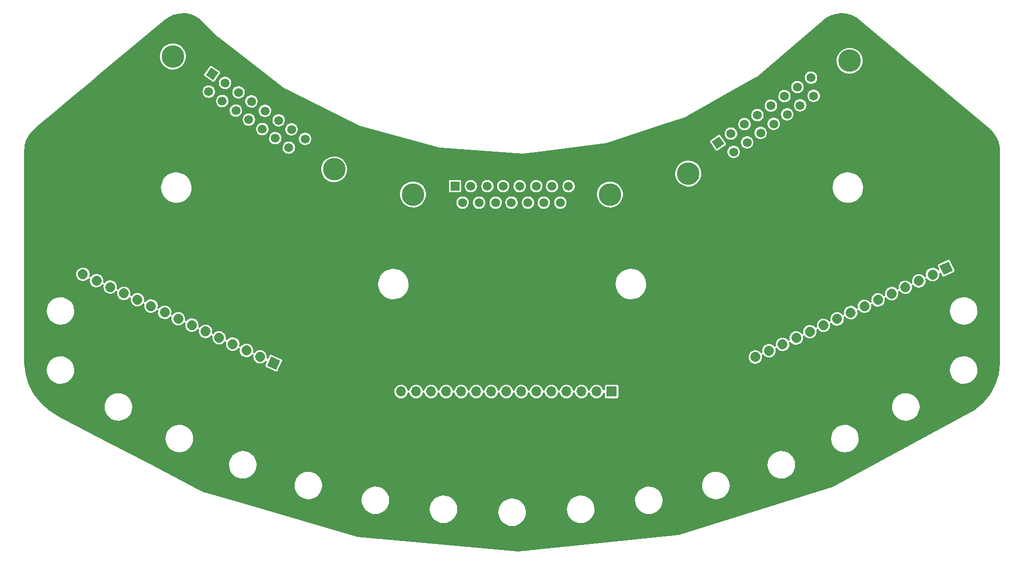
<source format=gbl>
G04 #@! TF.FileFunction,Copper,L2,Bot,Signal*
%FSLAX46Y46*%
G04 Gerber Fmt 4.6, Leading zero omitted, Abs format (unit mm)*
G04 Created by KiCad (PCBNEW 4.0.6) date Sat Oct 28 17:22:52 2017*
%MOMM*%
%LPD*%
G01*
G04 APERTURE LIST*
%ADD10C,0.100000*%
%ADD11C,7.400000*%
%ADD12C,3.810000*%
%ADD13C,1.520000*%
%ADD14R,1.520000X1.520000*%
%ADD15C,1.700000*%
%ADD16R,1.700000X1.700000*%
%ADD17O,1.700000X1.700000*%
%ADD18C,0.600000*%
%ADD19C,0.500000*%
%ADD20C,0.300000*%
G04 APERTURE END LIST*
D10*
D11*
X175000000Y-87500000D03*
D12*
X92322822Y-58918684D03*
X119576010Y-78001572D03*
D10*
G36*
X97891526Y-62036637D02*
X98763363Y-60791526D01*
X100008474Y-61663363D01*
X99136637Y-62908474D01*
X97891526Y-62036637D01*
X97891526Y-62036637D01*
G37*
D13*
X101137136Y-63381449D03*
X103422570Y-64981727D03*
X105609706Y-66513176D03*
X107895140Y-68113455D03*
X110188766Y-69719469D03*
X112367710Y-71245182D03*
X114661336Y-72851196D03*
X98390045Y-64863876D03*
X100675479Y-66464155D03*
X102969105Y-68070169D03*
X105156241Y-69601618D03*
X107441675Y-71201896D03*
X109628811Y-72733345D03*
X111914245Y-74333623D03*
D12*
X179388235Y-78717949D03*
X206641423Y-59635061D03*
D10*
G36*
X184222762Y-74551482D02*
X183350925Y-73306371D01*
X184596036Y-72434534D01*
X185467873Y-73679645D01*
X184222762Y-74551482D01*
X184222762Y-74551482D01*
G37*
D13*
X186596535Y-71961559D03*
X188881969Y-70361281D03*
X191069105Y-68829832D03*
X193354539Y-67229553D03*
X195648165Y-65623539D03*
X197827109Y-64097826D03*
X200120735Y-62491812D03*
X187050000Y-75050000D03*
X189335435Y-73449722D03*
X191629060Y-71843708D03*
X193816196Y-70312259D03*
X196101630Y-68711981D03*
X198288766Y-67180531D03*
X200574201Y-65580253D03*
D12*
X132880000Y-82260000D03*
X166150000Y-82260000D03*
D14*
X139990000Y-80860000D03*
D13*
X142660000Y-80860000D03*
X145450000Y-80860000D03*
X148120000Y-80860000D03*
X150910000Y-80860000D03*
X153710000Y-80860000D03*
X156370000Y-80860000D03*
X159170000Y-80860000D03*
X141260000Y-83650000D03*
X144050000Y-83650000D03*
X146850000Y-83650000D03*
X149520000Y-83650000D03*
X152310000Y-83650000D03*
X154980000Y-83650000D03*
X157770000Y-83650000D03*
D10*
G36*
X108946951Y-109664215D02*
X110487674Y-110382666D01*
X109769223Y-111923389D01*
X108228500Y-111204938D01*
X108946951Y-109664215D01*
X108946951Y-109664215D01*
G37*
D15*
X107056065Y-109720352D02*
X107056065Y-109720352D01*
X104754043Y-108646901D02*
X104754043Y-108646901D01*
X102452022Y-107573451D02*
X102452022Y-107573451D01*
X100150000Y-106500000D02*
X100150000Y-106500000D01*
X97847978Y-105426550D02*
X97847978Y-105426550D01*
X95545956Y-104353100D02*
X95545956Y-104353100D01*
X93243935Y-103279649D02*
X93243935Y-103279649D01*
X90941913Y-102206199D02*
X90941913Y-102206199D01*
X88639891Y-101132749D02*
X88639891Y-101132749D01*
X86337869Y-100059298D02*
X86337869Y-100059298D01*
X84035847Y-98985848D02*
X84035847Y-98985848D01*
X81733826Y-97912397D02*
X81733826Y-97912397D01*
X79431804Y-96838947D02*
X79431804Y-96838947D01*
X77129782Y-95765497D02*
X77129782Y-95765497D01*
D10*
G36*
X221826478Y-94318513D02*
X223367201Y-93600062D01*
X224085652Y-95140785D01*
X222544929Y-95859236D01*
X221826478Y-94318513D01*
X221826478Y-94318513D01*
G37*
D15*
X220654043Y-95803099D02*
X220654043Y-95803099D01*
X218352021Y-96876550D02*
X218352021Y-96876550D01*
X216050000Y-97950000D02*
X216050000Y-97950000D01*
X213747978Y-99023451D02*
X213747978Y-99023451D01*
X211445956Y-100096901D02*
X211445956Y-100096901D01*
X209143934Y-101170351D02*
X209143934Y-101170351D01*
X206841913Y-102243802D02*
X206841913Y-102243802D01*
X204539891Y-103317252D02*
X204539891Y-103317252D01*
X202237869Y-104390702D02*
X202237869Y-104390702D01*
X199935847Y-105464153D02*
X199935847Y-105464153D01*
X197633825Y-106537603D02*
X197633825Y-106537603D01*
X195331804Y-107611054D02*
X195331804Y-107611054D01*
X193029782Y-108684504D02*
X193029782Y-108684504D01*
X190727760Y-109757954D02*
X190727760Y-109757954D01*
D16*
X166440000Y-115600000D03*
D17*
X163900000Y-115600000D03*
X161360000Y-115600000D03*
X158820000Y-115600000D03*
X156280000Y-115600000D03*
X153740000Y-115600000D03*
X151200000Y-115600000D03*
X148660000Y-115600000D03*
X146120000Y-115600000D03*
X143580000Y-115600000D03*
X141040000Y-115600000D03*
X138500000Y-115600000D03*
X135960000Y-115600000D03*
X133420000Y-115600000D03*
X130880000Y-115600000D03*
D11*
X125000000Y-87500000D03*
D18*
X186500000Y-111500000D03*
X172500000Y-115500000D03*
X125500000Y-115000000D03*
X113000000Y-112000000D03*
X227500000Y-80000000D03*
X227000000Y-90500000D03*
X227000000Y-97000000D03*
X227000000Y-107000000D03*
X222000000Y-116000000D03*
X212000000Y-122000000D03*
X201500000Y-127000000D03*
X190500000Y-131000000D03*
X179500000Y-134000000D03*
X167500000Y-136500000D03*
X156000000Y-137500000D03*
X144500000Y-137500000D03*
X132500000Y-136500000D03*
X121000000Y-134500000D03*
X109500000Y-131500000D03*
X98500000Y-127000000D03*
X87500000Y-122500000D03*
X77500000Y-115000000D03*
X72500000Y-107500000D03*
X72500000Y-97500000D03*
X72500000Y-90000000D03*
X72500000Y-80000000D03*
X215000000Y-60000000D03*
X212000000Y-57000000D03*
X209000000Y-55000000D03*
X206000000Y-53000000D03*
X202000000Y-54000000D03*
X199000000Y-57000000D03*
X196000000Y-59000000D03*
X193000000Y-62000000D03*
X189000000Y-64000000D03*
X186000000Y-67000000D03*
X182000000Y-69000000D03*
X178000000Y-71000000D03*
X174000000Y-72000000D03*
X170000000Y-73000000D03*
X166000000Y-74000000D03*
X162000000Y-75000000D03*
X158000000Y-76000000D03*
X154000000Y-76000000D03*
X150000000Y-77000000D03*
X146000000Y-76000000D03*
X142000000Y-76000000D03*
X138000000Y-75000000D03*
X134000000Y-74000000D03*
X130000000Y-73000000D03*
X126000000Y-72000000D03*
X122000000Y-71000000D03*
X117000000Y-69000000D03*
X113000000Y-66000000D03*
X108000000Y-63000000D03*
X104000000Y-60000000D03*
X99000000Y-57000000D03*
X95000000Y-54000000D03*
X91000000Y-55000000D03*
X88000000Y-58000000D03*
X85000000Y-61000000D03*
X87100000Y-95200000D03*
X90200000Y-92500000D03*
X86900000Y-90200000D03*
X215700000Y-93000000D03*
X212200000Y-90300000D03*
X216000000Y-87700000D03*
D19*
X138000000Y-75000000D02*
X139000000Y-76000000D01*
X139000000Y-76000000D02*
X142000000Y-76000000D01*
X122000000Y-71000000D02*
X123100000Y-72100000D01*
X123100000Y-72100000D02*
X125900000Y-72100000D01*
X125900000Y-72100000D02*
X126000000Y-72000000D01*
X130000000Y-73000000D02*
X131100000Y-74100000D01*
X131100000Y-74100000D02*
X133900000Y-74100000D01*
X133900000Y-74100000D02*
X134000000Y-74000000D01*
X201500000Y-127000000D02*
X201500000Y-123200000D01*
X201500000Y-123200000D02*
X203800000Y-120900000D01*
X203800000Y-120900000D02*
X210900000Y-120900000D01*
X210900000Y-120900000D02*
X212000000Y-122000000D01*
X179500000Y-134000000D02*
X179500000Y-131700000D01*
X179500000Y-131700000D02*
X182400000Y-128800000D01*
X182400000Y-128800000D02*
X188300000Y-128800000D01*
X188300000Y-128800000D02*
X190500000Y-131000000D01*
X156000000Y-137500000D02*
X156000000Y-135900000D01*
X156000000Y-135900000D02*
X159800000Y-132100000D01*
X159800000Y-132100000D02*
X163100000Y-132100000D01*
X163100000Y-132100000D02*
X167500000Y-136500000D01*
X132500000Y-136500000D02*
X136400000Y-132600000D01*
X136400000Y-132600000D02*
X139600000Y-132600000D01*
X139600000Y-132600000D02*
X144500000Y-137500000D01*
X109500000Y-131500000D02*
X112400000Y-128600000D01*
X112400000Y-128600000D02*
X116400000Y-128600000D01*
X116400000Y-128600000D02*
X121000000Y-133200000D01*
X121000000Y-133200000D02*
X121000000Y-134500000D01*
X87500000Y-122500000D02*
X89400000Y-120600000D01*
X89400000Y-120600000D02*
X95000000Y-120600000D01*
X95000000Y-120600000D02*
X98500000Y-124100000D01*
X98500000Y-124100000D02*
X98500000Y-127000000D01*
X72500000Y-107500000D02*
X73200000Y-107500000D01*
X73200000Y-107500000D02*
X77500000Y-111800000D01*
X77500000Y-111800000D02*
X77500000Y-115000000D01*
X177500000Y-120000000D02*
X173000000Y-115500000D01*
X173000000Y-115500000D02*
X172500000Y-115500000D01*
X115000000Y-117500000D02*
X115000000Y-114000000D01*
X115000000Y-114000000D02*
X113000000Y-112000000D01*
X227000000Y-97000000D02*
X227000000Y-90500000D01*
X222000000Y-116000000D02*
X222000000Y-112000000D01*
X222000000Y-112000000D02*
X227000000Y-107000000D01*
X72500000Y-90000000D02*
X72500000Y-97500000D01*
X212000000Y-57000000D02*
X215000000Y-60000000D01*
X208000000Y-55000000D02*
X209000000Y-55000000D01*
X206000000Y-53000000D02*
X208000000Y-55000000D01*
X199000000Y-57000000D02*
X202000000Y-54000000D01*
X193000000Y-62000000D02*
X196000000Y-59000000D01*
X186000000Y-67000000D02*
X189000000Y-64000000D01*
X178000000Y-71000000D02*
X180000000Y-71000000D01*
X180000000Y-71000000D02*
X182000000Y-69000000D01*
X170000000Y-73000000D02*
X173000000Y-73000000D01*
X173000000Y-73000000D02*
X174000000Y-72000000D01*
X162000000Y-75000000D02*
X165000000Y-75000000D01*
X165000000Y-75000000D02*
X166000000Y-74000000D01*
X154000000Y-76000000D02*
X158000000Y-76000000D01*
X149000000Y-76000000D02*
X150000000Y-77000000D01*
X146000000Y-76000000D02*
X149000000Y-76000000D01*
X113000000Y-66000000D02*
X116000000Y-69000000D01*
X116000000Y-69000000D02*
X117000000Y-69000000D01*
X104000000Y-60000000D02*
X107000000Y-63000000D01*
X107000000Y-63000000D02*
X108000000Y-63000000D01*
X95000000Y-54000000D02*
X98000000Y-57000000D01*
X98000000Y-57000000D02*
X99000000Y-57000000D01*
X88000000Y-58000000D02*
X91000000Y-55000000D01*
X72500000Y-85000000D02*
X72500000Y-73500000D01*
X72500000Y-73500000D02*
X85000000Y-61000000D01*
X90200000Y-92500000D02*
X89800000Y-92500000D01*
X89800000Y-92500000D02*
X87100000Y-95200000D01*
X81400000Y-85000000D02*
X86600000Y-90200000D01*
X86600000Y-90200000D02*
X86900000Y-90200000D01*
X72500000Y-85000000D02*
X81400000Y-85000000D01*
X212200000Y-90300000D02*
X213000000Y-90300000D01*
X213000000Y-90300000D02*
X215700000Y-93000000D01*
X227500000Y-85000000D02*
X218700000Y-85000000D01*
X218700000Y-85000000D02*
X216000000Y-87700000D01*
D20*
G36*
X206036594Y-51807417D02*
X206883165Y-52039380D01*
X207675102Y-52434625D01*
X208182713Y-52804260D01*
X229743268Y-70895722D01*
X229743270Y-70895724D01*
X230236604Y-71309680D01*
X230867952Y-71954391D01*
X231348588Y-72688883D01*
X231677409Y-73502742D01*
X231844360Y-74377932D01*
X231862797Y-74783944D01*
X231862797Y-110744969D01*
X231679520Y-112614176D01*
X231143768Y-114388670D01*
X230273550Y-116025312D01*
X229101992Y-117461784D01*
X227676585Y-118641403D01*
X203732500Y-131598752D01*
X177727718Y-139658551D01*
X150652691Y-142513831D01*
X123538716Y-140055833D01*
X103052884Y-134034314D01*
X124035043Y-134034314D01*
X124089430Y-134519188D01*
X124236961Y-134984264D01*
X124472015Y-135411827D01*
X124785641Y-135785591D01*
X125165891Y-136091320D01*
X125598283Y-136317369D01*
X126066346Y-136455127D01*
X126552252Y-136499348D01*
X127037494Y-136448347D01*
X127503588Y-136304067D01*
X127932781Y-136072003D01*
X128308726Y-135760995D01*
X128481805Y-135548778D01*
X135538537Y-135548778D01*
X135592924Y-136033652D01*
X135740455Y-136498728D01*
X135975509Y-136926291D01*
X136289135Y-137300055D01*
X136669385Y-137605784D01*
X137101777Y-137831833D01*
X137569840Y-137969591D01*
X138055746Y-138013812D01*
X138540988Y-137962811D01*
X139007082Y-137818531D01*
X139436275Y-137586467D01*
X139812220Y-137275459D01*
X140120596Y-136897352D01*
X140349658Y-136466549D01*
X140473947Y-136054883D01*
X147130251Y-136054883D01*
X147184638Y-136539757D01*
X147332169Y-137004833D01*
X147567223Y-137432396D01*
X147880849Y-137806160D01*
X148261099Y-138111889D01*
X148693491Y-138337938D01*
X149161554Y-138475696D01*
X149647460Y-138519917D01*
X150132702Y-138468916D01*
X150598796Y-138324636D01*
X151027989Y-138092572D01*
X151403934Y-137781564D01*
X151712310Y-137403457D01*
X151941372Y-136972654D01*
X152082395Y-136505564D01*
X152130007Y-136019978D01*
X152129032Y-135950174D01*
X152078324Y-135548778D01*
X158721965Y-135548778D01*
X158776352Y-136033652D01*
X158923883Y-136498728D01*
X159158937Y-136926291D01*
X159472563Y-137300055D01*
X159852813Y-137605784D01*
X160285205Y-137831833D01*
X160753268Y-137969591D01*
X161239174Y-138013812D01*
X161724416Y-137962811D01*
X162190510Y-137818531D01*
X162619703Y-137586467D01*
X162995648Y-137275459D01*
X163304024Y-136897352D01*
X163533086Y-136466549D01*
X163674109Y-135999459D01*
X163721721Y-135513873D01*
X163720746Y-135444069D01*
X163659594Y-134960002D01*
X163505585Y-134497031D01*
X163264583Y-134072792D01*
X163231370Y-134034314D01*
X170225459Y-134034314D01*
X170279846Y-134519188D01*
X170427377Y-134984264D01*
X170662431Y-135411827D01*
X170976057Y-135785591D01*
X171356307Y-136091320D01*
X171788699Y-136317369D01*
X172256762Y-136455127D01*
X172742668Y-136499348D01*
X173227910Y-136448347D01*
X173694004Y-136304067D01*
X174123197Y-136072003D01*
X174499142Y-135760995D01*
X174807518Y-135382888D01*
X175036580Y-134952085D01*
X175177603Y-134484995D01*
X175225215Y-133999409D01*
X175224240Y-133929605D01*
X175163088Y-133445538D01*
X175009079Y-132982567D01*
X174768077Y-132558328D01*
X174449264Y-132188979D01*
X174064782Y-131888589D01*
X173629276Y-131668599D01*
X173159335Y-131537390D01*
X172972558Y-131523018D01*
X181553184Y-131523018D01*
X181607571Y-132007892D01*
X181755102Y-132472968D01*
X181990156Y-132900531D01*
X182303782Y-133274295D01*
X182684032Y-133580024D01*
X183116424Y-133806073D01*
X183584487Y-133943831D01*
X184070393Y-133988052D01*
X184555635Y-133937051D01*
X185021729Y-133792771D01*
X185450922Y-133560707D01*
X185826867Y-133249699D01*
X186135243Y-132871592D01*
X186364305Y-132440789D01*
X186505328Y-131973699D01*
X186552940Y-131488113D01*
X186551965Y-131418309D01*
X186490813Y-130934242D01*
X186336804Y-130471271D01*
X186095802Y-130047032D01*
X185776989Y-129677683D01*
X185392507Y-129377293D01*
X184957001Y-129157303D01*
X184487060Y-129026094D01*
X184000584Y-128988661D01*
X183516102Y-129046432D01*
X183052067Y-129197206D01*
X182626156Y-129435240D01*
X182254590Y-129751467D01*
X181951523Y-130133842D01*
X181728499Y-130567802D01*
X181594011Y-131036815D01*
X181553184Y-131523018D01*
X172972558Y-131523018D01*
X172672859Y-131499957D01*
X172188377Y-131557728D01*
X171724342Y-131708502D01*
X171298431Y-131946536D01*
X170926865Y-132262763D01*
X170623798Y-132645138D01*
X170400774Y-133079098D01*
X170266286Y-133548111D01*
X170225459Y-134034314D01*
X163231370Y-134034314D01*
X162945770Y-133703443D01*
X162561288Y-133403053D01*
X162125782Y-133183063D01*
X161655841Y-133051854D01*
X161169365Y-133014421D01*
X160684883Y-133072192D01*
X160220848Y-133222966D01*
X159794937Y-133461000D01*
X159423371Y-133777227D01*
X159120304Y-134159602D01*
X158897280Y-134593562D01*
X158762792Y-135062575D01*
X158721965Y-135548778D01*
X152078324Y-135548778D01*
X152067880Y-135466107D01*
X151913871Y-135003136D01*
X151672869Y-134578897D01*
X151354056Y-134209548D01*
X150969574Y-133909158D01*
X150534068Y-133689168D01*
X150064127Y-133557959D01*
X149577651Y-133520526D01*
X149093169Y-133578297D01*
X148629134Y-133729071D01*
X148203223Y-133967105D01*
X147831657Y-134283332D01*
X147528590Y-134665707D01*
X147305566Y-135099667D01*
X147171078Y-135568680D01*
X147130251Y-136054883D01*
X140473947Y-136054883D01*
X140490681Y-135999459D01*
X140538293Y-135513873D01*
X140537318Y-135444069D01*
X140476166Y-134960002D01*
X140322157Y-134497031D01*
X140081155Y-134072792D01*
X139762342Y-133703443D01*
X139377860Y-133403053D01*
X138942354Y-133183063D01*
X138472413Y-133051854D01*
X137985937Y-133014421D01*
X137501455Y-133072192D01*
X137037420Y-133222966D01*
X136611509Y-133461000D01*
X136239943Y-133777227D01*
X135936876Y-134159602D01*
X135713852Y-134593562D01*
X135579364Y-135062575D01*
X135538537Y-135548778D01*
X128481805Y-135548778D01*
X128617102Y-135382888D01*
X128846164Y-134952085D01*
X128987187Y-134484995D01*
X129034799Y-133999409D01*
X129033824Y-133929605D01*
X128972672Y-133445538D01*
X128818663Y-132982567D01*
X128577661Y-132558328D01*
X128258848Y-132188979D01*
X127874366Y-131888589D01*
X127438860Y-131668599D01*
X126968919Y-131537390D01*
X126482443Y-131499957D01*
X125997961Y-131557728D01*
X125533926Y-131708502D01*
X125108015Y-131946536D01*
X124736449Y-132262763D01*
X124433382Y-132645138D01*
X124210358Y-133079098D01*
X124075870Y-133548111D01*
X124035043Y-134034314D01*
X103052884Y-134034314D01*
X97418554Y-132378183D01*
X95781380Y-131523018D01*
X112707318Y-131523018D01*
X112761705Y-132007892D01*
X112909236Y-132472968D01*
X113144290Y-132900531D01*
X113457916Y-133274295D01*
X113838166Y-133580024D01*
X114270558Y-133806073D01*
X114738621Y-133943831D01*
X115224527Y-133988052D01*
X115709769Y-133937051D01*
X116175863Y-133792771D01*
X116605056Y-133560707D01*
X116981001Y-133249699D01*
X117289377Y-132871592D01*
X117518439Y-132440789D01*
X117659462Y-131973699D01*
X117707074Y-131488113D01*
X117706099Y-131418309D01*
X117644947Y-130934242D01*
X117490938Y-130471271D01*
X117249936Y-130047032D01*
X116931123Y-129677683D01*
X116546641Y-129377293D01*
X116111135Y-129157303D01*
X115641194Y-129026094D01*
X115154718Y-128988661D01*
X114670236Y-129046432D01*
X114206201Y-129197206D01*
X113780290Y-129435240D01*
X113408724Y-129751467D01*
X113105657Y-130133842D01*
X112882633Y-130567802D01*
X112748145Y-131036815D01*
X112707318Y-131523018D01*
X95781380Y-131523018D01*
X89101815Y-128034002D01*
X101641572Y-128034002D01*
X101695959Y-128518876D01*
X101843490Y-128983952D01*
X102078544Y-129411515D01*
X102392170Y-129785279D01*
X102772420Y-130091008D01*
X103204812Y-130317057D01*
X103672875Y-130454815D01*
X104158781Y-130499036D01*
X104644023Y-130448035D01*
X105110117Y-130303755D01*
X105539310Y-130071691D01*
X105915255Y-129760683D01*
X106223631Y-129382576D01*
X106452693Y-128951773D01*
X106593716Y-128484683D01*
X106637905Y-128034002D01*
X192618930Y-128034002D01*
X192673317Y-128518876D01*
X192820848Y-128983952D01*
X193055902Y-129411515D01*
X193369528Y-129785279D01*
X193749778Y-130091008D01*
X194182170Y-130317057D01*
X194650233Y-130454815D01*
X195136139Y-130499036D01*
X195621381Y-130448035D01*
X196087475Y-130303755D01*
X196516668Y-130071691D01*
X196892613Y-129760683D01*
X197200989Y-129382576D01*
X197430051Y-128951773D01*
X197571074Y-128484683D01*
X197618686Y-127999097D01*
X197617711Y-127929293D01*
X197556559Y-127445226D01*
X197402550Y-126982255D01*
X197161548Y-126558016D01*
X196842735Y-126188667D01*
X196458253Y-125888277D01*
X196022747Y-125668287D01*
X195552806Y-125537078D01*
X195066330Y-125499645D01*
X194581848Y-125557416D01*
X194117813Y-125708190D01*
X193691902Y-125946224D01*
X193320336Y-126262451D01*
X193017269Y-126644826D01*
X192794245Y-127078786D01*
X192659757Y-127547799D01*
X192618930Y-128034002D01*
X106637905Y-128034002D01*
X106641328Y-127999097D01*
X106640353Y-127929293D01*
X106579201Y-127445226D01*
X106425192Y-126982255D01*
X106184190Y-126558016D01*
X105865377Y-126188667D01*
X105480895Y-125888277D01*
X105045389Y-125668287D01*
X104575448Y-125537078D01*
X104088972Y-125499645D01*
X103604490Y-125557416D01*
X103140455Y-125708190D01*
X102714544Y-125946224D01*
X102342978Y-126262451D01*
X102039911Y-126644826D01*
X101816887Y-127078786D01*
X101682399Y-127547799D01*
X101641572Y-128034002D01*
X89101815Y-128034002D01*
X80601284Y-123593819D01*
X90922022Y-123593819D01*
X90976409Y-124078693D01*
X91123940Y-124543769D01*
X91358994Y-124971332D01*
X91672620Y-125345096D01*
X92052870Y-125650825D01*
X92485262Y-125876874D01*
X92953325Y-126014632D01*
X93439231Y-126058853D01*
X93924473Y-126007852D01*
X94390567Y-125863572D01*
X94819760Y-125631508D01*
X95195705Y-125320500D01*
X95504081Y-124942393D01*
X95733143Y-124511590D01*
X95874166Y-124044500D01*
X95918355Y-123593819D01*
X203338480Y-123593819D01*
X203392867Y-124078693D01*
X203540398Y-124543769D01*
X203775452Y-124971332D01*
X204089078Y-125345096D01*
X204469328Y-125650825D01*
X204901720Y-125876874D01*
X205369783Y-126014632D01*
X205855689Y-126058853D01*
X206340931Y-126007852D01*
X206807025Y-125863572D01*
X207236218Y-125631508D01*
X207612163Y-125320500D01*
X207920539Y-124942393D01*
X208149601Y-124511590D01*
X208290624Y-124044500D01*
X208338236Y-123558914D01*
X208337261Y-123489110D01*
X208276109Y-123005043D01*
X208122100Y-122542072D01*
X207881098Y-122117833D01*
X207562285Y-121748484D01*
X207177803Y-121448094D01*
X206742297Y-121228104D01*
X206272356Y-121096895D01*
X205785880Y-121059462D01*
X205301398Y-121117233D01*
X204837363Y-121268007D01*
X204411452Y-121506041D01*
X204039886Y-121822268D01*
X203736819Y-122204643D01*
X203513795Y-122638603D01*
X203379307Y-123107616D01*
X203338480Y-123593819D01*
X95918355Y-123593819D01*
X95921778Y-123558914D01*
X95920803Y-123489110D01*
X95859651Y-123005043D01*
X95705642Y-122542072D01*
X95464640Y-122117833D01*
X95145827Y-121748484D01*
X94761345Y-121448094D01*
X94325839Y-121228104D01*
X93855898Y-121096895D01*
X93369422Y-121059462D01*
X92884940Y-121117233D01*
X92420905Y-121268007D01*
X91994994Y-121506041D01*
X91623428Y-121822268D01*
X91320361Y-122204643D01*
X91097337Y-122638603D01*
X90962849Y-123107616D01*
X90922022Y-123593819D01*
X80601284Y-123593819D01*
X73266949Y-119762789D01*
X71600962Y-118655909D01*
X71094058Y-118236262D01*
X80630251Y-118236262D01*
X80684638Y-118721136D01*
X80832169Y-119186212D01*
X81067223Y-119613775D01*
X81380849Y-119987539D01*
X81761099Y-120293268D01*
X82193491Y-120519317D01*
X82661554Y-120657075D01*
X83147460Y-120701296D01*
X83632702Y-120650295D01*
X84098796Y-120506015D01*
X84527989Y-120273951D01*
X84903934Y-119962943D01*
X85212310Y-119584836D01*
X85441372Y-119154033D01*
X85582395Y-118686943D01*
X85626584Y-118236262D01*
X213630251Y-118236262D01*
X213684638Y-118721136D01*
X213832169Y-119186212D01*
X214067223Y-119613775D01*
X214380849Y-119987539D01*
X214761099Y-120293268D01*
X215193491Y-120519317D01*
X215661554Y-120657075D01*
X216147460Y-120701296D01*
X216632702Y-120650295D01*
X217098796Y-120506015D01*
X217527989Y-120273951D01*
X217903934Y-119962943D01*
X218212310Y-119584836D01*
X218441372Y-119154033D01*
X218582395Y-118686943D01*
X218630007Y-118201357D01*
X218629032Y-118131553D01*
X218567880Y-117647486D01*
X218413871Y-117184515D01*
X218172869Y-116760276D01*
X217854056Y-116390927D01*
X217469574Y-116090537D01*
X217034068Y-115870547D01*
X216564127Y-115739338D01*
X216077651Y-115701905D01*
X215593169Y-115759676D01*
X215129134Y-115910450D01*
X214703223Y-116148484D01*
X214331657Y-116464711D01*
X214028590Y-116847086D01*
X213805566Y-117281046D01*
X213671078Y-117750059D01*
X213630251Y-118236262D01*
X85626584Y-118236262D01*
X85630007Y-118201357D01*
X85629032Y-118131553D01*
X85567880Y-117647486D01*
X85413871Y-117184515D01*
X85172869Y-116760276D01*
X84854056Y-116390927D01*
X84469574Y-116090537D01*
X84034068Y-115870547D01*
X83564127Y-115739338D01*
X83077651Y-115701905D01*
X82593169Y-115759676D01*
X82129134Y-115910450D01*
X81703223Y-116148484D01*
X81331657Y-116464711D01*
X81028590Y-116847086D01*
X80805566Y-117281046D01*
X80671078Y-117750059D01*
X80630251Y-118236262D01*
X71094058Y-118236262D01*
X70155638Y-117459380D01*
X68984607Y-116022527D01*
X68756794Y-115593710D01*
X129580000Y-115593710D01*
X129580000Y-115606290D01*
X129604758Y-115858795D01*
X129678090Y-116101681D01*
X129797202Y-116325699D01*
X129957558Y-116522314D01*
X130153049Y-116684039D01*
X130376230Y-116804712D01*
X130618599Y-116879738D01*
X130870924Y-116906258D01*
X131123596Y-116883263D01*
X131366989Y-116811629D01*
X131591832Y-116694084D01*
X131789562Y-116535104D01*
X131952648Y-116340747D01*
X132074876Y-116118414D01*
X132150841Y-115878943D01*
X132218090Y-116101681D01*
X132337202Y-116325699D01*
X132497558Y-116522314D01*
X132693049Y-116684039D01*
X132916230Y-116804712D01*
X133158599Y-116879738D01*
X133410924Y-116906258D01*
X133663596Y-116883263D01*
X133906989Y-116811629D01*
X134131832Y-116694084D01*
X134329562Y-116535104D01*
X134492648Y-116340747D01*
X134614876Y-116118414D01*
X134690841Y-115878943D01*
X134758090Y-116101681D01*
X134877202Y-116325699D01*
X135037558Y-116522314D01*
X135233049Y-116684039D01*
X135456230Y-116804712D01*
X135698599Y-116879738D01*
X135950924Y-116906258D01*
X136203596Y-116883263D01*
X136446989Y-116811629D01*
X136671832Y-116694084D01*
X136869562Y-116535104D01*
X137032648Y-116340747D01*
X137154876Y-116118414D01*
X137230841Y-115878943D01*
X137298090Y-116101681D01*
X137417202Y-116325699D01*
X137577558Y-116522314D01*
X137773049Y-116684039D01*
X137996230Y-116804712D01*
X138238599Y-116879738D01*
X138490924Y-116906258D01*
X138743596Y-116883263D01*
X138986989Y-116811629D01*
X139211832Y-116694084D01*
X139409562Y-116535104D01*
X139572648Y-116340747D01*
X139694876Y-116118414D01*
X139770841Y-115878943D01*
X139838090Y-116101681D01*
X139957202Y-116325699D01*
X140117558Y-116522314D01*
X140313049Y-116684039D01*
X140536230Y-116804712D01*
X140778599Y-116879738D01*
X141030924Y-116906258D01*
X141283596Y-116883263D01*
X141526989Y-116811629D01*
X141751832Y-116694084D01*
X141949562Y-116535104D01*
X142112648Y-116340747D01*
X142234876Y-116118414D01*
X142310841Y-115878943D01*
X142378090Y-116101681D01*
X142497202Y-116325699D01*
X142657558Y-116522314D01*
X142853049Y-116684039D01*
X143076230Y-116804712D01*
X143318599Y-116879738D01*
X143570924Y-116906258D01*
X143823596Y-116883263D01*
X144066989Y-116811629D01*
X144291832Y-116694084D01*
X144489562Y-116535104D01*
X144652648Y-116340747D01*
X144774876Y-116118414D01*
X144850841Y-115878943D01*
X144918090Y-116101681D01*
X145037202Y-116325699D01*
X145197558Y-116522314D01*
X145393049Y-116684039D01*
X145616230Y-116804712D01*
X145858599Y-116879738D01*
X146110924Y-116906258D01*
X146363596Y-116883263D01*
X146606989Y-116811629D01*
X146831832Y-116694084D01*
X147029562Y-116535104D01*
X147192648Y-116340747D01*
X147314876Y-116118414D01*
X147390841Y-115878943D01*
X147458090Y-116101681D01*
X147577202Y-116325699D01*
X147737558Y-116522314D01*
X147933049Y-116684039D01*
X148156230Y-116804712D01*
X148398599Y-116879738D01*
X148650924Y-116906258D01*
X148903596Y-116883263D01*
X149146989Y-116811629D01*
X149371832Y-116694084D01*
X149569562Y-116535104D01*
X149732648Y-116340747D01*
X149854876Y-116118414D01*
X149930841Y-115878943D01*
X149998090Y-116101681D01*
X150117202Y-116325699D01*
X150277558Y-116522314D01*
X150473049Y-116684039D01*
X150696230Y-116804712D01*
X150938599Y-116879738D01*
X151190924Y-116906258D01*
X151443596Y-116883263D01*
X151686989Y-116811629D01*
X151911832Y-116694084D01*
X152109562Y-116535104D01*
X152272648Y-116340747D01*
X152394876Y-116118414D01*
X152470841Y-115878943D01*
X152538090Y-116101681D01*
X152657202Y-116325699D01*
X152817558Y-116522314D01*
X153013049Y-116684039D01*
X153236230Y-116804712D01*
X153478599Y-116879738D01*
X153730924Y-116906258D01*
X153983596Y-116883263D01*
X154226989Y-116811629D01*
X154451832Y-116694084D01*
X154649562Y-116535104D01*
X154812648Y-116340747D01*
X154934876Y-116118414D01*
X155010841Y-115878943D01*
X155078090Y-116101681D01*
X155197202Y-116325699D01*
X155357558Y-116522314D01*
X155553049Y-116684039D01*
X155776230Y-116804712D01*
X156018599Y-116879738D01*
X156270924Y-116906258D01*
X156523596Y-116883263D01*
X156766989Y-116811629D01*
X156991832Y-116694084D01*
X157189562Y-116535104D01*
X157352648Y-116340747D01*
X157474876Y-116118414D01*
X157550841Y-115878943D01*
X157618090Y-116101681D01*
X157737202Y-116325699D01*
X157897558Y-116522314D01*
X158093049Y-116684039D01*
X158316230Y-116804712D01*
X158558599Y-116879738D01*
X158810924Y-116906258D01*
X159063596Y-116883263D01*
X159306989Y-116811629D01*
X159531832Y-116694084D01*
X159729562Y-116535104D01*
X159892648Y-116340747D01*
X160014876Y-116118414D01*
X160090841Y-115878943D01*
X160158090Y-116101681D01*
X160277202Y-116325699D01*
X160437558Y-116522314D01*
X160633049Y-116684039D01*
X160856230Y-116804712D01*
X161098599Y-116879738D01*
X161350924Y-116906258D01*
X161603596Y-116883263D01*
X161846989Y-116811629D01*
X162071832Y-116694084D01*
X162269562Y-116535104D01*
X162432648Y-116340747D01*
X162554876Y-116118414D01*
X162630841Y-115878943D01*
X162698090Y-116101681D01*
X162817202Y-116325699D01*
X162977558Y-116522314D01*
X163173049Y-116684039D01*
X163396230Y-116804712D01*
X163638599Y-116879738D01*
X163890924Y-116906258D01*
X164143596Y-116883263D01*
X164386989Y-116811629D01*
X164611832Y-116694084D01*
X164809562Y-116535104D01*
X164972648Y-116340747D01*
X165094876Y-116118414D01*
X165137823Y-115983028D01*
X165137823Y-116450000D01*
X165143537Y-116521661D01*
X165181178Y-116643205D01*
X165251189Y-116749451D01*
X165348028Y-116831986D01*
X165464026Y-116884275D01*
X165590000Y-116902177D01*
X167290000Y-116902177D01*
X167361661Y-116896463D01*
X167483205Y-116858822D01*
X167589451Y-116788811D01*
X167671986Y-116691972D01*
X167724275Y-116575974D01*
X167742177Y-116450000D01*
X167742177Y-114750000D01*
X167736463Y-114678339D01*
X167698822Y-114556795D01*
X167628811Y-114450549D01*
X167531972Y-114368014D01*
X167415974Y-114315725D01*
X167290000Y-114297823D01*
X165590000Y-114297823D01*
X165518339Y-114303537D01*
X165396795Y-114341178D01*
X165290549Y-114411189D01*
X165208014Y-114508028D01*
X165155725Y-114624026D01*
X165137823Y-114750000D01*
X165137823Y-115217268D01*
X165101910Y-115098319D01*
X164982798Y-114874301D01*
X164822442Y-114677686D01*
X164626951Y-114515961D01*
X164403770Y-114395288D01*
X164161401Y-114320262D01*
X163909076Y-114293742D01*
X163656404Y-114316737D01*
X163413011Y-114388371D01*
X163188168Y-114505916D01*
X162990438Y-114664896D01*
X162827352Y-114859253D01*
X162705124Y-115081586D01*
X162629159Y-115321057D01*
X162561910Y-115098319D01*
X162442798Y-114874301D01*
X162282442Y-114677686D01*
X162086951Y-114515961D01*
X161863770Y-114395288D01*
X161621401Y-114320262D01*
X161369076Y-114293742D01*
X161116404Y-114316737D01*
X160873011Y-114388371D01*
X160648168Y-114505916D01*
X160450438Y-114664896D01*
X160287352Y-114859253D01*
X160165124Y-115081586D01*
X160089159Y-115321057D01*
X160021910Y-115098319D01*
X159902798Y-114874301D01*
X159742442Y-114677686D01*
X159546951Y-114515961D01*
X159323770Y-114395288D01*
X159081401Y-114320262D01*
X158829076Y-114293742D01*
X158576404Y-114316737D01*
X158333011Y-114388371D01*
X158108168Y-114505916D01*
X157910438Y-114664896D01*
X157747352Y-114859253D01*
X157625124Y-115081586D01*
X157549159Y-115321057D01*
X157481910Y-115098319D01*
X157362798Y-114874301D01*
X157202442Y-114677686D01*
X157006951Y-114515961D01*
X156783770Y-114395288D01*
X156541401Y-114320262D01*
X156289076Y-114293742D01*
X156036404Y-114316737D01*
X155793011Y-114388371D01*
X155568168Y-114505916D01*
X155370438Y-114664896D01*
X155207352Y-114859253D01*
X155085124Y-115081586D01*
X155009159Y-115321057D01*
X154941910Y-115098319D01*
X154822798Y-114874301D01*
X154662442Y-114677686D01*
X154466951Y-114515961D01*
X154243770Y-114395288D01*
X154001401Y-114320262D01*
X153749076Y-114293742D01*
X153496404Y-114316737D01*
X153253011Y-114388371D01*
X153028168Y-114505916D01*
X152830438Y-114664896D01*
X152667352Y-114859253D01*
X152545124Y-115081586D01*
X152469159Y-115321057D01*
X152401910Y-115098319D01*
X152282798Y-114874301D01*
X152122442Y-114677686D01*
X151926951Y-114515961D01*
X151703770Y-114395288D01*
X151461401Y-114320262D01*
X151209076Y-114293742D01*
X150956404Y-114316737D01*
X150713011Y-114388371D01*
X150488168Y-114505916D01*
X150290438Y-114664896D01*
X150127352Y-114859253D01*
X150005124Y-115081586D01*
X149929159Y-115321057D01*
X149861910Y-115098319D01*
X149742798Y-114874301D01*
X149582442Y-114677686D01*
X149386951Y-114515961D01*
X149163770Y-114395288D01*
X148921401Y-114320262D01*
X148669076Y-114293742D01*
X148416404Y-114316737D01*
X148173011Y-114388371D01*
X147948168Y-114505916D01*
X147750438Y-114664896D01*
X147587352Y-114859253D01*
X147465124Y-115081586D01*
X147389159Y-115321057D01*
X147321910Y-115098319D01*
X147202798Y-114874301D01*
X147042442Y-114677686D01*
X146846951Y-114515961D01*
X146623770Y-114395288D01*
X146381401Y-114320262D01*
X146129076Y-114293742D01*
X145876404Y-114316737D01*
X145633011Y-114388371D01*
X145408168Y-114505916D01*
X145210438Y-114664896D01*
X145047352Y-114859253D01*
X144925124Y-115081586D01*
X144849159Y-115321057D01*
X144781910Y-115098319D01*
X144662798Y-114874301D01*
X144502442Y-114677686D01*
X144306951Y-114515961D01*
X144083770Y-114395288D01*
X143841401Y-114320262D01*
X143589076Y-114293742D01*
X143336404Y-114316737D01*
X143093011Y-114388371D01*
X142868168Y-114505916D01*
X142670438Y-114664896D01*
X142507352Y-114859253D01*
X142385124Y-115081586D01*
X142309159Y-115321057D01*
X142241910Y-115098319D01*
X142122798Y-114874301D01*
X141962442Y-114677686D01*
X141766951Y-114515961D01*
X141543770Y-114395288D01*
X141301401Y-114320262D01*
X141049076Y-114293742D01*
X140796404Y-114316737D01*
X140553011Y-114388371D01*
X140328168Y-114505916D01*
X140130438Y-114664896D01*
X139967352Y-114859253D01*
X139845124Y-115081586D01*
X139769159Y-115321057D01*
X139701910Y-115098319D01*
X139582798Y-114874301D01*
X139422442Y-114677686D01*
X139226951Y-114515961D01*
X139003770Y-114395288D01*
X138761401Y-114320262D01*
X138509076Y-114293742D01*
X138256404Y-114316737D01*
X138013011Y-114388371D01*
X137788168Y-114505916D01*
X137590438Y-114664896D01*
X137427352Y-114859253D01*
X137305124Y-115081586D01*
X137229159Y-115321057D01*
X137161910Y-115098319D01*
X137042798Y-114874301D01*
X136882442Y-114677686D01*
X136686951Y-114515961D01*
X136463770Y-114395288D01*
X136221401Y-114320262D01*
X135969076Y-114293742D01*
X135716404Y-114316737D01*
X135473011Y-114388371D01*
X135248168Y-114505916D01*
X135050438Y-114664896D01*
X134887352Y-114859253D01*
X134765124Y-115081586D01*
X134689159Y-115321057D01*
X134621910Y-115098319D01*
X134502798Y-114874301D01*
X134342442Y-114677686D01*
X134146951Y-114515961D01*
X133923770Y-114395288D01*
X133681401Y-114320262D01*
X133429076Y-114293742D01*
X133176404Y-114316737D01*
X132933011Y-114388371D01*
X132708168Y-114505916D01*
X132510438Y-114664896D01*
X132347352Y-114859253D01*
X132225124Y-115081586D01*
X132149159Y-115321057D01*
X132081910Y-115098319D01*
X131962798Y-114874301D01*
X131802442Y-114677686D01*
X131606951Y-114515961D01*
X131383770Y-114395288D01*
X131141401Y-114320262D01*
X130889076Y-114293742D01*
X130636404Y-114316737D01*
X130393011Y-114388371D01*
X130168168Y-114505916D01*
X129970438Y-114664896D01*
X129807352Y-114859253D01*
X129685124Y-115081586D01*
X129608408Y-115323425D01*
X129580127Y-115575559D01*
X129580000Y-115593710D01*
X68756794Y-115593710D01*
X68114964Y-114385584D01*
X67579821Y-112610862D01*
X67520240Y-112002105D01*
X70844585Y-112002105D01*
X70898972Y-112486979D01*
X71046503Y-112952055D01*
X71281557Y-113379618D01*
X71595183Y-113753382D01*
X71975433Y-114059111D01*
X72407825Y-114285160D01*
X72875888Y-114422918D01*
X73361794Y-114467139D01*
X73847036Y-114416138D01*
X74313130Y-114271858D01*
X74742323Y-114039794D01*
X75118268Y-113728786D01*
X75426644Y-113350679D01*
X75655706Y-112919876D01*
X75796729Y-112452786D01*
X75844341Y-111967200D01*
X75843366Y-111897396D01*
X75782214Y-111413329D01*
X75628205Y-110950358D01*
X75387203Y-110526119D01*
X75068390Y-110156770D01*
X74683908Y-109856380D01*
X74248402Y-109636390D01*
X73778461Y-109505181D01*
X73291985Y-109467748D01*
X72807503Y-109525519D01*
X72343468Y-109676293D01*
X71917557Y-109914327D01*
X71545991Y-110230554D01*
X71242924Y-110612929D01*
X71019900Y-111046889D01*
X70885412Y-111515902D01*
X70844585Y-112002105D01*
X67520240Y-112002105D01*
X67397201Y-110744998D01*
X67397201Y-102002105D01*
X70844585Y-102002105D01*
X70898972Y-102486979D01*
X71046503Y-102952055D01*
X71281557Y-103379618D01*
X71595183Y-103753382D01*
X71975433Y-104059111D01*
X72407825Y-104285160D01*
X72875888Y-104422918D01*
X73361794Y-104467139D01*
X73847036Y-104416138D01*
X74313130Y-104271858D01*
X74742323Y-104039794D01*
X75118268Y-103728786D01*
X75426644Y-103350679D01*
X75655706Y-102919876D01*
X75796729Y-102452786D01*
X75844341Y-101967200D01*
X75843366Y-101897396D01*
X75782214Y-101413329D01*
X75628205Y-100950358D01*
X75387203Y-100526119D01*
X75068390Y-100156770D01*
X74683908Y-99856380D01*
X74248402Y-99636390D01*
X73778461Y-99505181D01*
X73291985Y-99467748D01*
X72807503Y-99525519D01*
X72343468Y-99676293D01*
X71917557Y-99914327D01*
X71545991Y-100230554D01*
X71242924Y-100612929D01*
X71019900Y-101046889D01*
X70885412Y-101515902D01*
X70844585Y-102002105D01*
X67397201Y-102002105D01*
X67397201Y-95712304D01*
X75828459Y-95712304D01*
X75841752Y-95965672D01*
X75904006Y-96211631D01*
X76012847Y-96440815D01*
X76164131Y-96644493D01*
X76352095Y-96814908D01*
X76569579Y-96945567D01*
X76808301Y-97031496D01*
X77059166Y-97069421D01*
X77312619Y-97057896D01*
X77559008Y-96997361D01*
X77788946Y-96890123D01*
X77993675Y-96740264D01*
X78163663Y-96555382D01*
X78130481Y-96785754D01*
X78143774Y-97039122D01*
X78206028Y-97285081D01*
X78314869Y-97514265D01*
X78466153Y-97717943D01*
X78654117Y-97888358D01*
X78871601Y-98019017D01*
X79110323Y-98104946D01*
X79361188Y-98142871D01*
X79614641Y-98131346D01*
X79861030Y-98070811D01*
X80090968Y-97963573D01*
X80295697Y-97813714D01*
X80465685Y-97628832D01*
X80432503Y-97859204D01*
X80445796Y-98112572D01*
X80508050Y-98358531D01*
X80616891Y-98587715D01*
X80768175Y-98791393D01*
X80956139Y-98961808D01*
X81173623Y-99092467D01*
X81412345Y-99178396D01*
X81663210Y-99216321D01*
X81916663Y-99204796D01*
X82163052Y-99144261D01*
X82392990Y-99037023D01*
X82597719Y-98887164D01*
X82767706Y-98702283D01*
X82734524Y-98932655D01*
X82747817Y-99186023D01*
X82810071Y-99431982D01*
X82918912Y-99661166D01*
X83070196Y-99864844D01*
X83258160Y-100035259D01*
X83475644Y-100165918D01*
X83714366Y-100251847D01*
X83965231Y-100289772D01*
X84218684Y-100278247D01*
X84465073Y-100217712D01*
X84695011Y-100110474D01*
X84899740Y-99960615D01*
X85069728Y-99775733D01*
X85036546Y-100006105D01*
X85049839Y-100259473D01*
X85112093Y-100505432D01*
X85220934Y-100734616D01*
X85372218Y-100938294D01*
X85560182Y-101108709D01*
X85777666Y-101239368D01*
X86016388Y-101325297D01*
X86267253Y-101363222D01*
X86520706Y-101351697D01*
X86767095Y-101291162D01*
X86997033Y-101183924D01*
X87201762Y-101034065D01*
X87371750Y-100849183D01*
X87338568Y-101079556D01*
X87351861Y-101332924D01*
X87414115Y-101578883D01*
X87522956Y-101808067D01*
X87674240Y-102011745D01*
X87862204Y-102182160D01*
X88079688Y-102312819D01*
X88318410Y-102398748D01*
X88569275Y-102436673D01*
X88822728Y-102425148D01*
X89069117Y-102364613D01*
X89299055Y-102257375D01*
X89503784Y-102107516D01*
X89673772Y-101922634D01*
X89640590Y-102153006D01*
X89653883Y-102406374D01*
X89716137Y-102652333D01*
X89824978Y-102881517D01*
X89976262Y-103085195D01*
X90164226Y-103255610D01*
X90381710Y-103386269D01*
X90620432Y-103472198D01*
X90871297Y-103510123D01*
X91124750Y-103498598D01*
X91371139Y-103438063D01*
X91601077Y-103330825D01*
X91805806Y-103180966D01*
X91975794Y-102996084D01*
X91942612Y-103226456D01*
X91955905Y-103479824D01*
X92018159Y-103725783D01*
X92127000Y-103954967D01*
X92278284Y-104158645D01*
X92466248Y-104329060D01*
X92683732Y-104459719D01*
X92922454Y-104545648D01*
X93173319Y-104583573D01*
X93426772Y-104572048D01*
X93673161Y-104511513D01*
X93903099Y-104404275D01*
X94107828Y-104254416D01*
X94277815Y-104069535D01*
X94244633Y-104299907D01*
X94257926Y-104553275D01*
X94320180Y-104799234D01*
X94429021Y-105028418D01*
X94580305Y-105232096D01*
X94768269Y-105402511D01*
X94985753Y-105533170D01*
X95224475Y-105619099D01*
X95475340Y-105657024D01*
X95728793Y-105645499D01*
X95975182Y-105584964D01*
X96205120Y-105477726D01*
X96409849Y-105327867D01*
X96579837Y-105142985D01*
X96546655Y-105373357D01*
X96559948Y-105626725D01*
X96622202Y-105872684D01*
X96731043Y-106101868D01*
X96882327Y-106305546D01*
X97070291Y-106475961D01*
X97287775Y-106606620D01*
X97526497Y-106692549D01*
X97777362Y-106730474D01*
X98030815Y-106718949D01*
X98277204Y-106658414D01*
X98507142Y-106551176D01*
X98711871Y-106401317D01*
X98881859Y-106216435D01*
X98848677Y-106446807D01*
X98861970Y-106700175D01*
X98924224Y-106946134D01*
X99033065Y-107175318D01*
X99184349Y-107378996D01*
X99372313Y-107549411D01*
X99589797Y-107680070D01*
X99828519Y-107765999D01*
X100079384Y-107803924D01*
X100332837Y-107792399D01*
X100579226Y-107731864D01*
X100809164Y-107624626D01*
X101013893Y-107474767D01*
X101183881Y-107289885D01*
X101150699Y-107520258D01*
X101163992Y-107773626D01*
X101226246Y-108019585D01*
X101335087Y-108248769D01*
X101486371Y-108452447D01*
X101674335Y-108622862D01*
X101891819Y-108753521D01*
X102130541Y-108839450D01*
X102381406Y-108877375D01*
X102634859Y-108865850D01*
X102881248Y-108805315D01*
X103111186Y-108698077D01*
X103315915Y-108548218D01*
X103485902Y-108363337D01*
X103452720Y-108593708D01*
X103466013Y-108847076D01*
X103528267Y-109093035D01*
X103637108Y-109322219D01*
X103788392Y-109525897D01*
X103976356Y-109696312D01*
X104193840Y-109826971D01*
X104432562Y-109912900D01*
X104683427Y-109950825D01*
X104936880Y-109939300D01*
X105183269Y-109878765D01*
X105413207Y-109771527D01*
X105617936Y-109621668D01*
X105787924Y-109436786D01*
X105754742Y-109667159D01*
X105768035Y-109920527D01*
X105830289Y-110166486D01*
X105939130Y-110395670D01*
X106090414Y-110599348D01*
X106278378Y-110769763D01*
X106495862Y-110900422D01*
X106734584Y-110986351D01*
X106985449Y-111024276D01*
X107238902Y-111012751D01*
X107485291Y-110952216D01*
X107715229Y-110844978D01*
X107919958Y-110695119D01*
X108016039Y-110590620D01*
X107818688Y-111013840D01*
X107793582Y-111081202D01*
X107776329Y-111207266D01*
X107794879Y-111333145D01*
X107847764Y-111448873D01*
X107930797Y-111545286D01*
X108037402Y-111614750D01*
X109578125Y-112333201D01*
X109645487Y-112358307D01*
X109771551Y-112375560D01*
X109897430Y-112357010D01*
X110013158Y-112304125D01*
X110109571Y-112221092D01*
X110179035Y-112114487D01*
X110231439Y-112002105D01*
X223415917Y-112002105D01*
X223470304Y-112486979D01*
X223617835Y-112952055D01*
X223852889Y-113379618D01*
X224166515Y-113753382D01*
X224546765Y-114059111D01*
X224979157Y-114285160D01*
X225447220Y-114422918D01*
X225933126Y-114467139D01*
X226418368Y-114416138D01*
X226884462Y-114271858D01*
X227313655Y-114039794D01*
X227689600Y-113728786D01*
X227997976Y-113350679D01*
X228227038Y-112919876D01*
X228368061Y-112452786D01*
X228415673Y-111967200D01*
X228414698Y-111897396D01*
X228353546Y-111413329D01*
X228199537Y-110950358D01*
X227958535Y-110526119D01*
X227639722Y-110156770D01*
X227255240Y-109856380D01*
X226819734Y-109636390D01*
X226349793Y-109505181D01*
X225863317Y-109467748D01*
X225378835Y-109525519D01*
X224914800Y-109676293D01*
X224488889Y-109914327D01*
X224117323Y-110230554D01*
X223814256Y-110612929D01*
X223591232Y-111046889D01*
X223456744Y-111515902D01*
X223415917Y-112002105D01*
X110231439Y-112002105D01*
X110897486Y-110573764D01*
X110922592Y-110506402D01*
X110939845Y-110380338D01*
X110921295Y-110254459D01*
X110868410Y-110138731D01*
X110785377Y-110042318D01*
X110678772Y-109972854D01*
X110293094Y-109793009D01*
X189425741Y-109793009D01*
X189458403Y-110044613D01*
X189539314Y-110285081D01*
X189546869Y-110301585D01*
X189552184Y-110312987D01*
X189681323Y-110531379D01*
X189850421Y-110720527D01*
X190053038Y-110873230D01*
X190281456Y-110983668D01*
X190526975Y-111047637D01*
X190780244Y-111062699D01*
X191031614Y-111028282D01*
X191271511Y-110945694D01*
X191490799Y-110818083D01*
X191681124Y-110650310D01*
X191835237Y-110448764D01*
X191947267Y-110221122D01*
X192012949Y-109976056D01*
X192029779Y-109722899D01*
X191997427Y-109473680D01*
X192152443Y-109647077D01*
X192355060Y-109799780D01*
X192583478Y-109910218D01*
X192828997Y-109974187D01*
X193082266Y-109989249D01*
X193333636Y-109954832D01*
X193573533Y-109872244D01*
X193792821Y-109744633D01*
X193983146Y-109576860D01*
X194137259Y-109375314D01*
X194249289Y-109147672D01*
X194314971Y-108902606D01*
X194331801Y-108649449D01*
X194299449Y-108400230D01*
X194454465Y-108573627D01*
X194657082Y-108726330D01*
X194885500Y-108836768D01*
X195131019Y-108900737D01*
X195384288Y-108915799D01*
X195635658Y-108881382D01*
X195875555Y-108798794D01*
X196094843Y-108671183D01*
X196285168Y-108503410D01*
X196439281Y-108301864D01*
X196551311Y-108074222D01*
X196616993Y-107829156D01*
X196633823Y-107575999D01*
X196601471Y-107326780D01*
X196756486Y-107500176D01*
X196959103Y-107652879D01*
X197187521Y-107763317D01*
X197433040Y-107827286D01*
X197686309Y-107842348D01*
X197937679Y-107807931D01*
X198177576Y-107725343D01*
X198396864Y-107597732D01*
X198587189Y-107429959D01*
X198741302Y-107228413D01*
X198853332Y-107000771D01*
X198919014Y-106755705D01*
X198935844Y-106502548D01*
X198903492Y-106253329D01*
X199058508Y-106426726D01*
X199261125Y-106579429D01*
X199489543Y-106689867D01*
X199735062Y-106753836D01*
X199988331Y-106768898D01*
X200239701Y-106734481D01*
X200479598Y-106651893D01*
X200698886Y-106524282D01*
X200889211Y-106356509D01*
X201043324Y-106154963D01*
X201155354Y-105927321D01*
X201221036Y-105682255D01*
X201237866Y-105429098D01*
X201205513Y-105179878D01*
X201360530Y-105353275D01*
X201563147Y-105505978D01*
X201791565Y-105616416D01*
X202037084Y-105680385D01*
X202290353Y-105695447D01*
X202541723Y-105661030D01*
X202781620Y-105578442D01*
X203000908Y-105450831D01*
X203191233Y-105283058D01*
X203345346Y-105081512D01*
X203457376Y-104853870D01*
X203523058Y-104608804D01*
X203539888Y-104355647D01*
X203507536Y-104106428D01*
X203662552Y-104279825D01*
X203865169Y-104432528D01*
X204093587Y-104542966D01*
X204339106Y-104606935D01*
X204592375Y-104621997D01*
X204843745Y-104587580D01*
X205083642Y-104504992D01*
X205302930Y-104377381D01*
X205493255Y-104209608D01*
X205647368Y-104008062D01*
X205759398Y-103780420D01*
X205825080Y-103535354D01*
X205841910Y-103282197D01*
X205809558Y-103032978D01*
X205964574Y-103206375D01*
X206167191Y-103359078D01*
X206395609Y-103469516D01*
X206641128Y-103533485D01*
X206894397Y-103548547D01*
X207145767Y-103514130D01*
X207385664Y-103431542D01*
X207604952Y-103303931D01*
X207795277Y-103136158D01*
X207949390Y-102934612D01*
X208061420Y-102706970D01*
X208127102Y-102461904D01*
X208143932Y-102208747D01*
X208111580Y-101959528D01*
X208266595Y-102132924D01*
X208469212Y-102285627D01*
X208697630Y-102396065D01*
X208943149Y-102460034D01*
X209196418Y-102475096D01*
X209447788Y-102440679D01*
X209687685Y-102358091D01*
X209906973Y-102230480D01*
X210097298Y-102062707D01*
X210143637Y-102002105D01*
X223415917Y-102002105D01*
X223470304Y-102486979D01*
X223617835Y-102952055D01*
X223852889Y-103379618D01*
X224166515Y-103753382D01*
X224546765Y-104059111D01*
X224979157Y-104285160D01*
X225447220Y-104422918D01*
X225933126Y-104467139D01*
X226418368Y-104416138D01*
X226884462Y-104271858D01*
X227313655Y-104039794D01*
X227689600Y-103728786D01*
X227997976Y-103350679D01*
X228227038Y-102919876D01*
X228368061Y-102452786D01*
X228415673Y-101967200D01*
X228414698Y-101897396D01*
X228353546Y-101413329D01*
X228199537Y-100950358D01*
X227958535Y-100526119D01*
X227639722Y-100156770D01*
X227255240Y-99856380D01*
X226819734Y-99636390D01*
X226349793Y-99505181D01*
X225863317Y-99467748D01*
X225378835Y-99525519D01*
X224914800Y-99676293D01*
X224488889Y-99914327D01*
X224117323Y-100230554D01*
X223814256Y-100612929D01*
X223591232Y-101046889D01*
X223456744Y-101515902D01*
X223415917Y-102002105D01*
X210143637Y-102002105D01*
X210251411Y-101861161D01*
X210363441Y-101633519D01*
X210429123Y-101388453D01*
X210445953Y-101135296D01*
X210413601Y-100886077D01*
X210568617Y-101059474D01*
X210771234Y-101212177D01*
X210999652Y-101322615D01*
X211245171Y-101386584D01*
X211498440Y-101401646D01*
X211749810Y-101367229D01*
X211989707Y-101284641D01*
X212208995Y-101157030D01*
X212399320Y-100989257D01*
X212553433Y-100787711D01*
X212665463Y-100560069D01*
X212731145Y-100315003D01*
X212747975Y-100061846D01*
X212715623Y-99812627D01*
X212870639Y-99986024D01*
X213073256Y-100138727D01*
X213301674Y-100249165D01*
X213547193Y-100313134D01*
X213800462Y-100328196D01*
X214051832Y-100293779D01*
X214291729Y-100211191D01*
X214511017Y-100083580D01*
X214701342Y-99915807D01*
X214855455Y-99714261D01*
X214967485Y-99486619D01*
X215033167Y-99241553D01*
X215049997Y-98988396D01*
X215017644Y-98739176D01*
X215172661Y-98912573D01*
X215375278Y-99065276D01*
X215603696Y-99175714D01*
X215849215Y-99239683D01*
X216102484Y-99254745D01*
X216353854Y-99220328D01*
X216593751Y-99137740D01*
X216813039Y-99010129D01*
X217003364Y-98842356D01*
X217157477Y-98640810D01*
X217269507Y-98413168D01*
X217335189Y-98168102D01*
X217352019Y-97914945D01*
X217319667Y-97665728D01*
X217474682Y-97839123D01*
X217677299Y-97991826D01*
X217905717Y-98102264D01*
X218151236Y-98166233D01*
X218404505Y-98181295D01*
X218655875Y-98146878D01*
X218895772Y-98064290D01*
X219115060Y-97936679D01*
X219305385Y-97768906D01*
X219459498Y-97567360D01*
X219571528Y-97339718D01*
X219637210Y-97094652D01*
X219654040Y-96841495D01*
X219621687Y-96592275D01*
X219776704Y-96765672D01*
X219979321Y-96918375D01*
X220207739Y-97028813D01*
X220453258Y-97092782D01*
X220706527Y-97107844D01*
X220957897Y-97073427D01*
X221197794Y-96990839D01*
X221417082Y-96863228D01*
X221607407Y-96695455D01*
X221761520Y-96493909D01*
X221873550Y-96266267D01*
X221939232Y-96021201D01*
X221956062Y-95768044D01*
X221937768Y-95627117D01*
X222135117Y-96050334D01*
X222170582Y-96112866D01*
X222256062Y-96207115D01*
X222364415Y-96273819D01*
X222487062Y-96307695D01*
X222614291Y-96306061D01*
X222736027Y-96269048D01*
X224276750Y-95550597D01*
X224339282Y-95515132D01*
X224433531Y-95429652D01*
X224500235Y-95321299D01*
X224534111Y-95198652D01*
X224532477Y-95071423D01*
X224495464Y-94949687D01*
X223777013Y-93408964D01*
X223741548Y-93346432D01*
X223656068Y-93252183D01*
X223547715Y-93185479D01*
X223425068Y-93151603D01*
X223297839Y-93153237D01*
X223176103Y-93190250D01*
X221635380Y-93908701D01*
X221572848Y-93944166D01*
X221478599Y-94029646D01*
X221411895Y-94137999D01*
X221378019Y-94260646D01*
X221379653Y-94387875D01*
X221416666Y-94509611D01*
X221614141Y-94933097D01*
X221531382Y-94840525D01*
X221328765Y-94687823D01*
X221100347Y-94577385D01*
X220854828Y-94513415D01*
X220601559Y-94498353D01*
X220350189Y-94532771D01*
X220110292Y-94615358D01*
X219891004Y-94742970D01*
X219700678Y-94910743D01*
X219546566Y-95112288D01*
X219434536Y-95339931D01*
X219368854Y-95584997D01*
X219352024Y-95838154D01*
X219384376Y-96087374D01*
X219229360Y-95913976D01*
X219026743Y-95761274D01*
X218798325Y-95650836D01*
X218552806Y-95586866D01*
X218299537Y-95571804D01*
X218048167Y-95606222D01*
X217808270Y-95688809D01*
X217588982Y-95816421D01*
X217398656Y-95984194D01*
X217244544Y-96185739D01*
X217132514Y-96413382D01*
X217066832Y-96658448D01*
X217050002Y-96911605D01*
X217082354Y-97160822D01*
X216927339Y-96987426D01*
X216724722Y-96834724D01*
X216496304Y-96724286D01*
X216250785Y-96660316D01*
X215997516Y-96645254D01*
X215746146Y-96679672D01*
X215506249Y-96762259D01*
X215286961Y-96889871D01*
X215096635Y-97057644D01*
X214942523Y-97259189D01*
X214830493Y-97486832D01*
X214764811Y-97731898D01*
X214747981Y-97985055D01*
X214780333Y-98234275D01*
X214625317Y-98060877D01*
X214422700Y-97908175D01*
X214194282Y-97797737D01*
X213948763Y-97733767D01*
X213695494Y-97718705D01*
X213444124Y-97753123D01*
X213204227Y-97835710D01*
X212984939Y-97963322D01*
X212794613Y-98131095D01*
X212640501Y-98332640D01*
X212528471Y-98560283D01*
X212462789Y-98805349D01*
X212445959Y-99058506D01*
X212478311Y-99307725D01*
X212323295Y-99134327D01*
X212120678Y-98981625D01*
X211892260Y-98871187D01*
X211646741Y-98807217D01*
X211393472Y-98792155D01*
X211142102Y-98826573D01*
X210902205Y-98909160D01*
X210682917Y-99036772D01*
X210492591Y-99204545D01*
X210338479Y-99406090D01*
X210226449Y-99633733D01*
X210160767Y-99878799D01*
X210143937Y-100131956D01*
X210176289Y-100381175D01*
X210021273Y-100207777D01*
X209818656Y-100055075D01*
X209590238Y-99944637D01*
X209344719Y-99880667D01*
X209091450Y-99865605D01*
X208840080Y-99900023D01*
X208600183Y-99982610D01*
X208380895Y-100110222D01*
X208190569Y-100277995D01*
X208036457Y-100479540D01*
X207924427Y-100707183D01*
X207858745Y-100952249D01*
X207841915Y-101205406D01*
X207874267Y-101454624D01*
X207719252Y-101281228D01*
X207516635Y-101128526D01*
X207288217Y-101018088D01*
X207042698Y-100954118D01*
X206789429Y-100939056D01*
X206538059Y-100973474D01*
X206298162Y-101056061D01*
X206078874Y-101183673D01*
X205888548Y-101351446D01*
X205734436Y-101552991D01*
X205622406Y-101780634D01*
X205556724Y-102025700D01*
X205539894Y-102278857D01*
X205572246Y-102528076D01*
X205417230Y-102354678D01*
X205214613Y-102201976D01*
X204986195Y-102091538D01*
X204740676Y-102027568D01*
X204487407Y-102012506D01*
X204236037Y-102046924D01*
X203996140Y-102129511D01*
X203776852Y-102257123D01*
X203586526Y-102424896D01*
X203432414Y-102626441D01*
X203320384Y-102854084D01*
X203254702Y-103099150D01*
X203237872Y-103352307D01*
X203270224Y-103601526D01*
X203115208Y-103428128D01*
X202912591Y-103275426D01*
X202684173Y-103164988D01*
X202438654Y-103101018D01*
X202185385Y-103085956D01*
X201934015Y-103120374D01*
X201694118Y-103202961D01*
X201474830Y-103330573D01*
X201284504Y-103498346D01*
X201130392Y-103699891D01*
X201018362Y-103927534D01*
X200952680Y-104172600D01*
X200935850Y-104425757D01*
X200968202Y-104674977D01*
X200813186Y-104501579D01*
X200610569Y-104348877D01*
X200382151Y-104238439D01*
X200136632Y-104174469D01*
X199883363Y-104159407D01*
X199631993Y-104193825D01*
X199392096Y-104276412D01*
X199172808Y-104404024D01*
X198982482Y-104571797D01*
X198828370Y-104773342D01*
X198716340Y-105000985D01*
X198650658Y-105246051D01*
X198633828Y-105499208D01*
X198666180Y-105748427D01*
X198511164Y-105575029D01*
X198308547Y-105422327D01*
X198080129Y-105311889D01*
X197834610Y-105247919D01*
X197581341Y-105232857D01*
X197329971Y-105267275D01*
X197090074Y-105349862D01*
X196870786Y-105477474D01*
X196680460Y-105645247D01*
X196526348Y-105846792D01*
X196414318Y-106074435D01*
X196348636Y-106319501D01*
X196331806Y-106572658D01*
X196364158Y-106821876D01*
X196209143Y-106648480D01*
X196006526Y-106495778D01*
X195778108Y-106385340D01*
X195532589Y-106321370D01*
X195279320Y-106306308D01*
X195027950Y-106340726D01*
X194788053Y-106423313D01*
X194568765Y-106550925D01*
X194378439Y-106718698D01*
X194224327Y-106920243D01*
X194112297Y-107147886D01*
X194046615Y-107392952D01*
X194029785Y-107646109D01*
X194062137Y-107895328D01*
X193907121Y-107721930D01*
X193704504Y-107569228D01*
X193476086Y-107458790D01*
X193230567Y-107394820D01*
X192977298Y-107379758D01*
X192725928Y-107414176D01*
X192486031Y-107496763D01*
X192266743Y-107624375D01*
X192076417Y-107792148D01*
X191922305Y-107993693D01*
X191810275Y-108221336D01*
X191744593Y-108466402D01*
X191727763Y-108719559D01*
X191760115Y-108968778D01*
X191605099Y-108795380D01*
X191402482Y-108642678D01*
X191174064Y-108532240D01*
X190928545Y-108468270D01*
X190675276Y-108453208D01*
X190423906Y-108487626D01*
X190184009Y-108570213D01*
X189964721Y-108697825D01*
X189774395Y-108865598D01*
X189620283Y-109067143D01*
X189508253Y-109294786D01*
X189442571Y-109539852D01*
X189425741Y-109793009D01*
X110293094Y-109793009D01*
X109138049Y-109254403D01*
X109070687Y-109229297D01*
X108944623Y-109212044D01*
X108818744Y-109230594D01*
X108703016Y-109283479D01*
X108606603Y-109366512D01*
X108537139Y-109473117D01*
X108339663Y-109896606D01*
X108357388Y-109773545D01*
X108344095Y-109520178D01*
X108281841Y-109274218D01*
X108173000Y-109045034D01*
X108021716Y-108841356D01*
X107833752Y-108670941D01*
X107616268Y-108540282D01*
X107377546Y-108454353D01*
X107126681Y-108416429D01*
X106873228Y-108427953D01*
X106626839Y-108488489D01*
X106396901Y-108595727D01*
X106192172Y-108745585D01*
X106022184Y-108930468D01*
X106055366Y-108700094D01*
X106042073Y-108446727D01*
X105979819Y-108200767D01*
X105870978Y-107971583D01*
X105719694Y-107767905D01*
X105531730Y-107597490D01*
X105314246Y-107466831D01*
X105075524Y-107380902D01*
X104824659Y-107342978D01*
X104571206Y-107354502D01*
X104324817Y-107415038D01*
X104094879Y-107522276D01*
X103890150Y-107672134D01*
X103720163Y-107857016D01*
X103753345Y-107626644D01*
X103740052Y-107373277D01*
X103677798Y-107127317D01*
X103568957Y-106898133D01*
X103417673Y-106694455D01*
X103229709Y-106524040D01*
X103012225Y-106393381D01*
X102773503Y-106307452D01*
X102522638Y-106269528D01*
X102269185Y-106281052D01*
X102022796Y-106341588D01*
X101792858Y-106448826D01*
X101588129Y-106598684D01*
X101418141Y-106783567D01*
X101451323Y-106553193D01*
X101438030Y-106299826D01*
X101375776Y-106053866D01*
X101266935Y-105824682D01*
X101115651Y-105621004D01*
X100927687Y-105450589D01*
X100710203Y-105319930D01*
X100471481Y-105234001D01*
X100220616Y-105196077D01*
X99967163Y-105207601D01*
X99720774Y-105268137D01*
X99490836Y-105375375D01*
X99286107Y-105525233D01*
X99116119Y-105710116D01*
X99149301Y-105479743D01*
X99136008Y-105226376D01*
X99073754Y-104980416D01*
X98964913Y-104751232D01*
X98813629Y-104547554D01*
X98625665Y-104377139D01*
X98408181Y-104246480D01*
X98169459Y-104160551D01*
X97918594Y-104122627D01*
X97665141Y-104134151D01*
X97418752Y-104194687D01*
X97188814Y-104301925D01*
X96984085Y-104451783D01*
X96814097Y-104636666D01*
X96847279Y-104406293D01*
X96833986Y-104152926D01*
X96771732Y-103906966D01*
X96662891Y-103677782D01*
X96511607Y-103474104D01*
X96323643Y-103303689D01*
X96106159Y-103173030D01*
X95867437Y-103087101D01*
X95616572Y-103049177D01*
X95363119Y-103060701D01*
X95116730Y-103121237D01*
X94886792Y-103228475D01*
X94682063Y-103378333D01*
X94512076Y-103563215D01*
X94545258Y-103332842D01*
X94531965Y-103079475D01*
X94469711Y-102833515D01*
X94360870Y-102604331D01*
X94209586Y-102400653D01*
X94021622Y-102230238D01*
X93804138Y-102099579D01*
X93565416Y-102013650D01*
X93314551Y-101975726D01*
X93061098Y-101987250D01*
X92814709Y-102047786D01*
X92584771Y-102155024D01*
X92380042Y-102304882D01*
X92210054Y-102489765D01*
X92243236Y-102259392D01*
X92229943Y-102006025D01*
X92167689Y-101760065D01*
X92058848Y-101530881D01*
X91907564Y-101327203D01*
X91719600Y-101156788D01*
X91502116Y-101026129D01*
X91263394Y-100940200D01*
X91012529Y-100902276D01*
X90759076Y-100913800D01*
X90512687Y-100974336D01*
X90282749Y-101081574D01*
X90078020Y-101231432D01*
X89908032Y-101416315D01*
X89941214Y-101185942D01*
X89927921Y-100932575D01*
X89865667Y-100686615D01*
X89756826Y-100457431D01*
X89605542Y-100253753D01*
X89417578Y-100083338D01*
X89200094Y-99952679D01*
X88961372Y-99866750D01*
X88710507Y-99828826D01*
X88457054Y-99840350D01*
X88210665Y-99900886D01*
X87980727Y-100008124D01*
X87775998Y-100157982D01*
X87606010Y-100342865D01*
X87639192Y-100112491D01*
X87625899Y-99859124D01*
X87563645Y-99613164D01*
X87454804Y-99383980D01*
X87303520Y-99180302D01*
X87115556Y-99009887D01*
X86898072Y-98879228D01*
X86659350Y-98793299D01*
X86408485Y-98755375D01*
X86155032Y-98766899D01*
X85908643Y-98827435D01*
X85678705Y-98934673D01*
X85473976Y-99084531D01*
X85303988Y-99269414D01*
X85337170Y-99039041D01*
X85323877Y-98785674D01*
X85261623Y-98539714D01*
X85152782Y-98310530D01*
X85001498Y-98106852D01*
X84813534Y-97936437D01*
X84596050Y-97805778D01*
X84357328Y-97719849D01*
X84106463Y-97681925D01*
X83853010Y-97693449D01*
X83606621Y-97753985D01*
X83376683Y-97861223D01*
X83171954Y-98011081D01*
X83001967Y-98195963D01*
X83035149Y-97965590D01*
X83021856Y-97712223D01*
X82959602Y-97466263D01*
X82951708Y-97449639D01*
X126816792Y-97449639D01*
X126876618Y-97983000D01*
X127038902Y-98494583D01*
X127297462Y-98964902D01*
X127642450Y-99376043D01*
X128060725Y-99712345D01*
X128536356Y-99960999D01*
X129051225Y-100112533D01*
X129585722Y-100161176D01*
X130119488Y-100105075D01*
X130632192Y-99946367D01*
X131104304Y-99691096D01*
X131517844Y-99348987D01*
X131857057Y-98933070D01*
X132109026Y-98459187D01*
X132264151Y-97945387D01*
X132312759Y-97449639D01*
X166943745Y-97449639D01*
X167003571Y-97983000D01*
X167165855Y-98494583D01*
X167424415Y-98964902D01*
X167769403Y-99376043D01*
X168187678Y-99712345D01*
X168663309Y-99960999D01*
X169178178Y-100112533D01*
X169712675Y-100161176D01*
X170246441Y-100105075D01*
X170759145Y-99946367D01*
X171231257Y-99691096D01*
X171644797Y-99348987D01*
X171984010Y-98933070D01*
X172235979Y-98459187D01*
X172391104Y-97945387D01*
X172443477Y-97411243D01*
X172442405Y-97334458D01*
X172375138Y-96801985D01*
X172205727Y-96292717D01*
X171940625Y-95826054D01*
X171589931Y-95419770D01*
X171167001Y-95089341D01*
X170687945Y-94847353D01*
X170171009Y-94703022D01*
X169635885Y-94661846D01*
X169102955Y-94725394D01*
X168592517Y-94891245D01*
X168124015Y-95153083D01*
X167715293Y-95500932D01*
X167381919Y-95921545D01*
X167136592Y-96398900D01*
X166988655Y-96914815D01*
X166943745Y-97449639D01*
X132312759Y-97449639D01*
X132316524Y-97411243D01*
X132315452Y-97334458D01*
X132248185Y-96801985D01*
X132078774Y-96292717D01*
X131813672Y-95826054D01*
X131462978Y-95419770D01*
X131040048Y-95089341D01*
X130560992Y-94847353D01*
X130044056Y-94703022D01*
X129508932Y-94661846D01*
X128976002Y-94725394D01*
X128465564Y-94891245D01*
X127997062Y-95153083D01*
X127588340Y-95500932D01*
X127254966Y-95921545D01*
X127009639Y-96398900D01*
X126861702Y-96914815D01*
X126816792Y-97449639D01*
X82951708Y-97449639D01*
X82850761Y-97237079D01*
X82699477Y-97033401D01*
X82511513Y-96862986D01*
X82294029Y-96732327D01*
X82055307Y-96646398D01*
X81804442Y-96608474D01*
X81550989Y-96619998D01*
X81304600Y-96680534D01*
X81074662Y-96787772D01*
X80869933Y-96937630D01*
X80699945Y-97122513D01*
X80733127Y-96892140D01*
X80719834Y-96638773D01*
X80657580Y-96392813D01*
X80548739Y-96163629D01*
X80397455Y-95959951D01*
X80209491Y-95789536D01*
X79992007Y-95658877D01*
X79753285Y-95572948D01*
X79502420Y-95535024D01*
X79248967Y-95546548D01*
X79002578Y-95607084D01*
X78772640Y-95714322D01*
X78567911Y-95864180D01*
X78397923Y-96049063D01*
X78431105Y-95818690D01*
X78417812Y-95565323D01*
X78355558Y-95319363D01*
X78246717Y-95090179D01*
X78095433Y-94886501D01*
X77907469Y-94716086D01*
X77689985Y-94585427D01*
X77451263Y-94499498D01*
X77200398Y-94461574D01*
X76946945Y-94473098D01*
X76700556Y-94533634D01*
X76470618Y-94640872D01*
X76265889Y-94790730D01*
X76094166Y-94977500D01*
X75961992Y-95194067D01*
X75954206Y-95210464D01*
X75948891Y-95221866D01*
X75864630Y-95461181D01*
X75828459Y-95712304D01*
X67397201Y-95712304D01*
X67397201Y-81128533D01*
X90158993Y-81128533D01*
X90218819Y-81661894D01*
X90381103Y-82173477D01*
X90639663Y-82643796D01*
X90984651Y-83054937D01*
X91402926Y-83391239D01*
X91878557Y-83639893D01*
X92393426Y-83791427D01*
X92927923Y-83840070D01*
X93461689Y-83783969D01*
X93974393Y-83625261D01*
X94446505Y-83369990D01*
X94860045Y-83027881D01*
X95199258Y-82611964D01*
X95281114Y-82458015D01*
X130521904Y-82458015D01*
X130605275Y-82912267D01*
X130775290Y-83341674D01*
X131025472Y-83729881D01*
X131346292Y-84062100D01*
X131725531Y-84325678D01*
X132148744Y-84510575D01*
X132599809Y-84609749D01*
X133061548Y-84619421D01*
X133516371Y-84539223D01*
X133946954Y-84372211D01*
X134336898Y-84124745D01*
X134671349Y-83806251D01*
X134709802Y-83751740D01*
X140048409Y-83751740D01*
X140091245Y-83985135D01*
X140178599Y-84205765D01*
X140307142Y-84405226D01*
X140471980Y-84575920D01*
X140666833Y-84711347D01*
X140884280Y-84806347D01*
X141116038Y-84857302D01*
X141353279Y-84862272D01*
X141586968Y-84821066D01*
X141808202Y-84735255D01*
X142008555Y-84608107D01*
X142180396Y-84444465D01*
X142317180Y-84250562D01*
X142413696Y-84033783D01*
X142466268Y-83802387D01*
X142466975Y-83751740D01*
X142838409Y-83751740D01*
X142881245Y-83985135D01*
X142968599Y-84205765D01*
X143097142Y-84405226D01*
X143261980Y-84575920D01*
X143456833Y-84711347D01*
X143674280Y-84806347D01*
X143906038Y-84857302D01*
X144143279Y-84862272D01*
X144376968Y-84821066D01*
X144598202Y-84735255D01*
X144798555Y-84608107D01*
X144970396Y-84444465D01*
X145107180Y-84250562D01*
X145203696Y-84033783D01*
X145256268Y-83802387D01*
X145256975Y-83751740D01*
X145638409Y-83751740D01*
X145681245Y-83985135D01*
X145768599Y-84205765D01*
X145897142Y-84405226D01*
X146061980Y-84575920D01*
X146256833Y-84711347D01*
X146474280Y-84806347D01*
X146706038Y-84857302D01*
X146943279Y-84862272D01*
X147176968Y-84821066D01*
X147398202Y-84735255D01*
X147598555Y-84608107D01*
X147770396Y-84444465D01*
X147907180Y-84250562D01*
X148003696Y-84033783D01*
X148056268Y-83802387D01*
X148056975Y-83751740D01*
X148308409Y-83751740D01*
X148351245Y-83985135D01*
X148438599Y-84205765D01*
X148567142Y-84405226D01*
X148731980Y-84575920D01*
X148926833Y-84711347D01*
X149144280Y-84806347D01*
X149376038Y-84857302D01*
X149613279Y-84862272D01*
X149846968Y-84821066D01*
X150068202Y-84735255D01*
X150268555Y-84608107D01*
X150440396Y-84444465D01*
X150577180Y-84250562D01*
X150673696Y-84033783D01*
X150726268Y-83802387D01*
X150726975Y-83751740D01*
X151098409Y-83751740D01*
X151141245Y-83985135D01*
X151228599Y-84205765D01*
X151357142Y-84405226D01*
X151521980Y-84575920D01*
X151716833Y-84711347D01*
X151934280Y-84806347D01*
X152166038Y-84857302D01*
X152403279Y-84862272D01*
X152636968Y-84821066D01*
X152858202Y-84735255D01*
X153058555Y-84608107D01*
X153230396Y-84444465D01*
X153367180Y-84250562D01*
X153463696Y-84033783D01*
X153516268Y-83802387D01*
X153516975Y-83751740D01*
X153768409Y-83751740D01*
X153811245Y-83985135D01*
X153898599Y-84205765D01*
X154027142Y-84405226D01*
X154191980Y-84575920D01*
X154386833Y-84711347D01*
X154604280Y-84806347D01*
X154836038Y-84857302D01*
X155073279Y-84862272D01*
X155306968Y-84821066D01*
X155528202Y-84735255D01*
X155728555Y-84608107D01*
X155900396Y-84444465D01*
X156037180Y-84250562D01*
X156133696Y-84033783D01*
X156186268Y-83802387D01*
X156186975Y-83751740D01*
X156558409Y-83751740D01*
X156601245Y-83985135D01*
X156688599Y-84205765D01*
X156817142Y-84405226D01*
X156981980Y-84575920D01*
X157176833Y-84711347D01*
X157394280Y-84806347D01*
X157626038Y-84857302D01*
X157863279Y-84862272D01*
X158096968Y-84821066D01*
X158318202Y-84735255D01*
X158518555Y-84608107D01*
X158690396Y-84444465D01*
X158827180Y-84250562D01*
X158923696Y-84033783D01*
X158976268Y-83802387D01*
X158980052Y-83531353D01*
X158933962Y-83298579D01*
X158843536Y-83079191D01*
X158712220Y-82881544D01*
X158545015Y-82713168D01*
X158348290Y-82580475D01*
X158129538Y-82488520D01*
X157980928Y-82458015D01*
X163791904Y-82458015D01*
X163875275Y-82912267D01*
X164045290Y-83341674D01*
X164295472Y-83729881D01*
X164616292Y-84062100D01*
X164995531Y-84325678D01*
X165418744Y-84510575D01*
X165869809Y-84609749D01*
X166331548Y-84619421D01*
X166786371Y-84539223D01*
X167216954Y-84372211D01*
X167606898Y-84124745D01*
X167941349Y-83806251D01*
X168207568Y-83428862D01*
X168395415Y-83006950D01*
X168497735Y-82556588D01*
X168505101Y-82029080D01*
X168415396Y-81576037D01*
X168239403Y-81149045D01*
X168225775Y-81128533D01*
X203601551Y-81128533D01*
X203661377Y-81661894D01*
X203823661Y-82173477D01*
X204082221Y-82643796D01*
X204427209Y-83054937D01*
X204845484Y-83391239D01*
X205321115Y-83639893D01*
X205835984Y-83791427D01*
X206370481Y-83840070D01*
X206904247Y-83783969D01*
X207416951Y-83625261D01*
X207889063Y-83369990D01*
X208302603Y-83027881D01*
X208641816Y-82611964D01*
X208893785Y-82138081D01*
X209048910Y-81624281D01*
X209101283Y-81090137D01*
X209100211Y-81013352D01*
X209032944Y-80480879D01*
X208863533Y-79971611D01*
X208598431Y-79504948D01*
X208247737Y-79098664D01*
X207824807Y-78768235D01*
X207345751Y-78526247D01*
X206828815Y-78381916D01*
X206293691Y-78340740D01*
X205760761Y-78404288D01*
X205250323Y-78570139D01*
X204781821Y-78831977D01*
X204373099Y-79179826D01*
X204039725Y-79600439D01*
X203794398Y-80077794D01*
X203646461Y-80593709D01*
X203601551Y-81128533D01*
X168225775Y-81128533D01*
X167983825Y-80764369D01*
X167658397Y-80436661D01*
X167275515Y-80178404D01*
X166849762Y-79999434D01*
X166397356Y-79906568D01*
X165935528Y-79903344D01*
X165481869Y-79989884D01*
X165053659Y-80162892D01*
X164667208Y-80415779D01*
X164337236Y-80738911D01*
X164076312Y-81119981D01*
X163894374Y-81544473D01*
X163798353Y-81996220D01*
X163791904Y-82458015D01*
X157980928Y-82458015D01*
X157897091Y-82440806D01*
X157659804Y-82439149D01*
X157426714Y-82483613D01*
X157206699Y-82572505D01*
X157008141Y-82702438D01*
X156838601Y-82868463D01*
X156704538Y-83064257D01*
X156611058Y-83282362D01*
X156561722Y-83514470D01*
X156558409Y-83751740D01*
X156186975Y-83751740D01*
X156190052Y-83531353D01*
X156143962Y-83298579D01*
X156053536Y-83079191D01*
X155922220Y-82881544D01*
X155755015Y-82713168D01*
X155558290Y-82580475D01*
X155339538Y-82488520D01*
X155107091Y-82440806D01*
X154869804Y-82439149D01*
X154636714Y-82483613D01*
X154416699Y-82572505D01*
X154218141Y-82702438D01*
X154048601Y-82868463D01*
X153914538Y-83064257D01*
X153821058Y-83282362D01*
X153771722Y-83514470D01*
X153768409Y-83751740D01*
X153516975Y-83751740D01*
X153520052Y-83531353D01*
X153473962Y-83298579D01*
X153383536Y-83079191D01*
X153252220Y-82881544D01*
X153085015Y-82713168D01*
X152888290Y-82580475D01*
X152669538Y-82488520D01*
X152437091Y-82440806D01*
X152199804Y-82439149D01*
X151966714Y-82483613D01*
X151746699Y-82572505D01*
X151548141Y-82702438D01*
X151378601Y-82868463D01*
X151244538Y-83064257D01*
X151151058Y-83282362D01*
X151101722Y-83514470D01*
X151098409Y-83751740D01*
X150726975Y-83751740D01*
X150730052Y-83531353D01*
X150683962Y-83298579D01*
X150593536Y-83079191D01*
X150462220Y-82881544D01*
X150295015Y-82713168D01*
X150098290Y-82580475D01*
X149879538Y-82488520D01*
X149647091Y-82440806D01*
X149409804Y-82439149D01*
X149176714Y-82483613D01*
X148956699Y-82572505D01*
X148758141Y-82702438D01*
X148588601Y-82868463D01*
X148454538Y-83064257D01*
X148361058Y-83282362D01*
X148311722Y-83514470D01*
X148308409Y-83751740D01*
X148056975Y-83751740D01*
X148060052Y-83531353D01*
X148013962Y-83298579D01*
X147923536Y-83079191D01*
X147792220Y-82881544D01*
X147625015Y-82713168D01*
X147428290Y-82580475D01*
X147209538Y-82488520D01*
X146977091Y-82440806D01*
X146739804Y-82439149D01*
X146506714Y-82483613D01*
X146286699Y-82572505D01*
X146088141Y-82702438D01*
X145918601Y-82868463D01*
X145784538Y-83064257D01*
X145691058Y-83282362D01*
X145641722Y-83514470D01*
X145638409Y-83751740D01*
X145256975Y-83751740D01*
X145260052Y-83531353D01*
X145213962Y-83298579D01*
X145123536Y-83079191D01*
X144992220Y-82881544D01*
X144825015Y-82713168D01*
X144628290Y-82580475D01*
X144409538Y-82488520D01*
X144177091Y-82440806D01*
X143939804Y-82439149D01*
X143706714Y-82483613D01*
X143486699Y-82572505D01*
X143288141Y-82702438D01*
X143118601Y-82868463D01*
X142984538Y-83064257D01*
X142891058Y-83282362D01*
X142841722Y-83514470D01*
X142838409Y-83751740D01*
X142466975Y-83751740D01*
X142470052Y-83531353D01*
X142423962Y-83298579D01*
X142333536Y-83079191D01*
X142202220Y-82881544D01*
X142035015Y-82713168D01*
X141838290Y-82580475D01*
X141619538Y-82488520D01*
X141387091Y-82440806D01*
X141149804Y-82439149D01*
X140916714Y-82483613D01*
X140696699Y-82572505D01*
X140498141Y-82702438D01*
X140328601Y-82868463D01*
X140194538Y-83064257D01*
X140101058Y-83282362D01*
X140051722Y-83514470D01*
X140048409Y-83751740D01*
X134709802Y-83751740D01*
X134937568Y-83428862D01*
X135125415Y-83006950D01*
X135227735Y-82556588D01*
X135235101Y-82029080D01*
X135145396Y-81576037D01*
X134969403Y-81149045D01*
X134713825Y-80764369D01*
X134388397Y-80436661D01*
X134005515Y-80178404D01*
X133819000Y-80100000D01*
X138777823Y-80100000D01*
X138777823Y-81620000D01*
X138783537Y-81691661D01*
X138821178Y-81813205D01*
X138891189Y-81919451D01*
X138988028Y-82001986D01*
X139104026Y-82054275D01*
X139230000Y-82072177D01*
X140750000Y-82072177D01*
X140821661Y-82066463D01*
X140943205Y-82028822D01*
X141049451Y-81958811D01*
X141131986Y-81861972D01*
X141184275Y-81745974D01*
X141202177Y-81620000D01*
X141202177Y-80961740D01*
X141448409Y-80961740D01*
X141491245Y-81195135D01*
X141578599Y-81415765D01*
X141707142Y-81615226D01*
X141871980Y-81785920D01*
X142066833Y-81921347D01*
X142284280Y-82016347D01*
X142516038Y-82067302D01*
X142753279Y-82072272D01*
X142986968Y-82031066D01*
X143208202Y-81945255D01*
X143408555Y-81818107D01*
X143580396Y-81654465D01*
X143717180Y-81460562D01*
X143813696Y-81243783D01*
X143866268Y-81012387D01*
X143866975Y-80961740D01*
X144238409Y-80961740D01*
X144281245Y-81195135D01*
X144368599Y-81415765D01*
X144497142Y-81615226D01*
X144661980Y-81785920D01*
X144856833Y-81921347D01*
X145074280Y-82016347D01*
X145306038Y-82067302D01*
X145543279Y-82072272D01*
X145776968Y-82031066D01*
X145998202Y-81945255D01*
X146198555Y-81818107D01*
X146370396Y-81654465D01*
X146507180Y-81460562D01*
X146603696Y-81243783D01*
X146656268Y-81012387D01*
X146656975Y-80961740D01*
X146908409Y-80961740D01*
X146951245Y-81195135D01*
X147038599Y-81415765D01*
X147167142Y-81615226D01*
X147331980Y-81785920D01*
X147526833Y-81921347D01*
X147744280Y-82016347D01*
X147976038Y-82067302D01*
X148213279Y-82072272D01*
X148446968Y-82031066D01*
X148668202Y-81945255D01*
X148868555Y-81818107D01*
X149040396Y-81654465D01*
X149177180Y-81460562D01*
X149273696Y-81243783D01*
X149326268Y-81012387D01*
X149326975Y-80961740D01*
X149698409Y-80961740D01*
X149741245Y-81195135D01*
X149828599Y-81415765D01*
X149957142Y-81615226D01*
X150121980Y-81785920D01*
X150316833Y-81921347D01*
X150534280Y-82016347D01*
X150766038Y-82067302D01*
X151003279Y-82072272D01*
X151236968Y-82031066D01*
X151458202Y-81945255D01*
X151658555Y-81818107D01*
X151830396Y-81654465D01*
X151967180Y-81460562D01*
X152063696Y-81243783D01*
X152116268Y-81012387D01*
X152116975Y-80961740D01*
X152498409Y-80961740D01*
X152541245Y-81195135D01*
X152628599Y-81415765D01*
X152757142Y-81615226D01*
X152921980Y-81785920D01*
X153116833Y-81921347D01*
X153334280Y-82016347D01*
X153566038Y-82067302D01*
X153803279Y-82072272D01*
X154036968Y-82031066D01*
X154258202Y-81945255D01*
X154458555Y-81818107D01*
X154630396Y-81654465D01*
X154767180Y-81460562D01*
X154863696Y-81243783D01*
X154916268Y-81012387D01*
X154916975Y-80961740D01*
X155158409Y-80961740D01*
X155201245Y-81195135D01*
X155288599Y-81415765D01*
X155417142Y-81615226D01*
X155581980Y-81785920D01*
X155776833Y-81921347D01*
X155994280Y-82016347D01*
X156226038Y-82067302D01*
X156463279Y-82072272D01*
X156696968Y-82031066D01*
X156918202Y-81945255D01*
X157118555Y-81818107D01*
X157290396Y-81654465D01*
X157427180Y-81460562D01*
X157523696Y-81243783D01*
X157576268Y-81012387D01*
X157576975Y-80961740D01*
X157958409Y-80961740D01*
X158001245Y-81195135D01*
X158088599Y-81415765D01*
X158217142Y-81615226D01*
X158381980Y-81785920D01*
X158576833Y-81921347D01*
X158794280Y-82016347D01*
X159026038Y-82067302D01*
X159263279Y-82072272D01*
X159496968Y-82031066D01*
X159718202Y-81945255D01*
X159918555Y-81818107D01*
X160090396Y-81654465D01*
X160227180Y-81460562D01*
X160323696Y-81243783D01*
X160376268Y-81012387D01*
X160380052Y-80741353D01*
X160333962Y-80508579D01*
X160243536Y-80289191D01*
X160112220Y-80091544D01*
X159945015Y-79923168D01*
X159748290Y-79790475D01*
X159529538Y-79698520D01*
X159297091Y-79650806D01*
X159059804Y-79649149D01*
X158826714Y-79693613D01*
X158606699Y-79782505D01*
X158408141Y-79912438D01*
X158238601Y-80078463D01*
X158104538Y-80274257D01*
X158011058Y-80492362D01*
X157961722Y-80724470D01*
X157958409Y-80961740D01*
X157576975Y-80961740D01*
X157580052Y-80741353D01*
X157533962Y-80508579D01*
X157443536Y-80289191D01*
X157312220Y-80091544D01*
X157145015Y-79923168D01*
X156948290Y-79790475D01*
X156729538Y-79698520D01*
X156497091Y-79650806D01*
X156259804Y-79649149D01*
X156026714Y-79693613D01*
X155806699Y-79782505D01*
X155608141Y-79912438D01*
X155438601Y-80078463D01*
X155304538Y-80274257D01*
X155211058Y-80492362D01*
X155161722Y-80724470D01*
X155158409Y-80961740D01*
X154916975Y-80961740D01*
X154920052Y-80741353D01*
X154873962Y-80508579D01*
X154783536Y-80289191D01*
X154652220Y-80091544D01*
X154485015Y-79923168D01*
X154288290Y-79790475D01*
X154069538Y-79698520D01*
X153837091Y-79650806D01*
X153599804Y-79649149D01*
X153366714Y-79693613D01*
X153146699Y-79782505D01*
X152948141Y-79912438D01*
X152778601Y-80078463D01*
X152644538Y-80274257D01*
X152551058Y-80492362D01*
X152501722Y-80724470D01*
X152498409Y-80961740D01*
X152116975Y-80961740D01*
X152120052Y-80741353D01*
X152073962Y-80508579D01*
X151983536Y-80289191D01*
X151852220Y-80091544D01*
X151685015Y-79923168D01*
X151488290Y-79790475D01*
X151269538Y-79698520D01*
X151037091Y-79650806D01*
X150799804Y-79649149D01*
X150566714Y-79693613D01*
X150346699Y-79782505D01*
X150148141Y-79912438D01*
X149978601Y-80078463D01*
X149844538Y-80274257D01*
X149751058Y-80492362D01*
X149701722Y-80724470D01*
X149698409Y-80961740D01*
X149326975Y-80961740D01*
X149330052Y-80741353D01*
X149283962Y-80508579D01*
X149193536Y-80289191D01*
X149062220Y-80091544D01*
X148895015Y-79923168D01*
X148698290Y-79790475D01*
X148479538Y-79698520D01*
X148247091Y-79650806D01*
X148009804Y-79649149D01*
X147776714Y-79693613D01*
X147556699Y-79782505D01*
X147358141Y-79912438D01*
X147188601Y-80078463D01*
X147054538Y-80274257D01*
X146961058Y-80492362D01*
X146911722Y-80724470D01*
X146908409Y-80961740D01*
X146656975Y-80961740D01*
X146660052Y-80741353D01*
X146613962Y-80508579D01*
X146523536Y-80289191D01*
X146392220Y-80091544D01*
X146225015Y-79923168D01*
X146028290Y-79790475D01*
X145809538Y-79698520D01*
X145577091Y-79650806D01*
X145339804Y-79649149D01*
X145106714Y-79693613D01*
X144886699Y-79782505D01*
X144688141Y-79912438D01*
X144518601Y-80078463D01*
X144384538Y-80274257D01*
X144291058Y-80492362D01*
X144241722Y-80724470D01*
X144238409Y-80961740D01*
X143866975Y-80961740D01*
X143870052Y-80741353D01*
X143823962Y-80508579D01*
X143733536Y-80289191D01*
X143602220Y-80091544D01*
X143435015Y-79923168D01*
X143238290Y-79790475D01*
X143019538Y-79698520D01*
X142787091Y-79650806D01*
X142549804Y-79649149D01*
X142316714Y-79693613D01*
X142096699Y-79782505D01*
X141898141Y-79912438D01*
X141728601Y-80078463D01*
X141594538Y-80274257D01*
X141501058Y-80492362D01*
X141451722Y-80724470D01*
X141448409Y-80961740D01*
X141202177Y-80961740D01*
X141202177Y-80100000D01*
X141196463Y-80028339D01*
X141158822Y-79906795D01*
X141088811Y-79800549D01*
X140991972Y-79718014D01*
X140875974Y-79665725D01*
X140750000Y-79647823D01*
X139230000Y-79647823D01*
X139158339Y-79653537D01*
X139036795Y-79691178D01*
X138930549Y-79761189D01*
X138848014Y-79858028D01*
X138795725Y-79974026D01*
X138777823Y-80100000D01*
X133819000Y-80100000D01*
X133579762Y-79999434D01*
X133127356Y-79906568D01*
X132665528Y-79903344D01*
X132211869Y-79989884D01*
X131783659Y-80162892D01*
X131397208Y-80415779D01*
X131067236Y-80738911D01*
X130806312Y-81119981D01*
X130624374Y-81544473D01*
X130528353Y-81996220D01*
X130521904Y-82458015D01*
X95281114Y-82458015D01*
X95451227Y-82138081D01*
X95606352Y-81624281D01*
X95658725Y-81090137D01*
X95657653Y-81013352D01*
X95590386Y-80480879D01*
X95420975Y-79971611D01*
X95155873Y-79504948D01*
X94805179Y-79098664D01*
X94382249Y-78768235D01*
X93903193Y-78526247D01*
X93386257Y-78381916D01*
X92851133Y-78340740D01*
X92318203Y-78404288D01*
X91807765Y-78570139D01*
X91339263Y-78831977D01*
X90930541Y-79179826D01*
X90597167Y-79600439D01*
X90351840Y-80077794D01*
X90203903Y-80593709D01*
X90158993Y-81128533D01*
X67397201Y-81128533D01*
X67397201Y-78199587D01*
X117217914Y-78199587D01*
X117301285Y-78653839D01*
X117471300Y-79083246D01*
X117721482Y-79471453D01*
X118042302Y-79803672D01*
X118421541Y-80067250D01*
X118844754Y-80252147D01*
X119295819Y-80351321D01*
X119757558Y-80360993D01*
X120212381Y-80280795D01*
X120642964Y-80113783D01*
X121032908Y-79866317D01*
X121367359Y-79547823D01*
X121633578Y-79170434D01*
X121746875Y-78915964D01*
X177030139Y-78915964D01*
X177113510Y-79370216D01*
X177283525Y-79799623D01*
X177533707Y-80187830D01*
X177854527Y-80520049D01*
X178233766Y-80783627D01*
X178656979Y-80968524D01*
X179108044Y-81067698D01*
X179569783Y-81077370D01*
X180024606Y-80997172D01*
X180455189Y-80830160D01*
X180845133Y-80582694D01*
X181179584Y-80264200D01*
X181445803Y-79886811D01*
X181633650Y-79464899D01*
X181735970Y-79014537D01*
X181743336Y-78487029D01*
X181653631Y-78033986D01*
X181477638Y-77606994D01*
X181222060Y-77222318D01*
X180896632Y-76894610D01*
X180513750Y-76636353D01*
X180087997Y-76457383D01*
X179635591Y-76364517D01*
X179173763Y-76361293D01*
X178720104Y-76447833D01*
X178291894Y-76620841D01*
X177905443Y-76873728D01*
X177575471Y-77196860D01*
X177314547Y-77577930D01*
X177132609Y-78002422D01*
X177036588Y-78454169D01*
X177030139Y-78915964D01*
X121746875Y-78915964D01*
X121821425Y-78748522D01*
X121923745Y-78298160D01*
X121931111Y-77770652D01*
X121841406Y-77317609D01*
X121665413Y-76890617D01*
X121409835Y-76505941D01*
X121084407Y-76178233D01*
X120701525Y-75919976D01*
X120275772Y-75741006D01*
X119823366Y-75648140D01*
X119361538Y-75644916D01*
X118907879Y-75731456D01*
X118479669Y-75904464D01*
X118093218Y-76157351D01*
X117763246Y-76480483D01*
X117502322Y-76861553D01*
X117320384Y-77286045D01*
X117224363Y-77737792D01*
X117217914Y-78199587D01*
X67397201Y-78199587D01*
X67397201Y-74797068D01*
X67432666Y-74435363D01*
X110702654Y-74435363D01*
X110745490Y-74668758D01*
X110832844Y-74889388D01*
X110961387Y-75088849D01*
X111126225Y-75259543D01*
X111321078Y-75394970D01*
X111538525Y-75489970D01*
X111770283Y-75540925D01*
X112007524Y-75545895D01*
X112241213Y-75504689D01*
X112462447Y-75418878D01*
X112662800Y-75291730D01*
X112834641Y-75128088D01*
X112971425Y-74934185D01*
X113067941Y-74717406D01*
X113120513Y-74486010D01*
X113124297Y-74214976D01*
X113078207Y-73982202D01*
X112987781Y-73762814D01*
X112856465Y-73565167D01*
X112689260Y-73396791D01*
X112492535Y-73264098D01*
X112273783Y-73172143D01*
X112041336Y-73124429D01*
X111804049Y-73122772D01*
X111570959Y-73167236D01*
X111350944Y-73256128D01*
X111152386Y-73386061D01*
X110982846Y-73552086D01*
X110848783Y-73747880D01*
X110755303Y-73965985D01*
X110705967Y-74198093D01*
X110702654Y-74435363D01*
X67432666Y-74435363D01*
X67485256Y-73899012D01*
X67738962Y-73058698D01*
X67857859Y-72835085D01*
X108417220Y-72835085D01*
X108460056Y-73068480D01*
X108547410Y-73289110D01*
X108675953Y-73488571D01*
X108840791Y-73659265D01*
X109035644Y-73794692D01*
X109253091Y-73889692D01*
X109484849Y-73940647D01*
X109722090Y-73945617D01*
X109955779Y-73904411D01*
X110177013Y-73818600D01*
X110377366Y-73691452D01*
X110549207Y-73527810D01*
X110685991Y-73333907D01*
X110782507Y-73117128D01*
X110819810Y-72952936D01*
X113449745Y-72952936D01*
X113492581Y-73186331D01*
X113579935Y-73406961D01*
X113708478Y-73606422D01*
X113873316Y-73777116D01*
X114068169Y-73912543D01*
X114285616Y-74007543D01*
X114517374Y-74058498D01*
X114754615Y-74063468D01*
X114988304Y-74022262D01*
X115209538Y-73936451D01*
X115409891Y-73809303D01*
X115581732Y-73645661D01*
X115718516Y-73451758D01*
X115815032Y-73234979D01*
X115867604Y-73003583D01*
X115871388Y-72732549D01*
X115825298Y-72499775D01*
X115734872Y-72280387D01*
X115603556Y-72082740D01*
X115436351Y-71914364D01*
X115239626Y-71781671D01*
X115020874Y-71689716D01*
X114788427Y-71642002D01*
X114551140Y-71640345D01*
X114318050Y-71684809D01*
X114098035Y-71773701D01*
X113899477Y-71903634D01*
X113729937Y-72069659D01*
X113595874Y-72265453D01*
X113502394Y-72483558D01*
X113453058Y-72715666D01*
X113449745Y-72952936D01*
X110819810Y-72952936D01*
X110835079Y-72885732D01*
X110838863Y-72614698D01*
X110792773Y-72381924D01*
X110702347Y-72162536D01*
X110571031Y-71964889D01*
X110403826Y-71796513D01*
X110207101Y-71663820D01*
X109988349Y-71571865D01*
X109755902Y-71524151D01*
X109518615Y-71522494D01*
X109285525Y-71566958D01*
X109065510Y-71655850D01*
X108866952Y-71785783D01*
X108697412Y-71951808D01*
X108563349Y-72147602D01*
X108469869Y-72365707D01*
X108420533Y-72597815D01*
X108417220Y-72835085D01*
X67857859Y-72835085D01*
X68151055Y-72283666D01*
X68714170Y-71593218D01*
X69013355Y-71318103D01*
X69030596Y-71303636D01*
X106230084Y-71303636D01*
X106272920Y-71537031D01*
X106360274Y-71757661D01*
X106488817Y-71957122D01*
X106653655Y-72127816D01*
X106848508Y-72263243D01*
X107065955Y-72358243D01*
X107297713Y-72409198D01*
X107534954Y-72414168D01*
X107768643Y-72372962D01*
X107989877Y-72287151D01*
X108190230Y-72160003D01*
X108362071Y-71996361D01*
X108498855Y-71802458D01*
X108595371Y-71585679D01*
X108647943Y-71354283D01*
X108648045Y-71346922D01*
X111156119Y-71346922D01*
X111198955Y-71580317D01*
X111286309Y-71800947D01*
X111414852Y-72000408D01*
X111579690Y-72171102D01*
X111774543Y-72306529D01*
X111991990Y-72401529D01*
X112223748Y-72452484D01*
X112460989Y-72457454D01*
X112694678Y-72416248D01*
X112915912Y-72330437D01*
X113116265Y-72203289D01*
X113288106Y-72039647D01*
X113424890Y-71845744D01*
X113521406Y-71628965D01*
X113573978Y-71397569D01*
X113577762Y-71126535D01*
X113531672Y-70893761D01*
X113441246Y-70674373D01*
X113309930Y-70476726D01*
X113142725Y-70308350D01*
X112946000Y-70175657D01*
X112727248Y-70083702D01*
X112494801Y-70035988D01*
X112257514Y-70034331D01*
X112024424Y-70078795D01*
X111804409Y-70167687D01*
X111605851Y-70297620D01*
X111436311Y-70463645D01*
X111302248Y-70659439D01*
X111208768Y-70877544D01*
X111159432Y-71109652D01*
X111156119Y-71346922D01*
X108648045Y-71346922D01*
X108651727Y-71083249D01*
X108605637Y-70850475D01*
X108515211Y-70631087D01*
X108383895Y-70433440D01*
X108216690Y-70265064D01*
X108019965Y-70132371D01*
X107801213Y-70040416D01*
X107568766Y-69992702D01*
X107331479Y-69991045D01*
X107098389Y-70035509D01*
X106878374Y-70124401D01*
X106679816Y-70254334D01*
X106510276Y-70420359D01*
X106376213Y-70616153D01*
X106282733Y-70834258D01*
X106233397Y-71066366D01*
X106230084Y-71303636D01*
X69030596Y-71303636D01*
X69516728Y-70895722D01*
X70937731Y-69703358D01*
X103944650Y-69703358D01*
X103987486Y-69936753D01*
X104074840Y-70157383D01*
X104203383Y-70356844D01*
X104368221Y-70527538D01*
X104563074Y-70662965D01*
X104780521Y-70757965D01*
X105012279Y-70808920D01*
X105249520Y-70813890D01*
X105483209Y-70772684D01*
X105704443Y-70686873D01*
X105904796Y-70559725D01*
X106076637Y-70396083D01*
X106213421Y-70202180D01*
X106309937Y-69985401D01*
X106347240Y-69821209D01*
X108977175Y-69821209D01*
X109020011Y-70054604D01*
X109107365Y-70275234D01*
X109235908Y-70474695D01*
X109400746Y-70645389D01*
X109595599Y-70780816D01*
X109813046Y-70875816D01*
X110044804Y-70926771D01*
X110282045Y-70931741D01*
X110515734Y-70890535D01*
X110736968Y-70804724D01*
X110937321Y-70677576D01*
X111109162Y-70513934D01*
X111245946Y-70320031D01*
X111342462Y-70103252D01*
X111395034Y-69871856D01*
X111398818Y-69600822D01*
X111352728Y-69368048D01*
X111262302Y-69148660D01*
X111130986Y-68951013D01*
X110963781Y-68782637D01*
X110767056Y-68649944D01*
X110548304Y-68557989D01*
X110315857Y-68510275D01*
X110078570Y-68508618D01*
X109845480Y-68553082D01*
X109625465Y-68641974D01*
X109426907Y-68771907D01*
X109257367Y-68937932D01*
X109123304Y-69133726D01*
X109029824Y-69351831D01*
X108980488Y-69583939D01*
X108977175Y-69821209D01*
X106347240Y-69821209D01*
X106362509Y-69754005D01*
X106366293Y-69482971D01*
X106320203Y-69250197D01*
X106229777Y-69030809D01*
X106098461Y-68833162D01*
X105931256Y-68664786D01*
X105734531Y-68532093D01*
X105515779Y-68440138D01*
X105283332Y-68392424D01*
X105046045Y-68390767D01*
X104812955Y-68435231D01*
X104592940Y-68524123D01*
X104394382Y-68654056D01*
X104224842Y-68820081D01*
X104090779Y-69015875D01*
X103997299Y-69233980D01*
X103947963Y-69466088D01*
X103944650Y-69703358D01*
X70937731Y-69703358D01*
X72762840Y-68171909D01*
X101757514Y-68171909D01*
X101800350Y-68405304D01*
X101887704Y-68625934D01*
X102016247Y-68825395D01*
X102181085Y-68996089D01*
X102375938Y-69131516D01*
X102593385Y-69226516D01*
X102825143Y-69277471D01*
X103062384Y-69282441D01*
X103296073Y-69241235D01*
X103517307Y-69155424D01*
X103717660Y-69028276D01*
X103889501Y-68864634D01*
X104026285Y-68670731D01*
X104122801Y-68453952D01*
X104175373Y-68222556D01*
X104175475Y-68215195D01*
X106683549Y-68215195D01*
X106726385Y-68448590D01*
X106813739Y-68669220D01*
X106942282Y-68868681D01*
X107107120Y-69039375D01*
X107301973Y-69174802D01*
X107519420Y-69269802D01*
X107751178Y-69320757D01*
X107988419Y-69325727D01*
X108222108Y-69284521D01*
X108443342Y-69198710D01*
X108643695Y-69071562D01*
X108815536Y-68907920D01*
X108952320Y-68714017D01*
X109048836Y-68497238D01*
X109101408Y-68265842D01*
X109105192Y-67994808D01*
X109059102Y-67762034D01*
X108968676Y-67542646D01*
X108837360Y-67344999D01*
X108670155Y-67176623D01*
X108473430Y-67043930D01*
X108254678Y-66951975D01*
X108022231Y-66904261D01*
X107784944Y-66902604D01*
X107551854Y-66947068D01*
X107331839Y-67035960D01*
X107133281Y-67165893D01*
X106963741Y-67331918D01*
X106829678Y-67527712D01*
X106736198Y-67745817D01*
X106686862Y-67977925D01*
X106683549Y-68215195D01*
X104175475Y-68215195D01*
X104179157Y-67951522D01*
X104133067Y-67718748D01*
X104042641Y-67499360D01*
X103911325Y-67301713D01*
X103744120Y-67133337D01*
X103547395Y-67000644D01*
X103328643Y-66908689D01*
X103096196Y-66860975D01*
X102858909Y-66859318D01*
X102625819Y-66903782D01*
X102405804Y-66992674D01*
X102207246Y-67122607D01*
X102037706Y-67288632D01*
X101903643Y-67484426D01*
X101810163Y-67702531D01*
X101760827Y-67934639D01*
X101757514Y-68171909D01*
X72762840Y-68171909D01*
X74676813Y-66565895D01*
X99463888Y-66565895D01*
X99506724Y-66799290D01*
X99594078Y-67019920D01*
X99722621Y-67219381D01*
X99887459Y-67390075D01*
X100082312Y-67525502D01*
X100299759Y-67620502D01*
X100531517Y-67671457D01*
X100768758Y-67676427D01*
X101002447Y-67635221D01*
X101223681Y-67549410D01*
X101424034Y-67422262D01*
X101595875Y-67258620D01*
X101732659Y-67064717D01*
X101829175Y-66847938D01*
X101881747Y-66616542D01*
X101881769Y-66614916D01*
X104398115Y-66614916D01*
X104440951Y-66848311D01*
X104528305Y-67068941D01*
X104656848Y-67268402D01*
X104821686Y-67439096D01*
X105016539Y-67574523D01*
X105233986Y-67669523D01*
X105465744Y-67720478D01*
X105702985Y-67725448D01*
X105936674Y-67684242D01*
X106157908Y-67598431D01*
X106358261Y-67471283D01*
X106530102Y-67307641D01*
X106666886Y-67113738D01*
X106763402Y-66896959D01*
X106815974Y-66665563D01*
X106819758Y-66394529D01*
X106773668Y-66161755D01*
X106683242Y-65942367D01*
X106551926Y-65744720D01*
X106384721Y-65576344D01*
X106187996Y-65443651D01*
X105969244Y-65351696D01*
X105736797Y-65303982D01*
X105499510Y-65302325D01*
X105266420Y-65346789D01*
X105046405Y-65435681D01*
X104847847Y-65565614D01*
X104678307Y-65731639D01*
X104544244Y-65927433D01*
X104450764Y-66145538D01*
X104401428Y-66377646D01*
X104398115Y-66614916D01*
X101881769Y-66614916D01*
X101885531Y-66345508D01*
X101839441Y-66112734D01*
X101749015Y-65893346D01*
X101617699Y-65695699D01*
X101450494Y-65527323D01*
X101253769Y-65394630D01*
X101035017Y-65302675D01*
X100802570Y-65254961D01*
X100565283Y-65253304D01*
X100332193Y-65297768D01*
X100112178Y-65386660D01*
X99913620Y-65516593D01*
X99744080Y-65682618D01*
X99610017Y-65878412D01*
X99516537Y-66096517D01*
X99467201Y-66328625D01*
X99463888Y-66565895D01*
X74676813Y-66565895D01*
X76583951Y-64965616D01*
X97178454Y-64965616D01*
X97221290Y-65199011D01*
X97308644Y-65419641D01*
X97437187Y-65619102D01*
X97602025Y-65789796D01*
X97796878Y-65925223D01*
X98014325Y-66020223D01*
X98246083Y-66071178D01*
X98483324Y-66076148D01*
X98717013Y-66034942D01*
X98938247Y-65949131D01*
X99138600Y-65821983D01*
X99310441Y-65658341D01*
X99447225Y-65464438D01*
X99543741Y-65247659D01*
X99581044Y-65083467D01*
X102210979Y-65083467D01*
X102253815Y-65316862D01*
X102341169Y-65537492D01*
X102469712Y-65736953D01*
X102634550Y-65907647D01*
X102829403Y-66043074D01*
X103046850Y-66138074D01*
X103278608Y-66189029D01*
X103515849Y-66193999D01*
X103749538Y-66152793D01*
X103970772Y-66066982D01*
X104171125Y-65939834D01*
X104342966Y-65776192D01*
X104479750Y-65582289D01*
X104576266Y-65365510D01*
X104628838Y-65134114D01*
X104632622Y-64863080D01*
X104586532Y-64630306D01*
X104496106Y-64410918D01*
X104364790Y-64213271D01*
X104197585Y-64044895D01*
X104000860Y-63912202D01*
X103782108Y-63820247D01*
X103549661Y-63772533D01*
X103312374Y-63770876D01*
X103079284Y-63815340D01*
X102859269Y-63904232D01*
X102660711Y-64034165D01*
X102491171Y-64200190D01*
X102357108Y-64395984D01*
X102263628Y-64614089D01*
X102214292Y-64846197D01*
X102210979Y-65083467D01*
X99581044Y-65083467D01*
X99596313Y-65016263D01*
X99600097Y-64745229D01*
X99554007Y-64512455D01*
X99463581Y-64293067D01*
X99332265Y-64095420D01*
X99165060Y-63927044D01*
X98968335Y-63794351D01*
X98749583Y-63702396D01*
X98517136Y-63654682D01*
X98279849Y-63653025D01*
X98046759Y-63697489D01*
X97826744Y-63786381D01*
X97628186Y-63916314D01*
X97458646Y-64082339D01*
X97324583Y-64278133D01*
X97231103Y-64496238D01*
X97181767Y-64728346D01*
X97178454Y-64965616D01*
X76583951Y-64965616D01*
X78350638Y-63483189D01*
X99925545Y-63483189D01*
X99968381Y-63716584D01*
X100055735Y-63937214D01*
X100184278Y-64136675D01*
X100349116Y-64307369D01*
X100543969Y-64442796D01*
X100761416Y-64537796D01*
X100993174Y-64588751D01*
X101230415Y-64593721D01*
X101464104Y-64552515D01*
X101685338Y-64466704D01*
X101885691Y-64339556D01*
X102057532Y-64175914D01*
X102194316Y-63982011D01*
X102290832Y-63765232D01*
X102343404Y-63533836D01*
X102347188Y-63262802D01*
X102301098Y-63030028D01*
X102210672Y-62810640D01*
X102079356Y-62612993D01*
X101912151Y-62444617D01*
X101715426Y-62311924D01*
X101496674Y-62219969D01*
X101264227Y-62172255D01*
X101026940Y-62170598D01*
X100793850Y-62215062D01*
X100573835Y-62303954D01*
X100375277Y-62433887D01*
X100205737Y-62599912D01*
X100071674Y-62795706D01*
X99978194Y-63013811D01*
X99928858Y-63245919D01*
X99925545Y-63483189D01*
X78350638Y-63483189D01*
X80013837Y-62087599D01*
X97442230Y-62087599D01*
X97474216Y-62210752D01*
X97539245Y-62320119D01*
X97632168Y-62407039D01*
X98877279Y-63278876D01*
X98939258Y-63315298D01*
X99060410Y-63354180D01*
X99187599Y-63357770D01*
X99310752Y-63325784D01*
X99420119Y-63260755D01*
X99507039Y-63167832D01*
X100378876Y-61922721D01*
X100415298Y-61860742D01*
X100454180Y-61739590D01*
X100457770Y-61612401D01*
X100425784Y-61489248D01*
X100360755Y-61379881D01*
X100267832Y-61292961D01*
X99022721Y-60421124D01*
X98960742Y-60384702D01*
X98839590Y-60345820D01*
X98712401Y-60342230D01*
X98589248Y-60374216D01*
X98479881Y-60439245D01*
X98392961Y-60532168D01*
X97521124Y-61777279D01*
X97484702Y-61839258D01*
X97445820Y-61960410D01*
X97442230Y-62087599D01*
X80013837Y-62087599D01*
X83554417Y-59116699D01*
X89964726Y-59116699D01*
X90048097Y-59570951D01*
X90218112Y-60000358D01*
X90468294Y-60388565D01*
X90789114Y-60720784D01*
X91168353Y-60984362D01*
X91591566Y-61169259D01*
X92042631Y-61268433D01*
X92504370Y-61278105D01*
X92959193Y-61197907D01*
X93389776Y-61030895D01*
X93779720Y-60783429D01*
X94114171Y-60464935D01*
X94380390Y-60087546D01*
X94568237Y-59665634D01*
X94670557Y-59215272D01*
X94677923Y-58687764D01*
X94588218Y-58234721D01*
X94412225Y-57807729D01*
X94156647Y-57423053D01*
X93831219Y-57095345D01*
X93448337Y-56837088D01*
X93022584Y-56658118D01*
X92570178Y-56565252D01*
X92108350Y-56562028D01*
X91654691Y-56648568D01*
X91226481Y-56821576D01*
X90840030Y-57074463D01*
X90510058Y-57397595D01*
X90249134Y-57778665D01*
X90067196Y-58203157D01*
X89971175Y-58654904D01*
X89964726Y-59116699D01*
X83554417Y-59116699D01*
X91071687Y-52808960D01*
X91816267Y-52299136D01*
X92623066Y-51953341D01*
X93481664Y-51770840D01*
X94359351Y-51758585D01*
X95222716Y-51917042D01*
X96038849Y-52240171D01*
X96782824Y-52719630D01*
X97251757Y-53146902D01*
X99877618Y-55754495D01*
X99898857Y-55771817D01*
X99918520Y-55790887D01*
X99924012Y-55795197D01*
X111038767Y-64392824D01*
X111077183Y-64416944D01*
X111115186Y-64441551D01*
X111121397Y-64444705D01*
X111121410Y-64444713D01*
X111121423Y-64444718D01*
X123694441Y-70719731D01*
X123736823Y-70735935D01*
X123778870Y-70752687D01*
X123785576Y-70754575D01*
X123785589Y-70754580D01*
X123785601Y-70754582D01*
X137337994Y-74467976D01*
X137382656Y-74475629D01*
X137427216Y-74483906D01*
X137434173Y-74484457D01*
X137434175Y-74484457D01*
X151449744Y-75494791D01*
X151495055Y-75493623D01*
X151540361Y-75493087D01*
X151547295Y-75492276D01*
X154290305Y-75151740D01*
X185838409Y-75151740D01*
X185881245Y-75385135D01*
X185968599Y-75605765D01*
X186097142Y-75805226D01*
X186261980Y-75975920D01*
X186456833Y-76111347D01*
X186674280Y-76206347D01*
X186906038Y-76257302D01*
X187143279Y-76262272D01*
X187376968Y-76221066D01*
X187598202Y-76135255D01*
X187798555Y-76008107D01*
X187970396Y-75844465D01*
X188107180Y-75650562D01*
X188203696Y-75433783D01*
X188256268Y-75202387D01*
X188260052Y-74931353D01*
X188213962Y-74698579D01*
X188123536Y-74479191D01*
X187992220Y-74281544D01*
X187825015Y-74113168D01*
X187628290Y-73980475D01*
X187409538Y-73888520D01*
X187177091Y-73840806D01*
X186939804Y-73839149D01*
X186706714Y-73883613D01*
X186486699Y-73972505D01*
X186288141Y-74102438D01*
X186118601Y-74268463D01*
X185984538Y-74464257D01*
X185891058Y-74682362D01*
X185841722Y-74914470D01*
X185838409Y-75151740D01*
X154290305Y-75151740D01*
X165492181Y-73761063D01*
X165536412Y-73751114D01*
X165580741Y-73741791D01*
X165587378Y-73739651D01*
X165587385Y-73739649D01*
X165587391Y-73739646D01*
X166836030Y-73327257D01*
X182899231Y-73327257D01*
X182922932Y-73452270D01*
X182980523Y-73565729D01*
X183852360Y-74810840D01*
X183898144Y-74866264D01*
X183998692Y-74944237D01*
X184116983Y-74991112D01*
X184243648Y-75003176D01*
X184368661Y-74979475D01*
X184482120Y-74921884D01*
X185727231Y-74050047D01*
X185782655Y-74004263D01*
X185860628Y-73903715D01*
X185907503Y-73785424D01*
X185919567Y-73658759D01*
X185899225Y-73551462D01*
X188123844Y-73551462D01*
X188166680Y-73784857D01*
X188254034Y-74005487D01*
X188382577Y-74204948D01*
X188547415Y-74375642D01*
X188742268Y-74511069D01*
X188959715Y-74606069D01*
X189191473Y-74657024D01*
X189428714Y-74661994D01*
X189662403Y-74620788D01*
X189883637Y-74534977D01*
X190083990Y-74407829D01*
X190255831Y-74244187D01*
X190392615Y-74050284D01*
X190489131Y-73833505D01*
X190541703Y-73602109D01*
X190545487Y-73331075D01*
X190499397Y-73098301D01*
X190408971Y-72878913D01*
X190277655Y-72681266D01*
X190110450Y-72512890D01*
X189913725Y-72380197D01*
X189694973Y-72288242D01*
X189462526Y-72240528D01*
X189225239Y-72238871D01*
X188992149Y-72283335D01*
X188772134Y-72372227D01*
X188573576Y-72502160D01*
X188404036Y-72668185D01*
X188269973Y-72863979D01*
X188176493Y-73082084D01*
X188127157Y-73314192D01*
X188123844Y-73551462D01*
X185899225Y-73551462D01*
X185895866Y-73533746D01*
X185838275Y-73420287D01*
X184966438Y-72175176D01*
X184920654Y-72119752D01*
X184847857Y-72063299D01*
X185384944Y-72063299D01*
X185427780Y-72296694D01*
X185515134Y-72517324D01*
X185643677Y-72716785D01*
X185808515Y-72887479D01*
X186003368Y-73022906D01*
X186220815Y-73117906D01*
X186452573Y-73168861D01*
X186689814Y-73173831D01*
X186923503Y-73132625D01*
X187144737Y-73046814D01*
X187345090Y-72919666D01*
X187516931Y-72756024D01*
X187653715Y-72562121D01*
X187750231Y-72345342D01*
X187802803Y-72113946D01*
X187805155Y-71945448D01*
X190417469Y-71945448D01*
X190460305Y-72178843D01*
X190547659Y-72399473D01*
X190676202Y-72598934D01*
X190841040Y-72769628D01*
X191035893Y-72905055D01*
X191253340Y-73000055D01*
X191485098Y-73051010D01*
X191722339Y-73055980D01*
X191956028Y-73014774D01*
X192177262Y-72928963D01*
X192377615Y-72801815D01*
X192549456Y-72638173D01*
X192686240Y-72444270D01*
X192782756Y-72227491D01*
X192835328Y-71996095D01*
X192839112Y-71725061D01*
X192793022Y-71492287D01*
X192702596Y-71272899D01*
X192571280Y-71075252D01*
X192404075Y-70906876D01*
X192207350Y-70774183D01*
X191988598Y-70682228D01*
X191756151Y-70634514D01*
X191518864Y-70632857D01*
X191285774Y-70677321D01*
X191065759Y-70766213D01*
X190867201Y-70896146D01*
X190697661Y-71062171D01*
X190563598Y-71257965D01*
X190470118Y-71476070D01*
X190420782Y-71708178D01*
X190417469Y-71945448D01*
X187805155Y-71945448D01*
X187806587Y-71842912D01*
X187760497Y-71610138D01*
X187670071Y-71390750D01*
X187538755Y-71193103D01*
X187371550Y-71024727D01*
X187174825Y-70892034D01*
X186956073Y-70800079D01*
X186723626Y-70752365D01*
X186486339Y-70750708D01*
X186253249Y-70795172D01*
X186033234Y-70884064D01*
X185834676Y-71013997D01*
X185665136Y-71180022D01*
X185531073Y-71375816D01*
X185437593Y-71593921D01*
X185388257Y-71826029D01*
X185384944Y-72063299D01*
X184847857Y-72063299D01*
X184820106Y-72041779D01*
X184701815Y-71994904D01*
X184575150Y-71982840D01*
X184450137Y-72006541D01*
X184336678Y-72064132D01*
X183091567Y-72935969D01*
X183036143Y-72981753D01*
X182958170Y-73082301D01*
X182911295Y-73200592D01*
X182899231Y-73327257D01*
X166836030Y-73327257D01*
X175508418Y-70463021D01*
X187670378Y-70463021D01*
X187713214Y-70696416D01*
X187800568Y-70917046D01*
X187929111Y-71116507D01*
X188093949Y-71287201D01*
X188288802Y-71422628D01*
X188506249Y-71517628D01*
X188738007Y-71568583D01*
X188975248Y-71573553D01*
X189208937Y-71532347D01*
X189430171Y-71446536D01*
X189630524Y-71319388D01*
X189802365Y-71155746D01*
X189939149Y-70961843D01*
X190035665Y-70745064D01*
X190088237Y-70513668D01*
X190089628Y-70413999D01*
X192604605Y-70413999D01*
X192647441Y-70647394D01*
X192734795Y-70868024D01*
X192863338Y-71067485D01*
X193028176Y-71238179D01*
X193223029Y-71373606D01*
X193440476Y-71468606D01*
X193672234Y-71519561D01*
X193909475Y-71524531D01*
X194143164Y-71483325D01*
X194364398Y-71397514D01*
X194564751Y-71270366D01*
X194736592Y-71106724D01*
X194873376Y-70912821D01*
X194969892Y-70696042D01*
X195022464Y-70464646D01*
X195026248Y-70193612D01*
X194980158Y-69960838D01*
X194889732Y-69741450D01*
X194758416Y-69543803D01*
X194591211Y-69375427D01*
X194394486Y-69242734D01*
X194175734Y-69150779D01*
X193943287Y-69103065D01*
X193706000Y-69101408D01*
X193472910Y-69145872D01*
X193252895Y-69234764D01*
X193054337Y-69364697D01*
X192884797Y-69530722D01*
X192750734Y-69726516D01*
X192657254Y-69944621D01*
X192607918Y-70176729D01*
X192604605Y-70413999D01*
X190089628Y-70413999D01*
X190092021Y-70242634D01*
X190045931Y-70009860D01*
X189955505Y-69790472D01*
X189824189Y-69592825D01*
X189656984Y-69424449D01*
X189460259Y-69291756D01*
X189241507Y-69199801D01*
X189009060Y-69152087D01*
X188771773Y-69150430D01*
X188538683Y-69194894D01*
X188318668Y-69283786D01*
X188120110Y-69413719D01*
X187950570Y-69579744D01*
X187816507Y-69775538D01*
X187723027Y-69993643D01*
X187673691Y-70225751D01*
X187670378Y-70463021D01*
X175508418Y-70463021D01*
X178930433Y-69332830D01*
X178971884Y-69314482D01*
X179013563Y-69296724D01*
X179019660Y-69293333D01*
X179019665Y-69293331D01*
X179019669Y-69293328D01*
X179659673Y-68931572D01*
X189857514Y-68931572D01*
X189900350Y-69164967D01*
X189987704Y-69385597D01*
X190116247Y-69585058D01*
X190281085Y-69755752D01*
X190475938Y-69891179D01*
X190693385Y-69986179D01*
X190925143Y-70037134D01*
X191162384Y-70042104D01*
X191396073Y-70000898D01*
X191617307Y-69915087D01*
X191817660Y-69787939D01*
X191989501Y-69624297D01*
X192126285Y-69430394D01*
X192222801Y-69213615D01*
X192275373Y-68982219D01*
X192277725Y-68813721D01*
X194890039Y-68813721D01*
X194932875Y-69047116D01*
X195020229Y-69267746D01*
X195148772Y-69467207D01*
X195313610Y-69637901D01*
X195508463Y-69773328D01*
X195725910Y-69868328D01*
X195957668Y-69919283D01*
X196194909Y-69924253D01*
X196428598Y-69883047D01*
X196649832Y-69797236D01*
X196850185Y-69670088D01*
X197022026Y-69506446D01*
X197158810Y-69312543D01*
X197255326Y-69095764D01*
X197307898Y-68864368D01*
X197311682Y-68593334D01*
X197265592Y-68360560D01*
X197175166Y-68141172D01*
X197043850Y-67943525D01*
X196876645Y-67775149D01*
X196679920Y-67642456D01*
X196461168Y-67550501D01*
X196228721Y-67502787D01*
X195991434Y-67501130D01*
X195758344Y-67545594D01*
X195538329Y-67634486D01*
X195339771Y-67764419D01*
X195170231Y-67930444D01*
X195036168Y-68126238D01*
X194942688Y-68344343D01*
X194893352Y-68576451D01*
X194890039Y-68813721D01*
X192277725Y-68813721D01*
X192279157Y-68711185D01*
X192233067Y-68478411D01*
X192142641Y-68259023D01*
X192011325Y-68061376D01*
X191844120Y-67893000D01*
X191647395Y-67760307D01*
X191428643Y-67668352D01*
X191196196Y-67620638D01*
X190958909Y-67618981D01*
X190725819Y-67663445D01*
X190505804Y-67752337D01*
X190307246Y-67882270D01*
X190137706Y-68048295D01*
X190003643Y-68244089D01*
X189910163Y-68462194D01*
X189860827Y-68694302D01*
X189857514Y-68931572D01*
X179659673Y-68931572D01*
X182490821Y-67331293D01*
X192142948Y-67331293D01*
X192185784Y-67564688D01*
X192273138Y-67785318D01*
X192401681Y-67984779D01*
X192566519Y-68155473D01*
X192761372Y-68290900D01*
X192978819Y-68385900D01*
X193210577Y-68436855D01*
X193447818Y-68441825D01*
X193681507Y-68400619D01*
X193902741Y-68314808D01*
X194103094Y-68187660D01*
X194274935Y-68024018D01*
X194411719Y-67830115D01*
X194508235Y-67613336D01*
X194560807Y-67381940D01*
X194562198Y-67282271D01*
X197077175Y-67282271D01*
X197120011Y-67515666D01*
X197207365Y-67736296D01*
X197335908Y-67935757D01*
X197500746Y-68106451D01*
X197695599Y-68241878D01*
X197913046Y-68336878D01*
X198144804Y-68387833D01*
X198382045Y-68392803D01*
X198615734Y-68351597D01*
X198836968Y-68265786D01*
X199037321Y-68138638D01*
X199209162Y-67974996D01*
X199345946Y-67781093D01*
X199442462Y-67564314D01*
X199495034Y-67332918D01*
X199498818Y-67061884D01*
X199452728Y-66829110D01*
X199362302Y-66609722D01*
X199230986Y-66412075D01*
X199063781Y-66243699D01*
X198867056Y-66111006D01*
X198648304Y-66019051D01*
X198415857Y-65971337D01*
X198178570Y-65969680D01*
X197945480Y-66014144D01*
X197725465Y-66103036D01*
X197526907Y-66232969D01*
X197357367Y-66398994D01*
X197223304Y-66594788D01*
X197129824Y-66812893D01*
X197080488Y-67045001D01*
X197077175Y-67282271D01*
X194562198Y-67282271D01*
X194564591Y-67110906D01*
X194518501Y-66878132D01*
X194428075Y-66658744D01*
X194296759Y-66461097D01*
X194129554Y-66292721D01*
X193932829Y-66160028D01*
X193714077Y-66068073D01*
X193481630Y-66020359D01*
X193244343Y-66018702D01*
X193011253Y-66063166D01*
X192791238Y-66152058D01*
X192592680Y-66281991D01*
X192423140Y-66448016D01*
X192289077Y-66643810D01*
X192195597Y-66861915D01*
X192146261Y-67094023D01*
X192142948Y-67331293D01*
X182490821Y-67331293D01*
X185332115Y-65725279D01*
X194436574Y-65725279D01*
X194479410Y-65958674D01*
X194566764Y-66179304D01*
X194695307Y-66378765D01*
X194860145Y-66549459D01*
X195054998Y-66684886D01*
X195272445Y-66779886D01*
X195504203Y-66830841D01*
X195741444Y-66835811D01*
X195975133Y-66794605D01*
X196196367Y-66708794D01*
X196396720Y-66581646D01*
X196568561Y-66418004D01*
X196705345Y-66224101D01*
X196801861Y-66007322D01*
X196854433Y-65775926D01*
X196855744Y-65681993D01*
X199362610Y-65681993D01*
X199405446Y-65915388D01*
X199492800Y-66136018D01*
X199621343Y-66335479D01*
X199786181Y-66506173D01*
X199981034Y-66641600D01*
X200198481Y-66736600D01*
X200430239Y-66787555D01*
X200667480Y-66792525D01*
X200901169Y-66751319D01*
X201122403Y-66665508D01*
X201322756Y-66538360D01*
X201494597Y-66374718D01*
X201631381Y-66180815D01*
X201727897Y-65964036D01*
X201780469Y-65732640D01*
X201784253Y-65461606D01*
X201738163Y-65228832D01*
X201647737Y-65009444D01*
X201516421Y-64811797D01*
X201349216Y-64643421D01*
X201152491Y-64510728D01*
X200933739Y-64418773D01*
X200701292Y-64371059D01*
X200464005Y-64369402D01*
X200230915Y-64413866D01*
X200010900Y-64502758D01*
X199812342Y-64632691D01*
X199642802Y-64798716D01*
X199508739Y-64994510D01*
X199415259Y-65212615D01*
X199365923Y-65444723D01*
X199362610Y-65681993D01*
X196855744Y-65681993D01*
X196858217Y-65504892D01*
X196812127Y-65272118D01*
X196721701Y-65052730D01*
X196590385Y-64855083D01*
X196423180Y-64686707D01*
X196226455Y-64554014D01*
X196007703Y-64462059D01*
X195775256Y-64414345D01*
X195537969Y-64412688D01*
X195304879Y-64457152D01*
X195084864Y-64546044D01*
X194886306Y-64675977D01*
X194716766Y-64842002D01*
X194582703Y-65037796D01*
X194489223Y-65255901D01*
X194439887Y-65488009D01*
X194436574Y-65725279D01*
X185332115Y-65725279D01*
X188031345Y-64199566D01*
X196615518Y-64199566D01*
X196658354Y-64432961D01*
X196745708Y-64653591D01*
X196874251Y-64853052D01*
X197039089Y-65023746D01*
X197233942Y-65159173D01*
X197451389Y-65254173D01*
X197683147Y-65305128D01*
X197920388Y-65310098D01*
X198154077Y-65268892D01*
X198375311Y-65183081D01*
X198575664Y-65055933D01*
X198747505Y-64892291D01*
X198884289Y-64698388D01*
X198980805Y-64481609D01*
X199033377Y-64250213D01*
X199037161Y-63979179D01*
X198991071Y-63746405D01*
X198900645Y-63527017D01*
X198769329Y-63329370D01*
X198602124Y-63160994D01*
X198405399Y-63028301D01*
X198186647Y-62936346D01*
X197954200Y-62888632D01*
X197716913Y-62886975D01*
X197483823Y-62931439D01*
X197263808Y-63020331D01*
X197065250Y-63150264D01*
X196895710Y-63316289D01*
X196761647Y-63512083D01*
X196668167Y-63730188D01*
X196618831Y-63962296D01*
X196615518Y-64199566D01*
X188031345Y-64199566D01*
X190872640Y-62593552D01*
X198909144Y-62593552D01*
X198951980Y-62826947D01*
X199039334Y-63047577D01*
X199167877Y-63247038D01*
X199332715Y-63417732D01*
X199527568Y-63553159D01*
X199745015Y-63648159D01*
X199976773Y-63699114D01*
X200214014Y-63704084D01*
X200447703Y-63662878D01*
X200668937Y-63577067D01*
X200869290Y-63449919D01*
X201041131Y-63286277D01*
X201177915Y-63092374D01*
X201274431Y-62875595D01*
X201327003Y-62644199D01*
X201330787Y-62373165D01*
X201284697Y-62140391D01*
X201194271Y-61921003D01*
X201062955Y-61723356D01*
X200895750Y-61554980D01*
X200699025Y-61422287D01*
X200480273Y-61330332D01*
X200247826Y-61282618D01*
X200010539Y-61280961D01*
X199777449Y-61325425D01*
X199557434Y-61414317D01*
X199358876Y-61544250D01*
X199189336Y-61710275D01*
X199055273Y-61906069D01*
X198961793Y-62124174D01*
X198912457Y-62356282D01*
X198909144Y-62593552D01*
X190872640Y-62593552D01*
X191252640Y-62378761D01*
X191289733Y-62352714D01*
X191327174Y-62327196D01*
X191332495Y-62322687D01*
X191332501Y-62322683D01*
X191332506Y-62322678D01*
X194229299Y-59833076D01*
X204283327Y-59833076D01*
X204366698Y-60287328D01*
X204536713Y-60716735D01*
X204786895Y-61104942D01*
X205107715Y-61437161D01*
X205486954Y-61700739D01*
X205910167Y-61885636D01*
X206361232Y-61984810D01*
X206822971Y-61994482D01*
X207277794Y-61914284D01*
X207708377Y-61747272D01*
X208098321Y-61499806D01*
X208432772Y-61181312D01*
X208698991Y-60803923D01*
X208886838Y-60382011D01*
X208989158Y-59931649D01*
X208996524Y-59404141D01*
X208906819Y-58951098D01*
X208730826Y-58524106D01*
X208475248Y-58139430D01*
X208149820Y-57811722D01*
X207766938Y-57553465D01*
X207341185Y-57374495D01*
X206888779Y-57281629D01*
X206426951Y-57278405D01*
X205973292Y-57364945D01*
X205545082Y-57537953D01*
X205158631Y-57790840D01*
X204828659Y-58113972D01*
X204567735Y-58495042D01*
X204385797Y-58919534D01*
X204289776Y-59371281D01*
X204283327Y-59833076D01*
X194229299Y-59833076D01*
X201988772Y-53164323D01*
X201989459Y-53163741D01*
X202692346Y-52559656D01*
X203456497Y-52127728D01*
X204289994Y-51852448D01*
X205161085Y-51744305D01*
X206036594Y-51807417D01*
X206036594Y-51807417D01*
G37*
X206036594Y-51807417D02*
X206883165Y-52039380D01*
X207675102Y-52434625D01*
X208182713Y-52804260D01*
X229743268Y-70895722D01*
X229743270Y-70895724D01*
X230236604Y-71309680D01*
X230867952Y-71954391D01*
X231348588Y-72688883D01*
X231677409Y-73502742D01*
X231844360Y-74377932D01*
X231862797Y-74783944D01*
X231862797Y-110744969D01*
X231679520Y-112614176D01*
X231143768Y-114388670D01*
X230273550Y-116025312D01*
X229101992Y-117461784D01*
X227676585Y-118641403D01*
X203732500Y-131598752D01*
X177727718Y-139658551D01*
X150652691Y-142513831D01*
X123538716Y-140055833D01*
X103052884Y-134034314D01*
X124035043Y-134034314D01*
X124089430Y-134519188D01*
X124236961Y-134984264D01*
X124472015Y-135411827D01*
X124785641Y-135785591D01*
X125165891Y-136091320D01*
X125598283Y-136317369D01*
X126066346Y-136455127D01*
X126552252Y-136499348D01*
X127037494Y-136448347D01*
X127503588Y-136304067D01*
X127932781Y-136072003D01*
X128308726Y-135760995D01*
X128481805Y-135548778D01*
X135538537Y-135548778D01*
X135592924Y-136033652D01*
X135740455Y-136498728D01*
X135975509Y-136926291D01*
X136289135Y-137300055D01*
X136669385Y-137605784D01*
X137101777Y-137831833D01*
X137569840Y-137969591D01*
X138055746Y-138013812D01*
X138540988Y-137962811D01*
X139007082Y-137818531D01*
X139436275Y-137586467D01*
X139812220Y-137275459D01*
X140120596Y-136897352D01*
X140349658Y-136466549D01*
X140473947Y-136054883D01*
X147130251Y-136054883D01*
X147184638Y-136539757D01*
X147332169Y-137004833D01*
X147567223Y-137432396D01*
X147880849Y-137806160D01*
X148261099Y-138111889D01*
X148693491Y-138337938D01*
X149161554Y-138475696D01*
X149647460Y-138519917D01*
X150132702Y-138468916D01*
X150598796Y-138324636D01*
X151027989Y-138092572D01*
X151403934Y-137781564D01*
X151712310Y-137403457D01*
X151941372Y-136972654D01*
X152082395Y-136505564D01*
X152130007Y-136019978D01*
X152129032Y-135950174D01*
X152078324Y-135548778D01*
X158721965Y-135548778D01*
X158776352Y-136033652D01*
X158923883Y-136498728D01*
X159158937Y-136926291D01*
X159472563Y-137300055D01*
X159852813Y-137605784D01*
X160285205Y-137831833D01*
X160753268Y-137969591D01*
X161239174Y-138013812D01*
X161724416Y-137962811D01*
X162190510Y-137818531D01*
X162619703Y-137586467D01*
X162995648Y-137275459D01*
X163304024Y-136897352D01*
X163533086Y-136466549D01*
X163674109Y-135999459D01*
X163721721Y-135513873D01*
X163720746Y-135444069D01*
X163659594Y-134960002D01*
X163505585Y-134497031D01*
X163264583Y-134072792D01*
X163231370Y-134034314D01*
X170225459Y-134034314D01*
X170279846Y-134519188D01*
X170427377Y-134984264D01*
X170662431Y-135411827D01*
X170976057Y-135785591D01*
X171356307Y-136091320D01*
X171788699Y-136317369D01*
X172256762Y-136455127D01*
X172742668Y-136499348D01*
X173227910Y-136448347D01*
X173694004Y-136304067D01*
X174123197Y-136072003D01*
X174499142Y-135760995D01*
X174807518Y-135382888D01*
X175036580Y-134952085D01*
X175177603Y-134484995D01*
X175225215Y-133999409D01*
X175224240Y-133929605D01*
X175163088Y-133445538D01*
X175009079Y-132982567D01*
X174768077Y-132558328D01*
X174449264Y-132188979D01*
X174064782Y-131888589D01*
X173629276Y-131668599D01*
X173159335Y-131537390D01*
X172972558Y-131523018D01*
X181553184Y-131523018D01*
X181607571Y-132007892D01*
X181755102Y-132472968D01*
X181990156Y-132900531D01*
X182303782Y-133274295D01*
X182684032Y-133580024D01*
X183116424Y-133806073D01*
X183584487Y-133943831D01*
X184070393Y-133988052D01*
X184555635Y-133937051D01*
X185021729Y-133792771D01*
X185450922Y-133560707D01*
X185826867Y-133249699D01*
X186135243Y-132871592D01*
X186364305Y-132440789D01*
X186505328Y-131973699D01*
X186552940Y-131488113D01*
X186551965Y-131418309D01*
X186490813Y-130934242D01*
X186336804Y-130471271D01*
X186095802Y-130047032D01*
X185776989Y-129677683D01*
X185392507Y-129377293D01*
X184957001Y-129157303D01*
X184487060Y-129026094D01*
X184000584Y-128988661D01*
X183516102Y-129046432D01*
X183052067Y-129197206D01*
X182626156Y-129435240D01*
X182254590Y-129751467D01*
X181951523Y-130133842D01*
X181728499Y-130567802D01*
X181594011Y-131036815D01*
X181553184Y-131523018D01*
X172972558Y-131523018D01*
X172672859Y-131499957D01*
X172188377Y-131557728D01*
X171724342Y-131708502D01*
X171298431Y-131946536D01*
X170926865Y-132262763D01*
X170623798Y-132645138D01*
X170400774Y-133079098D01*
X170266286Y-133548111D01*
X170225459Y-134034314D01*
X163231370Y-134034314D01*
X162945770Y-133703443D01*
X162561288Y-133403053D01*
X162125782Y-133183063D01*
X161655841Y-133051854D01*
X161169365Y-133014421D01*
X160684883Y-133072192D01*
X160220848Y-133222966D01*
X159794937Y-133461000D01*
X159423371Y-133777227D01*
X159120304Y-134159602D01*
X158897280Y-134593562D01*
X158762792Y-135062575D01*
X158721965Y-135548778D01*
X152078324Y-135548778D01*
X152067880Y-135466107D01*
X151913871Y-135003136D01*
X151672869Y-134578897D01*
X151354056Y-134209548D01*
X150969574Y-133909158D01*
X150534068Y-133689168D01*
X150064127Y-133557959D01*
X149577651Y-133520526D01*
X149093169Y-133578297D01*
X148629134Y-133729071D01*
X148203223Y-133967105D01*
X147831657Y-134283332D01*
X147528590Y-134665707D01*
X147305566Y-135099667D01*
X147171078Y-135568680D01*
X147130251Y-136054883D01*
X140473947Y-136054883D01*
X140490681Y-135999459D01*
X140538293Y-135513873D01*
X140537318Y-135444069D01*
X140476166Y-134960002D01*
X140322157Y-134497031D01*
X140081155Y-134072792D01*
X139762342Y-133703443D01*
X139377860Y-133403053D01*
X138942354Y-133183063D01*
X138472413Y-133051854D01*
X137985937Y-133014421D01*
X137501455Y-133072192D01*
X137037420Y-133222966D01*
X136611509Y-133461000D01*
X136239943Y-133777227D01*
X135936876Y-134159602D01*
X135713852Y-134593562D01*
X135579364Y-135062575D01*
X135538537Y-135548778D01*
X128481805Y-135548778D01*
X128617102Y-135382888D01*
X128846164Y-134952085D01*
X128987187Y-134484995D01*
X129034799Y-133999409D01*
X129033824Y-133929605D01*
X128972672Y-133445538D01*
X128818663Y-132982567D01*
X128577661Y-132558328D01*
X128258848Y-132188979D01*
X127874366Y-131888589D01*
X127438860Y-131668599D01*
X126968919Y-131537390D01*
X126482443Y-131499957D01*
X125997961Y-131557728D01*
X125533926Y-131708502D01*
X125108015Y-131946536D01*
X124736449Y-132262763D01*
X124433382Y-132645138D01*
X124210358Y-133079098D01*
X124075870Y-133548111D01*
X124035043Y-134034314D01*
X103052884Y-134034314D01*
X97418554Y-132378183D01*
X95781380Y-131523018D01*
X112707318Y-131523018D01*
X112761705Y-132007892D01*
X112909236Y-132472968D01*
X113144290Y-132900531D01*
X113457916Y-133274295D01*
X113838166Y-133580024D01*
X114270558Y-133806073D01*
X114738621Y-133943831D01*
X115224527Y-133988052D01*
X115709769Y-133937051D01*
X116175863Y-133792771D01*
X116605056Y-133560707D01*
X116981001Y-133249699D01*
X117289377Y-132871592D01*
X117518439Y-132440789D01*
X117659462Y-131973699D01*
X117707074Y-131488113D01*
X117706099Y-131418309D01*
X117644947Y-130934242D01*
X117490938Y-130471271D01*
X117249936Y-130047032D01*
X116931123Y-129677683D01*
X116546641Y-129377293D01*
X116111135Y-129157303D01*
X115641194Y-129026094D01*
X115154718Y-128988661D01*
X114670236Y-129046432D01*
X114206201Y-129197206D01*
X113780290Y-129435240D01*
X113408724Y-129751467D01*
X113105657Y-130133842D01*
X112882633Y-130567802D01*
X112748145Y-131036815D01*
X112707318Y-131523018D01*
X95781380Y-131523018D01*
X89101815Y-128034002D01*
X101641572Y-128034002D01*
X101695959Y-128518876D01*
X101843490Y-128983952D01*
X102078544Y-129411515D01*
X102392170Y-129785279D01*
X102772420Y-130091008D01*
X103204812Y-130317057D01*
X103672875Y-130454815D01*
X104158781Y-130499036D01*
X104644023Y-130448035D01*
X105110117Y-130303755D01*
X105539310Y-130071691D01*
X105915255Y-129760683D01*
X106223631Y-129382576D01*
X106452693Y-128951773D01*
X106593716Y-128484683D01*
X106637905Y-128034002D01*
X192618930Y-128034002D01*
X192673317Y-128518876D01*
X192820848Y-128983952D01*
X193055902Y-129411515D01*
X193369528Y-129785279D01*
X193749778Y-130091008D01*
X194182170Y-130317057D01*
X194650233Y-130454815D01*
X195136139Y-130499036D01*
X195621381Y-130448035D01*
X196087475Y-130303755D01*
X196516668Y-130071691D01*
X196892613Y-129760683D01*
X197200989Y-129382576D01*
X197430051Y-128951773D01*
X197571074Y-128484683D01*
X197618686Y-127999097D01*
X197617711Y-127929293D01*
X197556559Y-127445226D01*
X197402550Y-126982255D01*
X197161548Y-126558016D01*
X196842735Y-126188667D01*
X196458253Y-125888277D01*
X196022747Y-125668287D01*
X195552806Y-125537078D01*
X195066330Y-125499645D01*
X194581848Y-125557416D01*
X194117813Y-125708190D01*
X193691902Y-125946224D01*
X193320336Y-126262451D01*
X193017269Y-126644826D01*
X192794245Y-127078786D01*
X192659757Y-127547799D01*
X192618930Y-128034002D01*
X106637905Y-128034002D01*
X106641328Y-127999097D01*
X106640353Y-127929293D01*
X106579201Y-127445226D01*
X106425192Y-126982255D01*
X106184190Y-126558016D01*
X105865377Y-126188667D01*
X105480895Y-125888277D01*
X105045389Y-125668287D01*
X104575448Y-125537078D01*
X104088972Y-125499645D01*
X103604490Y-125557416D01*
X103140455Y-125708190D01*
X102714544Y-125946224D01*
X102342978Y-126262451D01*
X102039911Y-126644826D01*
X101816887Y-127078786D01*
X101682399Y-127547799D01*
X101641572Y-128034002D01*
X89101815Y-128034002D01*
X80601284Y-123593819D01*
X90922022Y-123593819D01*
X90976409Y-124078693D01*
X91123940Y-124543769D01*
X91358994Y-124971332D01*
X91672620Y-125345096D01*
X92052870Y-125650825D01*
X92485262Y-125876874D01*
X92953325Y-126014632D01*
X93439231Y-126058853D01*
X93924473Y-126007852D01*
X94390567Y-125863572D01*
X94819760Y-125631508D01*
X95195705Y-125320500D01*
X95504081Y-124942393D01*
X95733143Y-124511590D01*
X95874166Y-124044500D01*
X95918355Y-123593819D01*
X203338480Y-123593819D01*
X203392867Y-124078693D01*
X203540398Y-124543769D01*
X203775452Y-124971332D01*
X204089078Y-125345096D01*
X204469328Y-125650825D01*
X204901720Y-125876874D01*
X205369783Y-126014632D01*
X205855689Y-126058853D01*
X206340931Y-126007852D01*
X206807025Y-125863572D01*
X207236218Y-125631508D01*
X207612163Y-125320500D01*
X207920539Y-124942393D01*
X208149601Y-124511590D01*
X208290624Y-124044500D01*
X208338236Y-123558914D01*
X208337261Y-123489110D01*
X208276109Y-123005043D01*
X208122100Y-122542072D01*
X207881098Y-122117833D01*
X207562285Y-121748484D01*
X207177803Y-121448094D01*
X206742297Y-121228104D01*
X206272356Y-121096895D01*
X205785880Y-121059462D01*
X205301398Y-121117233D01*
X204837363Y-121268007D01*
X204411452Y-121506041D01*
X204039886Y-121822268D01*
X203736819Y-122204643D01*
X203513795Y-122638603D01*
X203379307Y-123107616D01*
X203338480Y-123593819D01*
X95918355Y-123593819D01*
X95921778Y-123558914D01*
X95920803Y-123489110D01*
X95859651Y-123005043D01*
X95705642Y-122542072D01*
X95464640Y-122117833D01*
X95145827Y-121748484D01*
X94761345Y-121448094D01*
X94325839Y-121228104D01*
X93855898Y-121096895D01*
X93369422Y-121059462D01*
X92884940Y-121117233D01*
X92420905Y-121268007D01*
X91994994Y-121506041D01*
X91623428Y-121822268D01*
X91320361Y-122204643D01*
X91097337Y-122638603D01*
X90962849Y-123107616D01*
X90922022Y-123593819D01*
X80601284Y-123593819D01*
X73266949Y-119762789D01*
X71600962Y-118655909D01*
X71094058Y-118236262D01*
X80630251Y-118236262D01*
X80684638Y-118721136D01*
X80832169Y-119186212D01*
X81067223Y-119613775D01*
X81380849Y-119987539D01*
X81761099Y-120293268D01*
X82193491Y-120519317D01*
X82661554Y-120657075D01*
X83147460Y-120701296D01*
X83632702Y-120650295D01*
X84098796Y-120506015D01*
X84527989Y-120273951D01*
X84903934Y-119962943D01*
X85212310Y-119584836D01*
X85441372Y-119154033D01*
X85582395Y-118686943D01*
X85626584Y-118236262D01*
X213630251Y-118236262D01*
X213684638Y-118721136D01*
X213832169Y-119186212D01*
X214067223Y-119613775D01*
X214380849Y-119987539D01*
X214761099Y-120293268D01*
X215193491Y-120519317D01*
X215661554Y-120657075D01*
X216147460Y-120701296D01*
X216632702Y-120650295D01*
X217098796Y-120506015D01*
X217527989Y-120273951D01*
X217903934Y-119962943D01*
X218212310Y-119584836D01*
X218441372Y-119154033D01*
X218582395Y-118686943D01*
X218630007Y-118201357D01*
X218629032Y-118131553D01*
X218567880Y-117647486D01*
X218413871Y-117184515D01*
X218172869Y-116760276D01*
X217854056Y-116390927D01*
X217469574Y-116090537D01*
X217034068Y-115870547D01*
X216564127Y-115739338D01*
X216077651Y-115701905D01*
X215593169Y-115759676D01*
X215129134Y-115910450D01*
X214703223Y-116148484D01*
X214331657Y-116464711D01*
X214028590Y-116847086D01*
X213805566Y-117281046D01*
X213671078Y-117750059D01*
X213630251Y-118236262D01*
X85626584Y-118236262D01*
X85630007Y-118201357D01*
X85629032Y-118131553D01*
X85567880Y-117647486D01*
X85413871Y-117184515D01*
X85172869Y-116760276D01*
X84854056Y-116390927D01*
X84469574Y-116090537D01*
X84034068Y-115870547D01*
X83564127Y-115739338D01*
X83077651Y-115701905D01*
X82593169Y-115759676D01*
X82129134Y-115910450D01*
X81703223Y-116148484D01*
X81331657Y-116464711D01*
X81028590Y-116847086D01*
X80805566Y-117281046D01*
X80671078Y-117750059D01*
X80630251Y-118236262D01*
X71094058Y-118236262D01*
X70155638Y-117459380D01*
X68984607Y-116022527D01*
X68756794Y-115593710D01*
X129580000Y-115593710D01*
X129580000Y-115606290D01*
X129604758Y-115858795D01*
X129678090Y-116101681D01*
X129797202Y-116325699D01*
X129957558Y-116522314D01*
X130153049Y-116684039D01*
X130376230Y-116804712D01*
X130618599Y-116879738D01*
X130870924Y-116906258D01*
X131123596Y-116883263D01*
X131366989Y-116811629D01*
X131591832Y-116694084D01*
X131789562Y-116535104D01*
X131952648Y-116340747D01*
X132074876Y-116118414D01*
X132150841Y-115878943D01*
X132218090Y-116101681D01*
X132337202Y-116325699D01*
X132497558Y-116522314D01*
X132693049Y-116684039D01*
X132916230Y-116804712D01*
X133158599Y-116879738D01*
X133410924Y-116906258D01*
X133663596Y-116883263D01*
X133906989Y-116811629D01*
X134131832Y-116694084D01*
X134329562Y-116535104D01*
X134492648Y-116340747D01*
X134614876Y-116118414D01*
X134690841Y-115878943D01*
X134758090Y-116101681D01*
X134877202Y-116325699D01*
X135037558Y-116522314D01*
X135233049Y-116684039D01*
X135456230Y-116804712D01*
X135698599Y-116879738D01*
X135950924Y-116906258D01*
X136203596Y-116883263D01*
X136446989Y-116811629D01*
X136671832Y-116694084D01*
X136869562Y-116535104D01*
X137032648Y-116340747D01*
X137154876Y-116118414D01*
X137230841Y-115878943D01*
X137298090Y-116101681D01*
X137417202Y-116325699D01*
X137577558Y-116522314D01*
X137773049Y-116684039D01*
X137996230Y-116804712D01*
X138238599Y-116879738D01*
X138490924Y-116906258D01*
X138743596Y-116883263D01*
X138986989Y-116811629D01*
X139211832Y-116694084D01*
X139409562Y-116535104D01*
X139572648Y-116340747D01*
X139694876Y-116118414D01*
X139770841Y-115878943D01*
X139838090Y-116101681D01*
X139957202Y-116325699D01*
X140117558Y-116522314D01*
X140313049Y-116684039D01*
X140536230Y-116804712D01*
X140778599Y-116879738D01*
X141030924Y-116906258D01*
X141283596Y-116883263D01*
X141526989Y-116811629D01*
X141751832Y-116694084D01*
X141949562Y-116535104D01*
X142112648Y-116340747D01*
X142234876Y-116118414D01*
X142310841Y-115878943D01*
X142378090Y-116101681D01*
X142497202Y-116325699D01*
X142657558Y-116522314D01*
X142853049Y-116684039D01*
X143076230Y-116804712D01*
X143318599Y-116879738D01*
X143570924Y-116906258D01*
X143823596Y-116883263D01*
X144066989Y-116811629D01*
X144291832Y-116694084D01*
X144489562Y-116535104D01*
X144652648Y-116340747D01*
X144774876Y-116118414D01*
X144850841Y-115878943D01*
X144918090Y-116101681D01*
X145037202Y-116325699D01*
X145197558Y-116522314D01*
X145393049Y-116684039D01*
X145616230Y-116804712D01*
X145858599Y-116879738D01*
X146110924Y-116906258D01*
X146363596Y-116883263D01*
X146606989Y-116811629D01*
X146831832Y-116694084D01*
X147029562Y-116535104D01*
X147192648Y-116340747D01*
X147314876Y-116118414D01*
X147390841Y-115878943D01*
X147458090Y-116101681D01*
X147577202Y-116325699D01*
X147737558Y-116522314D01*
X147933049Y-116684039D01*
X148156230Y-116804712D01*
X148398599Y-116879738D01*
X148650924Y-116906258D01*
X148903596Y-116883263D01*
X149146989Y-116811629D01*
X149371832Y-116694084D01*
X149569562Y-116535104D01*
X149732648Y-116340747D01*
X149854876Y-116118414D01*
X149930841Y-115878943D01*
X149998090Y-116101681D01*
X150117202Y-116325699D01*
X150277558Y-116522314D01*
X150473049Y-116684039D01*
X150696230Y-116804712D01*
X150938599Y-116879738D01*
X151190924Y-116906258D01*
X151443596Y-116883263D01*
X151686989Y-116811629D01*
X151911832Y-116694084D01*
X152109562Y-116535104D01*
X152272648Y-116340747D01*
X152394876Y-116118414D01*
X152470841Y-115878943D01*
X152538090Y-116101681D01*
X152657202Y-116325699D01*
X152817558Y-116522314D01*
X153013049Y-116684039D01*
X153236230Y-116804712D01*
X153478599Y-116879738D01*
X153730924Y-116906258D01*
X153983596Y-116883263D01*
X154226989Y-116811629D01*
X154451832Y-116694084D01*
X154649562Y-116535104D01*
X154812648Y-116340747D01*
X154934876Y-116118414D01*
X155010841Y-115878943D01*
X155078090Y-116101681D01*
X155197202Y-116325699D01*
X155357558Y-116522314D01*
X155553049Y-116684039D01*
X155776230Y-116804712D01*
X156018599Y-116879738D01*
X156270924Y-116906258D01*
X156523596Y-116883263D01*
X156766989Y-116811629D01*
X156991832Y-116694084D01*
X157189562Y-116535104D01*
X157352648Y-116340747D01*
X157474876Y-116118414D01*
X157550841Y-115878943D01*
X157618090Y-116101681D01*
X157737202Y-116325699D01*
X157897558Y-116522314D01*
X158093049Y-116684039D01*
X158316230Y-116804712D01*
X158558599Y-116879738D01*
X158810924Y-116906258D01*
X159063596Y-116883263D01*
X159306989Y-116811629D01*
X159531832Y-116694084D01*
X159729562Y-116535104D01*
X159892648Y-116340747D01*
X160014876Y-116118414D01*
X160090841Y-115878943D01*
X160158090Y-116101681D01*
X160277202Y-116325699D01*
X160437558Y-116522314D01*
X160633049Y-116684039D01*
X160856230Y-116804712D01*
X161098599Y-116879738D01*
X161350924Y-116906258D01*
X161603596Y-116883263D01*
X161846989Y-116811629D01*
X162071832Y-116694084D01*
X162269562Y-116535104D01*
X162432648Y-116340747D01*
X162554876Y-116118414D01*
X162630841Y-115878943D01*
X162698090Y-116101681D01*
X162817202Y-116325699D01*
X162977558Y-116522314D01*
X163173049Y-116684039D01*
X163396230Y-116804712D01*
X163638599Y-116879738D01*
X163890924Y-116906258D01*
X164143596Y-116883263D01*
X164386989Y-116811629D01*
X164611832Y-116694084D01*
X164809562Y-116535104D01*
X164972648Y-116340747D01*
X165094876Y-116118414D01*
X165137823Y-115983028D01*
X165137823Y-116450000D01*
X165143537Y-116521661D01*
X165181178Y-116643205D01*
X165251189Y-116749451D01*
X165348028Y-116831986D01*
X165464026Y-116884275D01*
X165590000Y-116902177D01*
X167290000Y-116902177D01*
X167361661Y-116896463D01*
X167483205Y-116858822D01*
X167589451Y-116788811D01*
X167671986Y-116691972D01*
X167724275Y-116575974D01*
X167742177Y-116450000D01*
X167742177Y-114750000D01*
X167736463Y-114678339D01*
X167698822Y-114556795D01*
X167628811Y-114450549D01*
X167531972Y-114368014D01*
X167415974Y-114315725D01*
X167290000Y-114297823D01*
X165590000Y-114297823D01*
X165518339Y-114303537D01*
X165396795Y-114341178D01*
X165290549Y-114411189D01*
X165208014Y-114508028D01*
X165155725Y-114624026D01*
X165137823Y-114750000D01*
X165137823Y-115217268D01*
X165101910Y-115098319D01*
X164982798Y-114874301D01*
X164822442Y-114677686D01*
X164626951Y-114515961D01*
X164403770Y-114395288D01*
X164161401Y-114320262D01*
X163909076Y-114293742D01*
X163656404Y-114316737D01*
X163413011Y-114388371D01*
X163188168Y-114505916D01*
X162990438Y-114664896D01*
X162827352Y-114859253D01*
X162705124Y-115081586D01*
X162629159Y-115321057D01*
X162561910Y-115098319D01*
X162442798Y-114874301D01*
X162282442Y-114677686D01*
X162086951Y-114515961D01*
X161863770Y-114395288D01*
X161621401Y-114320262D01*
X161369076Y-114293742D01*
X161116404Y-114316737D01*
X160873011Y-114388371D01*
X160648168Y-114505916D01*
X160450438Y-114664896D01*
X160287352Y-114859253D01*
X160165124Y-115081586D01*
X160089159Y-115321057D01*
X160021910Y-115098319D01*
X159902798Y-114874301D01*
X159742442Y-114677686D01*
X159546951Y-114515961D01*
X159323770Y-114395288D01*
X159081401Y-114320262D01*
X158829076Y-114293742D01*
X158576404Y-114316737D01*
X158333011Y-114388371D01*
X158108168Y-114505916D01*
X157910438Y-114664896D01*
X157747352Y-114859253D01*
X157625124Y-115081586D01*
X157549159Y-115321057D01*
X157481910Y-115098319D01*
X157362798Y-114874301D01*
X157202442Y-114677686D01*
X157006951Y-114515961D01*
X156783770Y-114395288D01*
X156541401Y-114320262D01*
X156289076Y-114293742D01*
X156036404Y-114316737D01*
X155793011Y-114388371D01*
X155568168Y-114505916D01*
X155370438Y-114664896D01*
X155207352Y-114859253D01*
X155085124Y-115081586D01*
X155009159Y-115321057D01*
X154941910Y-115098319D01*
X154822798Y-114874301D01*
X154662442Y-114677686D01*
X154466951Y-114515961D01*
X154243770Y-114395288D01*
X154001401Y-114320262D01*
X153749076Y-114293742D01*
X153496404Y-114316737D01*
X153253011Y-114388371D01*
X153028168Y-114505916D01*
X152830438Y-114664896D01*
X152667352Y-114859253D01*
X152545124Y-115081586D01*
X152469159Y-115321057D01*
X152401910Y-115098319D01*
X152282798Y-114874301D01*
X152122442Y-114677686D01*
X151926951Y-114515961D01*
X151703770Y-114395288D01*
X151461401Y-114320262D01*
X151209076Y-114293742D01*
X150956404Y-114316737D01*
X150713011Y-114388371D01*
X150488168Y-114505916D01*
X150290438Y-114664896D01*
X150127352Y-114859253D01*
X150005124Y-115081586D01*
X149929159Y-115321057D01*
X149861910Y-115098319D01*
X149742798Y-114874301D01*
X149582442Y-114677686D01*
X149386951Y-114515961D01*
X149163770Y-114395288D01*
X148921401Y-114320262D01*
X148669076Y-114293742D01*
X148416404Y-114316737D01*
X148173011Y-114388371D01*
X147948168Y-114505916D01*
X147750438Y-114664896D01*
X147587352Y-114859253D01*
X147465124Y-115081586D01*
X147389159Y-115321057D01*
X147321910Y-115098319D01*
X147202798Y-114874301D01*
X147042442Y-114677686D01*
X146846951Y-114515961D01*
X146623770Y-114395288D01*
X146381401Y-114320262D01*
X146129076Y-114293742D01*
X145876404Y-114316737D01*
X145633011Y-114388371D01*
X145408168Y-114505916D01*
X145210438Y-114664896D01*
X145047352Y-114859253D01*
X144925124Y-115081586D01*
X144849159Y-115321057D01*
X144781910Y-115098319D01*
X144662798Y-114874301D01*
X144502442Y-114677686D01*
X144306951Y-114515961D01*
X144083770Y-114395288D01*
X143841401Y-114320262D01*
X143589076Y-114293742D01*
X143336404Y-114316737D01*
X143093011Y-114388371D01*
X142868168Y-114505916D01*
X142670438Y-114664896D01*
X142507352Y-114859253D01*
X142385124Y-115081586D01*
X142309159Y-115321057D01*
X142241910Y-115098319D01*
X142122798Y-114874301D01*
X141962442Y-114677686D01*
X141766951Y-114515961D01*
X141543770Y-114395288D01*
X141301401Y-114320262D01*
X141049076Y-114293742D01*
X140796404Y-114316737D01*
X140553011Y-114388371D01*
X140328168Y-114505916D01*
X140130438Y-114664896D01*
X139967352Y-114859253D01*
X139845124Y-115081586D01*
X139769159Y-115321057D01*
X139701910Y-115098319D01*
X139582798Y-114874301D01*
X139422442Y-114677686D01*
X139226951Y-114515961D01*
X139003770Y-114395288D01*
X138761401Y-114320262D01*
X138509076Y-114293742D01*
X138256404Y-114316737D01*
X138013011Y-114388371D01*
X137788168Y-114505916D01*
X137590438Y-114664896D01*
X137427352Y-114859253D01*
X137305124Y-115081586D01*
X137229159Y-115321057D01*
X137161910Y-115098319D01*
X137042798Y-114874301D01*
X136882442Y-114677686D01*
X136686951Y-114515961D01*
X136463770Y-114395288D01*
X136221401Y-114320262D01*
X135969076Y-114293742D01*
X135716404Y-114316737D01*
X135473011Y-114388371D01*
X135248168Y-114505916D01*
X135050438Y-114664896D01*
X134887352Y-114859253D01*
X134765124Y-115081586D01*
X134689159Y-115321057D01*
X134621910Y-115098319D01*
X134502798Y-114874301D01*
X134342442Y-114677686D01*
X134146951Y-114515961D01*
X133923770Y-114395288D01*
X133681401Y-114320262D01*
X133429076Y-114293742D01*
X133176404Y-114316737D01*
X132933011Y-114388371D01*
X132708168Y-114505916D01*
X132510438Y-114664896D01*
X132347352Y-114859253D01*
X132225124Y-115081586D01*
X132149159Y-115321057D01*
X132081910Y-115098319D01*
X131962798Y-114874301D01*
X131802442Y-114677686D01*
X131606951Y-114515961D01*
X131383770Y-114395288D01*
X131141401Y-114320262D01*
X130889076Y-114293742D01*
X130636404Y-114316737D01*
X130393011Y-114388371D01*
X130168168Y-114505916D01*
X129970438Y-114664896D01*
X129807352Y-114859253D01*
X129685124Y-115081586D01*
X129608408Y-115323425D01*
X129580127Y-115575559D01*
X129580000Y-115593710D01*
X68756794Y-115593710D01*
X68114964Y-114385584D01*
X67579821Y-112610862D01*
X67520240Y-112002105D01*
X70844585Y-112002105D01*
X70898972Y-112486979D01*
X71046503Y-112952055D01*
X71281557Y-113379618D01*
X71595183Y-113753382D01*
X71975433Y-114059111D01*
X72407825Y-114285160D01*
X72875888Y-114422918D01*
X73361794Y-114467139D01*
X73847036Y-114416138D01*
X74313130Y-114271858D01*
X74742323Y-114039794D01*
X75118268Y-113728786D01*
X75426644Y-113350679D01*
X75655706Y-112919876D01*
X75796729Y-112452786D01*
X75844341Y-111967200D01*
X75843366Y-111897396D01*
X75782214Y-111413329D01*
X75628205Y-110950358D01*
X75387203Y-110526119D01*
X75068390Y-110156770D01*
X74683908Y-109856380D01*
X74248402Y-109636390D01*
X73778461Y-109505181D01*
X73291985Y-109467748D01*
X72807503Y-109525519D01*
X72343468Y-109676293D01*
X71917557Y-109914327D01*
X71545991Y-110230554D01*
X71242924Y-110612929D01*
X71019900Y-111046889D01*
X70885412Y-111515902D01*
X70844585Y-112002105D01*
X67520240Y-112002105D01*
X67397201Y-110744998D01*
X67397201Y-102002105D01*
X70844585Y-102002105D01*
X70898972Y-102486979D01*
X71046503Y-102952055D01*
X71281557Y-103379618D01*
X71595183Y-103753382D01*
X71975433Y-104059111D01*
X72407825Y-104285160D01*
X72875888Y-104422918D01*
X73361794Y-104467139D01*
X73847036Y-104416138D01*
X74313130Y-104271858D01*
X74742323Y-104039794D01*
X75118268Y-103728786D01*
X75426644Y-103350679D01*
X75655706Y-102919876D01*
X75796729Y-102452786D01*
X75844341Y-101967200D01*
X75843366Y-101897396D01*
X75782214Y-101413329D01*
X75628205Y-100950358D01*
X75387203Y-100526119D01*
X75068390Y-100156770D01*
X74683908Y-99856380D01*
X74248402Y-99636390D01*
X73778461Y-99505181D01*
X73291985Y-99467748D01*
X72807503Y-99525519D01*
X72343468Y-99676293D01*
X71917557Y-99914327D01*
X71545991Y-100230554D01*
X71242924Y-100612929D01*
X71019900Y-101046889D01*
X70885412Y-101515902D01*
X70844585Y-102002105D01*
X67397201Y-102002105D01*
X67397201Y-95712304D01*
X75828459Y-95712304D01*
X75841752Y-95965672D01*
X75904006Y-96211631D01*
X76012847Y-96440815D01*
X76164131Y-96644493D01*
X76352095Y-96814908D01*
X76569579Y-96945567D01*
X76808301Y-97031496D01*
X77059166Y-97069421D01*
X77312619Y-97057896D01*
X77559008Y-96997361D01*
X77788946Y-96890123D01*
X77993675Y-96740264D01*
X78163663Y-96555382D01*
X78130481Y-96785754D01*
X78143774Y-97039122D01*
X78206028Y-97285081D01*
X78314869Y-97514265D01*
X78466153Y-97717943D01*
X78654117Y-97888358D01*
X78871601Y-98019017D01*
X79110323Y-98104946D01*
X79361188Y-98142871D01*
X79614641Y-98131346D01*
X79861030Y-98070811D01*
X80090968Y-97963573D01*
X80295697Y-97813714D01*
X80465685Y-97628832D01*
X80432503Y-97859204D01*
X80445796Y-98112572D01*
X80508050Y-98358531D01*
X80616891Y-98587715D01*
X80768175Y-98791393D01*
X80956139Y-98961808D01*
X81173623Y-99092467D01*
X81412345Y-99178396D01*
X81663210Y-99216321D01*
X81916663Y-99204796D01*
X82163052Y-99144261D01*
X82392990Y-99037023D01*
X82597719Y-98887164D01*
X82767706Y-98702283D01*
X82734524Y-98932655D01*
X82747817Y-99186023D01*
X82810071Y-99431982D01*
X82918912Y-99661166D01*
X83070196Y-99864844D01*
X83258160Y-100035259D01*
X83475644Y-100165918D01*
X83714366Y-100251847D01*
X83965231Y-100289772D01*
X84218684Y-100278247D01*
X84465073Y-100217712D01*
X84695011Y-100110474D01*
X84899740Y-99960615D01*
X85069728Y-99775733D01*
X85036546Y-100006105D01*
X85049839Y-100259473D01*
X85112093Y-100505432D01*
X85220934Y-100734616D01*
X85372218Y-100938294D01*
X85560182Y-101108709D01*
X85777666Y-101239368D01*
X86016388Y-101325297D01*
X86267253Y-101363222D01*
X86520706Y-101351697D01*
X86767095Y-101291162D01*
X86997033Y-101183924D01*
X87201762Y-101034065D01*
X87371750Y-100849183D01*
X87338568Y-101079556D01*
X87351861Y-101332924D01*
X87414115Y-101578883D01*
X87522956Y-101808067D01*
X87674240Y-102011745D01*
X87862204Y-102182160D01*
X88079688Y-102312819D01*
X88318410Y-102398748D01*
X88569275Y-102436673D01*
X88822728Y-102425148D01*
X89069117Y-102364613D01*
X89299055Y-102257375D01*
X89503784Y-102107516D01*
X89673772Y-101922634D01*
X89640590Y-102153006D01*
X89653883Y-102406374D01*
X89716137Y-102652333D01*
X89824978Y-102881517D01*
X89976262Y-103085195D01*
X90164226Y-103255610D01*
X90381710Y-103386269D01*
X90620432Y-103472198D01*
X90871297Y-103510123D01*
X91124750Y-103498598D01*
X91371139Y-103438063D01*
X91601077Y-103330825D01*
X91805806Y-103180966D01*
X91975794Y-102996084D01*
X91942612Y-103226456D01*
X91955905Y-103479824D01*
X92018159Y-103725783D01*
X92127000Y-103954967D01*
X92278284Y-104158645D01*
X92466248Y-104329060D01*
X92683732Y-104459719D01*
X92922454Y-104545648D01*
X93173319Y-104583573D01*
X93426772Y-104572048D01*
X93673161Y-104511513D01*
X93903099Y-104404275D01*
X94107828Y-104254416D01*
X94277815Y-104069535D01*
X94244633Y-104299907D01*
X94257926Y-104553275D01*
X94320180Y-104799234D01*
X94429021Y-105028418D01*
X94580305Y-105232096D01*
X94768269Y-105402511D01*
X94985753Y-105533170D01*
X95224475Y-105619099D01*
X95475340Y-105657024D01*
X95728793Y-105645499D01*
X95975182Y-105584964D01*
X96205120Y-105477726D01*
X96409849Y-105327867D01*
X96579837Y-105142985D01*
X96546655Y-105373357D01*
X96559948Y-105626725D01*
X96622202Y-105872684D01*
X96731043Y-106101868D01*
X96882327Y-106305546D01*
X97070291Y-106475961D01*
X97287775Y-106606620D01*
X97526497Y-106692549D01*
X97777362Y-106730474D01*
X98030815Y-106718949D01*
X98277204Y-106658414D01*
X98507142Y-106551176D01*
X98711871Y-106401317D01*
X98881859Y-106216435D01*
X98848677Y-106446807D01*
X98861970Y-106700175D01*
X98924224Y-106946134D01*
X99033065Y-107175318D01*
X99184349Y-107378996D01*
X99372313Y-107549411D01*
X99589797Y-107680070D01*
X99828519Y-107765999D01*
X100079384Y-107803924D01*
X100332837Y-107792399D01*
X100579226Y-107731864D01*
X100809164Y-107624626D01*
X101013893Y-107474767D01*
X101183881Y-107289885D01*
X101150699Y-107520258D01*
X101163992Y-107773626D01*
X101226246Y-108019585D01*
X101335087Y-108248769D01*
X101486371Y-108452447D01*
X101674335Y-108622862D01*
X101891819Y-108753521D01*
X102130541Y-108839450D01*
X102381406Y-108877375D01*
X102634859Y-108865850D01*
X102881248Y-108805315D01*
X103111186Y-108698077D01*
X103315915Y-108548218D01*
X103485902Y-108363337D01*
X103452720Y-108593708D01*
X103466013Y-108847076D01*
X103528267Y-109093035D01*
X103637108Y-109322219D01*
X103788392Y-109525897D01*
X103976356Y-109696312D01*
X104193840Y-109826971D01*
X104432562Y-109912900D01*
X104683427Y-109950825D01*
X104936880Y-109939300D01*
X105183269Y-109878765D01*
X105413207Y-109771527D01*
X105617936Y-109621668D01*
X105787924Y-109436786D01*
X105754742Y-109667159D01*
X105768035Y-109920527D01*
X105830289Y-110166486D01*
X105939130Y-110395670D01*
X106090414Y-110599348D01*
X106278378Y-110769763D01*
X106495862Y-110900422D01*
X106734584Y-110986351D01*
X106985449Y-111024276D01*
X107238902Y-111012751D01*
X107485291Y-110952216D01*
X107715229Y-110844978D01*
X107919958Y-110695119D01*
X108016039Y-110590620D01*
X107818688Y-111013840D01*
X107793582Y-111081202D01*
X107776329Y-111207266D01*
X107794879Y-111333145D01*
X107847764Y-111448873D01*
X107930797Y-111545286D01*
X108037402Y-111614750D01*
X109578125Y-112333201D01*
X109645487Y-112358307D01*
X109771551Y-112375560D01*
X109897430Y-112357010D01*
X110013158Y-112304125D01*
X110109571Y-112221092D01*
X110179035Y-112114487D01*
X110231439Y-112002105D01*
X223415917Y-112002105D01*
X223470304Y-112486979D01*
X223617835Y-112952055D01*
X223852889Y-113379618D01*
X224166515Y-113753382D01*
X224546765Y-114059111D01*
X224979157Y-114285160D01*
X225447220Y-114422918D01*
X225933126Y-114467139D01*
X226418368Y-114416138D01*
X226884462Y-114271858D01*
X227313655Y-114039794D01*
X227689600Y-113728786D01*
X227997976Y-113350679D01*
X228227038Y-112919876D01*
X228368061Y-112452786D01*
X228415673Y-111967200D01*
X228414698Y-111897396D01*
X228353546Y-111413329D01*
X228199537Y-110950358D01*
X227958535Y-110526119D01*
X227639722Y-110156770D01*
X227255240Y-109856380D01*
X226819734Y-109636390D01*
X226349793Y-109505181D01*
X225863317Y-109467748D01*
X225378835Y-109525519D01*
X224914800Y-109676293D01*
X224488889Y-109914327D01*
X224117323Y-110230554D01*
X223814256Y-110612929D01*
X223591232Y-111046889D01*
X223456744Y-111515902D01*
X223415917Y-112002105D01*
X110231439Y-112002105D01*
X110897486Y-110573764D01*
X110922592Y-110506402D01*
X110939845Y-110380338D01*
X110921295Y-110254459D01*
X110868410Y-110138731D01*
X110785377Y-110042318D01*
X110678772Y-109972854D01*
X110293094Y-109793009D01*
X189425741Y-109793009D01*
X189458403Y-110044613D01*
X189539314Y-110285081D01*
X189546869Y-110301585D01*
X189552184Y-110312987D01*
X189681323Y-110531379D01*
X189850421Y-110720527D01*
X190053038Y-110873230D01*
X190281456Y-110983668D01*
X190526975Y-111047637D01*
X190780244Y-111062699D01*
X191031614Y-111028282D01*
X191271511Y-110945694D01*
X191490799Y-110818083D01*
X191681124Y-110650310D01*
X191835237Y-110448764D01*
X191947267Y-110221122D01*
X192012949Y-109976056D01*
X192029779Y-109722899D01*
X191997427Y-109473680D01*
X192152443Y-109647077D01*
X192355060Y-109799780D01*
X192583478Y-109910218D01*
X192828997Y-109974187D01*
X193082266Y-109989249D01*
X193333636Y-109954832D01*
X193573533Y-109872244D01*
X193792821Y-109744633D01*
X193983146Y-109576860D01*
X194137259Y-109375314D01*
X194249289Y-109147672D01*
X194314971Y-108902606D01*
X194331801Y-108649449D01*
X194299449Y-108400230D01*
X194454465Y-108573627D01*
X194657082Y-108726330D01*
X194885500Y-108836768D01*
X195131019Y-108900737D01*
X195384288Y-108915799D01*
X195635658Y-108881382D01*
X195875555Y-108798794D01*
X196094843Y-108671183D01*
X196285168Y-108503410D01*
X196439281Y-108301864D01*
X196551311Y-108074222D01*
X196616993Y-107829156D01*
X196633823Y-107575999D01*
X196601471Y-107326780D01*
X196756486Y-107500176D01*
X196959103Y-107652879D01*
X197187521Y-107763317D01*
X197433040Y-107827286D01*
X197686309Y-107842348D01*
X197937679Y-107807931D01*
X198177576Y-107725343D01*
X198396864Y-107597732D01*
X198587189Y-107429959D01*
X198741302Y-107228413D01*
X198853332Y-107000771D01*
X198919014Y-106755705D01*
X198935844Y-106502548D01*
X198903492Y-106253329D01*
X199058508Y-106426726D01*
X199261125Y-106579429D01*
X199489543Y-106689867D01*
X199735062Y-106753836D01*
X199988331Y-106768898D01*
X200239701Y-106734481D01*
X200479598Y-106651893D01*
X200698886Y-106524282D01*
X200889211Y-106356509D01*
X201043324Y-106154963D01*
X201155354Y-105927321D01*
X201221036Y-105682255D01*
X201237866Y-105429098D01*
X201205513Y-105179878D01*
X201360530Y-105353275D01*
X201563147Y-105505978D01*
X201791565Y-105616416D01*
X202037084Y-105680385D01*
X202290353Y-105695447D01*
X202541723Y-105661030D01*
X202781620Y-105578442D01*
X203000908Y-105450831D01*
X203191233Y-105283058D01*
X203345346Y-105081512D01*
X203457376Y-104853870D01*
X203523058Y-104608804D01*
X203539888Y-104355647D01*
X203507536Y-104106428D01*
X203662552Y-104279825D01*
X203865169Y-104432528D01*
X204093587Y-104542966D01*
X204339106Y-104606935D01*
X204592375Y-104621997D01*
X204843745Y-104587580D01*
X205083642Y-104504992D01*
X205302930Y-104377381D01*
X205493255Y-104209608D01*
X205647368Y-104008062D01*
X205759398Y-103780420D01*
X205825080Y-103535354D01*
X205841910Y-103282197D01*
X205809558Y-103032978D01*
X205964574Y-103206375D01*
X206167191Y-103359078D01*
X206395609Y-103469516D01*
X206641128Y-103533485D01*
X206894397Y-103548547D01*
X207145767Y-103514130D01*
X207385664Y-103431542D01*
X207604952Y-103303931D01*
X207795277Y-103136158D01*
X207949390Y-102934612D01*
X208061420Y-102706970D01*
X208127102Y-102461904D01*
X208143932Y-102208747D01*
X208111580Y-101959528D01*
X208266595Y-102132924D01*
X208469212Y-102285627D01*
X208697630Y-102396065D01*
X208943149Y-102460034D01*
X209196418Y-102475096D01*
X209447788Y-102440679D01*
X209687685Y-102358091D01*
X209906973Y-102230480D01*
X210097298Y-102062707D01*
X210143637Y-102002105D01*
X223415917Y-102002105D01*
X223470304Y-102486979D01*
X223617835Y-102952055D01*
X223852889Y-103379618D01*
X224166515Y-103753382D01*
X224546765Y-104059111D01*
X224979157Y-104285160D01*
X225447220Y-104422918D01*
X225933126Y-104467139D01*
X226418368Y-104416138D01*
X226884462Y-104271858D01*
X227313655Y-104039794D01*
X227689600Y-103728786D01*
X227997976Y-103350679D01*
X228227038Y-102919876D01*
X228368061Y-102452786D01*
X228415673Y-101967200D01*
X228414698Y-101897396D01*
X228353546Y-101413329D01*
X228199537Y-100950358D01*
X227958535Y-100526119D01*
X227639722Y-100156770D01*
X227255240Y-99856380D01*
X226819734Y-99636390D01*
X226349793Y-99505181D01*
X225863317Y-99467748D01*
X225378835Y-99525519D01*
X224914800Y-99676293D01*
X224488889Y-99914327D01*
X224117323Y-100230554D01*
X223814256Y-100612929D01*
X223591232Y-101046889D01*
X223456744Y-101515902D01*
X223415917Y-102002105D01*
X210143637Y-102002105D01*
X210251411Y-101861161D01*
X210363441Y-101633519D01*
X210429123Y-101388453D01*
X210445953Y-101135296D01*
X210413601Y-100886077D01*
X210568617Y-101059474D01*
X210771234Y-101212177D01*
X210999652Y-101322615D01*
X211245171Y-101386584D01*
X211498440Y-101401646D01*
X211749810Y-101367229D01*
X211989707Y-101284641D01*
X212208995Y-101157030D01*
X212399320Y-100989257D01*
X212553433Y-100787711D01*
X212665463Y-100560069D01*
X212731145Y-100315003D01*
X212747975Y-100061846D01*
X212715623Y-99812627D01*
X212870639Y-99986024D01*
X213073256Y-100138727D01*
X213301674Y-100249165D01*
X213547193Y-100313134D01*
X213800462Y-100328196D01*
X214051832Y-100293779D01*
X214291729Y-100211191D01*
X214511017Y-100083580D01*
X214701342Y-99915807D01*
X214855455Y-99714261D01*
X214967485Y-99486619D01*
X215033167Y-99241553D01*
X215049997Y-98988396D01*
X215017644Y-98739176D01*
X215172661Y-98912573D01*
X215375278Y-99065276D01*
X215603696Y-99175714D01*
X215849215Y-99239683D01*
X216102484Y-99254745D01*
X216353854Y-99220328D01*
X216593751Y-99137740D01*
X216813039Y-99010129D01*
X217003364Y-98842356D01*
X217157477Y-98640810D01*
X217269507Y-98413168D01*
X217335189Y-98168102D01*
X217352019Y-97914945D01*
X217319667Y-97665728D01*
X217474682Y-97839123D01*
X217677299Y-97991826D01*
X217905717Y-98102264D01*
X218151236Y-98166233D01*
X218404505Y-98181295D01*
X218655875Y-98146878D01*
X218895772Y-98064290D01*
X219115060Y-97936679D01*
X219305385Y-97768906D01*
X219459498Y-97567360D01*
X219571528Y-97339718D01*
X219637210Y-97094652D01*
X219654040Y-96841495D01*
X219621687Y-96592275D01*
X219776704Y-96765672D01*
X219979321Y-96918375D01*
X220207739Y-97028813D01*
X220453258Y-97092782D01*
X220706527Y-97107844D01*
X220957897Y-97073427D01*
X221197794Y-96990839D01*
X221417082Y-96863228D01*
X221607407Y-96695455D01*
X221761520Y-96493909D01*
X221873550Y-96266267D01*
X221939232Y-96021201D01*
X221956062Y-95768044D01*
X221937768Y-95627117D01*
X222135117Y-96050334D01*
X222170582Y-96112866D01*
X222256062Y-96207115D01*
X222364415Y-96273819D01*
X222487062Y-96307695D01*
X222614291Y-96306061D01*
X222736027Y-96269048D01*
X224276750Y-95550597D01*
X224339282Y-95515132D01*
X224433531Y-95429652D01*
X224500235Y-95321299D01*
X224534111Y-95198652D01*
X224532477Y-95071423D01*
X224495464Y-94949687D01*
X223777013Y-93408964D01*
X223741548Y-93346432D01*
X223656068Y-93252183D01*
X223547715Y-93185479D01*
X223425068Y-93151603D01*
X223297839Y-93153237D01*
X223176103Y-93190250D01*
X221635380Y-93908701D01*
X221572848Y-93944166D01*
X221478599Y-94029646D01*
X221411895Y-94137999D01*
X221378019Y-94260646D01*
X221379653Y-94387875D01*
X221416666Y-94509611D01*
X221614141Y-94933097D01*
X221531382Y-94840525D01*
X221328765Y-94687823D01*
X221100347Y-94577385D01*
X220854828Y-94513415D01*
X220601559Y-94498353D01*
X220350189Y-94532771D01*
X220110292Y-94615358D01*
X219891004Y-94742970D01*
X219700678Y-94910743D01*
X219546566Y-95112288D01*
X219434536Y-95339931D01*
X219368854Y-95584997D01*
X219352024Y-95838154D01*
X219384376Y-96087374D01*
X219229360Y-95913976D01*
X219026743Y-95761274D01*
X218798325Y-95650836D01*
X218552806Y-95586866D01*
X218299537Y-95571804D01*
X218048167Y-95606222D01*
X217808270Y-95688809D01*
X217588982Y-95816421D01*
X217398656Y-95984194D01*
X217244544Y-96185739D01*
X217132514Y-96413382D01*
X217066832Y-96658448D01*
X217050002Y-96911605D01*
X217082354Y-97160822D01*
X216927339Y-96987426D01*
X216724722Y-96834724D01*
X216496304Y-96724286D01*
X216250785Y-96660316D01*
X215997516Y-96645254D01*
X215746146Y-96679672D01*
X215506249Y-96762259D01*
X215286961Y-96889871D01*
X215096635Y-97057644D01*
X214942523Y-97259189D01*
X214830493Y-97486832D01*
X214764811Y-97731898D01*
X214747981Y-97985055D01*
X214780333Y-98234275D01*
X214625317Y-98060877D01*
X214422700Y-97908175D01*
X214194282Y-97797737D01*
X213948763Y-97733767D01*
X213695494Y-97718705D01*
X213444124Y-97753123D01*
X213204227Y-97835710D01*
X212984939Y-97963322D01*
X212794613Y-98131095D01*
X212640501Y-98332640D01*
X212528471Y-98560283D01*
X212462789Y-98805349D01*
X212445959Y-99058506D01*
X212478311Y-99307725D01*
X212323295Y-99134327D01*
X212120678Y-98981625D01*
X211892260Y-98871187D01*
X211646741Y-98807217D01*
X211393472Y-98792155D01*
X211142102Y-98826573D01*
X210902205Y-98909160D01*
X210682917Y-99036772D01*
X210492591Y-99204545D01*
X210338479Y-99406090D01*
X210226449Y-99633733D01*
X210160767Y-99878799D01*
X210143937Y-100131956D01*
X210176289Y-100381175D01*
X210021273Y-100207777D01*
X209818656Y-100055075D01*
X209590238Y-99944637D01*
X209344719Y-99880667D01*
X209091450Y-99865605D01*
X208840080Y-99900023D01*
X208600183Y-99982610D01*
X208380895Y-100110222D01*
X208190569Y-100277995D01*
X208036457Y-100479540D01*
X207924427Y-100707183D01*
X207858745Y-100952249D01*
X207841915Y-101205406D01*
X207874267Y-101454624D01*
X207719252Y-101281228D01*
X207516635Y-101128526D01*
X207288217Y-101018088D01*
X207042698Y-100954118D01*
X206789429Y-100939056D01*
X206538059Y-100973474D01*
X206298162Y-101056061D01*
X206078874Y-101183673D01*
X205888548Y-101351446D01*
X205734436Y-101552991D01*
X205622406Y-101780634D01*
X205556724Y-102025700D01*
X205539894Y-102278857D01*
X205572246Y-102528076D01*
X205417230Y-102354678D01*
X205214613Y-102201976D01*
X204986195Y-102091538D01*
X204740676Y-102027568D01*
X204487407Y-102012506D01*
X204236037Y-102046924D01*
X203996140Y-102129511D01*
X203776852Y-102257123D01*
X203586526Y-102424896D01*
X203432414Y-102626441D01*
X203320384Y-102854084D01*
X203254702Y-103099150D01*
X203237872Y-103352307D01*
X203270224Y-103601526D01*
X203115208Y-103428128D01*
X202912591Y-103275426D01*
X202684173Y-103164988D01*
X202438654Y-103101018D01*
X202185385Y-103085956D01*
X201934015Y-103120374D01*
X201694118Y-103202961D01*
X201474830Y-103330573D01*
X201284504Y-103498346D01*
X201130392Y-103699891D01*
X201018362Y-103927534D01*
X200952680Y-104172600D01*
X200935850Y-104425757D01*
X200968202Y-104674977D01*
X200813186Y-104501579D01*
X200610569Y-104348877D01*
X200382151Y-104238439D01*
X200136632Y-104174469D01*
X199883363Y-104159407D01*
X199631993Y-104193825D01*
X199392096Y-104276412D01*
X199172808Y-104404024D01*
X198982482Y-104571797D01*
X198828370Y-104773342D01*
X198716340Y-105000985D01*
X198650658Y-105246051D01*
X198633828Y-105499208D01*
X198666180Y-105748427D01*
X198511164Y-105575029D01*
X198308547Y-105422327D01*
X198080129Y-105311889D01*
X197834610Y-105247919D01*
X197581341Y-105232857D01*
X197329971Y-105267275D01*
X197090074Y-105349862D01*
X196870786Y-105477474D01*
X196680460Y-105645247D01*
X196526348Y-105846792D01*
X196414318Y-106074435D01*
X196348636Y-106319501D01*
X196331806Y-106572658D01*
X196364158Y-106821876D01*
X196209143Y-106648480D01*
X196006526Y-106495778D01*
X195778108Y-106385340D01*
X195532589Y-106321370D01*
X195279320Y-106306308D01*
X195027950Y-106340726D01*
X194788053Y-106423313D01*
X194568765Y-106550925D01*
X194378439Y-106718698D01*
X194224327Y-106920243D01*
X194112297Y-107147886D01*
X194046615Y-107392952D01*
X194029785Y-107646109D01*
X194062137Y-107895328D01*
X193907121Y-107721930D01*
X193704504Y-107569228D01*
X193476086Y-107458790D01*
X193230567Y-107394820D01*
X192977298Y-107379758D01*
X192725928Y-107414176D01*
X192486031Y-107496763D01*
X192266743Y-107624375D01*
X192076417Y-107792148D01*
X191922305Y-107993693D01*
X191810275Y-108221336D01*
X191744593Y-108466402D01*
X191727763Y-108719559D01*
X191760115Y-108968778D01*
X191605099Y-108795380D01*
X191402482Y-108642678D01*
X191174064Y-108532240D01*
X190928545Y-108468270D01*
X190675276Y-108453208D01*
X190423906Y-108487626D01*
X190184009Y-108570213D01*
X189964721Y-108697825D01*
X189774395Y-108865598D01*
X189620283Y-109067143D01*
X189508253Y-109294786D01*
X189442571Y-109539852D01*
X189425741Y-109793009D01*
X110293094Y-109793009D01*
X109138049Y-109254403D01*
X109070687Y-109229297D01*
X108944623Y-109212044D01*
X108818744Y-109230594D01*
X108703016Y-109283479D01*
X108606603Y-109366512D01*
X108537139Y-109473117D01*
X108339663Y-109896606D01*
X108357388Y-109773545D01*
X108344095Y-109520178D01*
X108281841Y-109274218D01*
X108173000Y-109045034D01*
X108021716Y-108841356D01*
X107833752Y-108670941D01*
X107616268Y-108540282D01*
X107377546Y-108454353D01*
X107126681Y-108416429D01*
X106873228Y-108427953D01*
X106626839Y-108488489D01*
X106396901Y-108595727D01*
X106192172Y-108745585D01*
X106022184Y-108930468D01*
X106055366Y-108700094D01*
X106042073Y-108446727D01*
X105979819Y-108200767D01*
X105870978Y-107971583D01*
X105719694Y-107767905D01*
X105531730Y-107597490D01*
X105314246Y-107466831D01*
X105075524Y-107380902D01*
X104824659Y-107342978D01*
X104571206Y-107354502D01*
X104324817Y-107415038D01*
X104094879Y-107522276D01*
X103890150Y-107672134D01*
X103720163Y-107857016D01*
X103753345Y-107626644D01*
X103740052Y-107373277D01*
X103677798Y-107127317D01*
X103568957Y-106898133D01*
X103417673Y-106694455D01*
X103229709Y-106524040D01*
X103012225Y-106393381D01*
X102773503Y-106307452D01*
X102522638Y-106269528D01*
X102269185Y-106281052D01*
X102022796Y-106341588D01*
X101792858Y-106448826D01*
X101588129Y-106598684D01*
X101418141Y-106783567D01*
X101451323Y-106553193D01*
X101438030Y-106299826D01*
X101375776Y-106053866D01*
X101266935Y-105824682D01*
X101115651Y-105621004D01*
X100927687Y-105450589D01*
X100710203Y-105319930D01*
X100471481Y-105234001D01*
X100220616Y-105196077D01*
X99967163Y-105207601D01*
X99720774Y-105268137D01*
X99490836Y-105375375D01*
X99286107Y-105525233D01*
X99116119Y-105710116D01*
X99149301Y-105479743D01*
X99136008Y-105226376D01*
X99073754Y-104980416D01*
X98964913Y-104751232D01*
X98813629Y-104547554D01*
X98625665Y-104377139D01*
X98408181Y-104246480D01*
X98169459Y-104160551D01*
X97918594Y-104122627D01*
X97665141Y-104134151D01*
X97418752Y-104194687D01*
X97188814Y-104301925D01*
X96984085Y-104451783D01*
X96814097Y-104636666D01*
X96847279Y-104406293D01*
X96833986Y-104152926D01*
X96771732Y-103906966D01*
X96662891Y-103677782D01*
X96511607Y-103474104D01*
X96323643Y-103303689D01*
X96106159Y-103173030D01*
X95867437Y-103087101D01*
X95616572Y-103049177D01*
X95363119Y-103060701D01*
X95116730Y-103121237D01*
X94886792Y-103228475D01*
X94682063Y-103378333D01*
X94512076Y-103563215D01*
X94545258Y-103332842D01*
X94531965Y-103079475D01*
X94469711Y-102833515D01*
X94360870Y-102604331D01*
X94209586Y-102400653D01*
X94021622Y-102230238D01*
X93804138Y-102099579D01*
X93565416Y-102013650D01*
X93314551Y-101975726D01*
X93061098Y-101987250D01*
X92814709Y-102047786D01*
X92584771Y-102155024D01*
X92380042Y-102304882D01*
X92210054Y-102489765D01*
X92243236Y-102259392D01*
X92229943Y-102006025D01*
X92167689Y-101760065D01*
X92058848Y-101530881D01*
X91907564Y-101327203D01*
X91719600Y-101156788D01*
X91502116Y-101026129D01*
X91263394Y-100940200D01*
X91012529Y-100902276D01*
X90759076Y-100913800D01*
X90512687Y-100974336D01*
X90282749Y-101081574D01*
X90078020Y-101231432D01*
X89908032Y-101416315D01*
X89941214Y-101185942D01*
X89927921Y-100932575D01*
X89865667Y-100686615D01*
X89756826Y-100457431D01*
X89605542Y-100253753D01*
X89417578Y-100083338D01*
X89200094Y-99952679D01*
X88961372Y-99866750D01*
X88710507Y-99828826D01*
X88457054Y-99840350D01*
X88210665Y-99900886D01*
X87980727Y-100008124D01*
X87775998Y-100157982D01*
X87606010Y-100342865D01*
X87639192Y-100112491D01*
X87625899Y-99859124D01*
X87563645Y-99613164D01*
X87454804Y-99383980D01*
X87303520Y-99180302D01*
X87115556Y-99009887D01*
X86898072Y-98879228D01*
X86659350Y-98793299D01*
X86408485Y-98755375D01*
X86155032Y-98766899D01*
X85908643Y-98827435D01*
X85678705Y-98934673D01*
X85473976Y-99084531D01*
X85303988Y-99269414D01*
X85337170Y-99039041D01*
X85323877Y-98785674D01*
X85261623Y-98539714D01*
X85152782Y-98310530D01*
X85001498Y-98106852D01*
X84813534Y-97936437D01*
X84596050Y-97805778D01*
X84357328Y-97719849D01*
X84106463Y-97681925D01*
X83853010Y-97693449D01*
X83606621Y-97753985D01*
X83376683Y-97861223D01*
X83171954Y-98011081D01*
X83001967Y-98195963D01*
X83035149Y-97965590D01*
X83021856Y-97712223D01*
X82959602Y-97466263D01*
X82951708Y-97449639D01*
X126816792Y-97449639D01*
X126876618Y-97983000D01*
X127038902Y-98494583D01*
X127297462Y-98964902D01*
X127642450Y-99376043D01*
X128060725Y-99712345D01*
X128536356Y-99960999D01*
X129051225Y-100112533D01*
X129585722Y-100161176D01*
X130119488Y-100105075D01*
X130632192Y-99946367D01*
X131104304Y-99691096D01*
X131517844Y-99348987D01*
X131857057Y-98933070D01*
X132109026Y-98459187D01*
X132264151Y-97945387D01*
X132312759Y-97449639D01*
X166943745Y-97449639D01*
X167003571Y-97983000D01*
X167165855Y-98494583D01*
X167424415Y-98964902D01*
X167769403Y-99376043D01*
X168187678Y-99712345D01*
X168663309Y-99960999D01*
X169178178Y-100112533D01*
X169712675Y-100161176D01*
X170246441Y-100105075D01*
X170759145Y-99946367D01*
X171231257Y-99691096D01*
X171644797Y-99348987D01*
X171984010Y-98933070D01*
X172235979Y-98459187D01*
X172391104Y-97945387D01*
X172443477Y-97411243D01*
X172442405Y-97334458D01*
X172375138Y-96801985D01*
X172205727Y-96292717D01*
X171940625Y-95826054D01*
X171589931Y-95419770D01*
X171167001Y-95089341D01*
X170687945Y-94847353D01*
X170171009Y-94703022D01*
X169635885Y-94661846D01*
X169102955Y-94725394D01*
X168592517Y-94891245D01*
X168124015Y-95153083D01*
X167715293Y-95500932D01*
X167381919Y-95921545D01*
X167136592Y-96398900D01*
X166988655Y-96914815D01*
X166943745Y-97449639D01*
X132312759Y-97449639D01*
X132316524Y-97411243D01*
X132315452Y-97334458D01*
X132248185Y-96801985D01*
X132078774Y-96292717D01*
X131813672Y-95826054D01*
X131462978Y-95419770D01*
X131040048Y-95089341D01*
X130560992Y-94847353D01*
X130044056Y-94703022D01*
X129508932Y-94661846D01*
X128976002Y-94725394D01*
X128465564Y-94891245D01*
X127997062Y-95153083D01*
X127588340Y-95500932D01*
X127254966Y-95921545D01*
X127009639Y-96398900D01*
X126861702Y-96914815D01*
X126816792Y-97449639D01*
X82951708Y-97449639D01*
X82850761Y-97237079D01*
X82699477Y-97033401D01*
X82511513Y-96862986D01*
X82294029Y-96732327D01*
X82055307Y-96646398D01*
X81804442Y-96608474D01*
X81550989Y-96619998D01*
X81304600Y-96680534D01*
X81074662Y-96787772D01*
X80869933Y-96937630D01*
X80699945Y-97122513D01*
X80733127Y-96892140D01*
X80719834Y-96638773D01*
X80657580Y-96392813D01*
X80548739Y-96163629D01*
X80397455Y-95959951D01*
X80209491Y-95789536D01*
X79992007Y-95658877D01*
X79753285Y-95572948D01*
X79502420Y-95535024D01*
X79248967Y-95546548D01*
X79002578Y-95607084D01*
X78772640Y-95714322D01*
X78567911Y-95864180D01*
X78397923Y-96049063D01*
X78431105Y-95818690D01*
X78417812Y-95565323D01*
X78355558Y-95319363D01*
X78246717Y-95090179D01*
X78095433Y-94886501D01*
X77907469Y-94716086D01*
X77689985Y-94585427D01*
X77451263Y-94499498D01*
X77200398Y-94461574D01*
X76946945Y-94473098D01*
X76700556Y-94533634D01*
X76470618Y-94640872D01*
X76265889Y-94790730D01*
X76094166Y-94977500D01*
X75961992Y-95194067D01*
X75954206Y-95210464D01*
X75948891Y-95221866D01*
X75864630Y-95461181D01*
X75828459Y-95712304D01*
X67397201Y-95712304D01*
X67397201Y-81128533D01*
X90158993Y-81128533D01*
X90218819Y-81661894D01*
X90381103Y-82173477D01*
X90639663Y-82643796D01*
X90984651Y-83054937D01*
X91402926Y-83391239D01*
X91878557Y-83639893D01*
X92393426Y-83791427D01*
X92927923Y-83840070D01*
X93461689Y-83783969D01*
X93974393Y-83625261D01*
X94446505Y-83369990D01*
X94860045Y-83027881D01*
X95199258Y-82611964D01*
X95281114Y-82458015D01*
X130521904Y-82458015D01*
X130605275Y-82912267D01*
X130775290Y-83341674D01*
X131025472Y-83729881D01*
X131346292Y-84062100D01*
X131725531Y-84325678D01*
X132148744Y-84510575D01*
X132599809Y-84609749D01*
X133061548Y-84619421D01*
X133516371Y-84539223D01*
X133946954Y-84372211D01*
X134336898Y-84124745D01*
X134671349Y-83806251D01*
X134709802Y-83751740D01*
X140048409Y-83751740D01*
X140091245Y-83985135D01*
X140178599Y-84205765D01*
X140307142Y-84405226D01*
X140471980Y-84575920D01*
X140666833Y-84711347D01*
X140884280Y-84806347D01*
X141116038Y-84857302D01*
X141353279Y-84862272D01*
X141586968Y-84821066D01*
X141808202Y-84735255D01*
X142008555Y-84608107D01*
X142180396Y-84444465D01*
X142317180Y-84250562D01*
X142413696Y-84033783D01*
X142466268Y-83802387D01*
X142466975Y-83751740D01*
X142838409Y-83751740D01*
X142881245Y-83985135D01*
X142968599Y-84205765D01*
X143097142Y-84405226D01*
X143261980Y-84575920D01*
X143456833Y-84711347D01*
X143674280Y-84806347D01*
X143906038Y-84857302D01*
X144143279Y-84862272D01*
X144376968Y-84821066D01*
X144598202Y-84735255D01*
X144798555Y-84608107D01*
X144970396Y-84444465D01*
X145107180Y-84250562D01*
X145203696Y-84033783D01*
X145256268Y-83802387D01*
X145256975Y-83751740D01*
X145638409Y-83751740D01*
X145681245Y-83985135D01*
X145768599Y-84205765D01*
X145897142Y-84405226D01*
X146061980Y-84575920D01*
X146256833Y-84711347D01*
X146474280Y-84806347D01*
X146706038Y-84857302D01*
X146943279Y-84862272D01*
X147176968Y-84821066D01*
X147398202Y-84735255D01*
X147598555Y-84608107D01*
X147770396Y-84444465D01*
X147907180Y-84250562D01*
X148003696Y-84033783D01*
X148056268Y-83802387D01*
X148056975Y-83751740D01*
X148308409Y-83751740D01*
X148351245Y-83985135D01*
X148438599Y-84205765D01*
X148567142Y-84405226D01*
X148731980Y-84575920D01*
X148926833Y-84711347D01*
X149144280Y-84806347D01*
X149376038Y-84857302D01*
X149613279Y-84862272D01*
X149846968Y-84821066D01*
X150068202Y-84735255D01*
X150268555Y-84608107D01*
X150440396Y-84444465D01*
X150577180Y-84250562D01*
X150673696Y-84033783D01*
X150726268Y-83802387D01*
X150726975Y-83751740D01*
X151098409Y-83751740D01*
X151141245Y-83985135D01*
X151228599Y-84205765D01*
X151357142Y-84405226D01*
X151521980Y-84575920D01*
X151716833Y-84711347D01*
X151934280Y-84806347D01*
X152166038Y-84857302D01*
X152403279Y-84862272D01*
X152636968Y-84821066D01*
X152858202Y-84735255D01*
X153058555Y-84608107D01*
X153230396Y-84444465D01*
X153367180Y-84250562D01*
X153463696Y-84033783D01*
X153516268Y-83802387D01*
X153516975Y-83751740D01*
X153768409Y-83751740D01*
X153811245Y-83985135D01*
X153898599Y-84205765D01*
X154027142Y-84405226D01*
X154191980Y-84575920D01*
X154386833Y-84711347D01*
X154604280Y-84806347D01*
X154836038Y-84857302D01*
X155073279Y-84862272D01*
X155306968Y-84821066D01*
X155528202Y-84735255D01*
X155728555Y-84608107D01*
X155900396Y-84444465D01*
X156037180Y-84250562D01*
X156133696Y-84033783D01*
X156186268Y-83802387D01*
X156186975Y-83751740D01*
X156558409Y-83751740D01*
X156601245Y-83985135D01*
X156688599Y-84205765D01*
X156817142Y-84405226D01*
X156981980Y-84575920D01*
X157176833Y-84711347D01*
X157394280Y-84806347D01*
X157626038Y-84857302D01*
X157863279Y-84862272D01*
X158096968Y-84821066D01*
X158318202Y-84735255D01*
X158518555Y-84608107D01*
X158690396Y-84444465D01*
X158827180Y-84250562D01*
X158923696Y-84033783D01*
X158976268Y-83802387D01*
X158980052Y-83531353D01*
X158933962Y-83298579D01*
X158843536Y-83079191D01*
X158712220Y-82881544D01*
X158545015Y-82713168D01*
X158348290Y-82580475D01*
X158129538Y-82488520D01*
X157980928Y-82458015D01*
X163791904Y-82458015D01*
X163875275Y-82912267D01*
X164045290Y-83341674D01*
X164295472Y-83729881D01*
X164616292Y-84062100D01*
X164995531Y-84325678D01*
X165418744Y-84510575D01*
X165869809Y-84609749D01*
X166331548Y-84619421D01*
X166786371Y-84539223D01*
X167216954Y-84372211D01*
X167606898Y-84124745D01*
X167941349Y-83806251D01*
X168207568Y-83428862D01*
X168395415Y-83006950D01*
X168497735Y-82556588D01*
X168505101Y-82029080D01*
X168415396Y-81576037D01*
X168239403Y-81149045D01*
X168225775Y-81128533D01*
X203601551Y-81128533D01*
X203661377Y-81661894D01*
X203823661Y-82173477D01*
X204082221Y-82643796D01*
X204427209Y-83054937D01*
X204845484Y-83391239D01*
X205321115Y-83639893D01*
X205835984Y-83791427D01*
X206370481Y-83840070D01*
X206904247Y-83783969D01*
X207416951Y-83625261D01*
X207889063Y-83369990D01*
X208302603Y-83027881D01*
X208641816Y-82611964D01*
X208893785Y-82138081D01*
X209048910Y-81624281D01*
X209101283Y-81090137D01*
X209100211Y-81013352D01*
X209032944Y-80480879D01*
X208863533Y-79971611D01*
X208598431Y-79504948D01*
X208247737Y-79098664D01*
X207824807Y-78768235D01*
X207345751Y-78526247D01*
X206828815Y-78381916D01*
X206293691Y-78340740D01*
X205760761Y-78404288D01*
X205250323Y-78570139D01*
X204781821Y-78831977D01*
X204373099Y-79179826D01*
X204039725Y-79600439D01*
X203794398Y-80077794D01*
X203646461Y-80593709D01*
X203601551Y-81128533D01*
X168225775Y-81128533D01*
X167983825Y-80764369D01*
X167658397Y-80436661D01*
X167275515Y-80178404D01*
X166849762Y-79999434D01*
X166397356Y-79906568D01*
X165935528Y-79903344D01*
X165481869Y-79989884D01*
X165053659Y-80162892D01*
X164667208Y-80415779D01*
X164337236Y-80738911D01*
X164076312Y-81119981D01*
X163894374Y-81544473D01*
X163798353Y-81996220D01*
X163791904Y-82458015D01*
X157980928Y-82458015D01*
X157897091Y-82440806D01*
X157659804Y-82439149D01*
X157426714Y-82483613D01*
X157206699Y-82572505D01*
X157008141Y-82702438D01*
X156838601Y-82868463D01*
X156704538Y-83064257D01*
X156611058Y-83282362D01*
X156561722Y-83514470D01*
X156558409Y-83751740D01*
X156186975Y-83751740D01*
X156190052Y-83531353D01*
X156143962Y-83298579D01*
X156053536Y-83079191D01*
X155922220Y-82881544D01*
X155755015Y-82713168D01*
X155558290Y-82580475D01*
X155339538Y-82488520D01*
X155107091Y-82440806D01*
X154869804Y-82439149D01*
X154636714Y-82483613D01*
X154416699Y-82572505D01*
X154218141Y-82702438D01*
X154048601Y-82868463D01*
X153914538Y-83064257D01*
X153821058Y-83282362D01*
X153771722Y-83514470D01*
X153768409Y-83751740D01*
X153516975Y-83751740D01*
X153520052Y-83531353D01*
X153473962Y-83298579D01*
X153383536Y-83079191D01*
X153252220Y-82881544D01*
X153085015Y-82713168D01*
X152888290Y-82580475D01*
X152669538Y-82488520D01*
X152437091Y-82440806D01*
X152199804Y-82439149D01*
X151966714Y-82483613D01*
X151746699Y-82572505D01*
X151548141Y-82702438D01*
X151378601Y-82868463D01*
X151244538Y-83064257D01*
X151151058Y-83282362D01*
X151101722Y-83514470D01*
X151098409Y-83751740D01*
X150726975Y-83751740D01*
X150730052Y-83531353D01*
X150683962Y-83298579D01*
X150593536Y-83079191D01*
X150462220Y-82881544D01*
X150295015Y-82713168D01*
X150098290Y-82580475D01*
X149879538Y-82488520D01*
X149647091Y-82440806D01*
X149409804Y-82439149D01*
X149176714Y-82483613D01*
X148956699Y-82572505D01*
X148758141Y-82702438D01*
X148588601Y-82868463D01*
X148454538Y-83064257D01*
X148361058Y-83282362D01*
X148311722Y-83514470D01*
X148308409Y-83751740D01*
X148056975Y-83751740D01*
X148060052Y-83531353D01*
X148013962Y-83298579D01*
X147923536Y-83079191D01*
X147792220Y-82881544D01*
X147625015Y-82713168D01*
X147428290Y-82580475D01*
X147209538Y-82488520D01*
X146977091Y-82440806D01*
X146739804Y-82439149D01*
X146506714Y-82483613D01*
X146286699Y-82572505D01*
X146088141Y-82702438D01*
X145918601Y-82868463D01*
X145784538Y-83064257D01*
X145691058Y-83282362D01*
X145641722Y-83514470D01*
X145638409Y-83751740D01*
X145256975Y-83751740D01*
X145260052Y-83531353D01*
X145213962Y-83298579D01*
X145123536Y-83079191D01*
X144992220Y-82881544D01*
X144825015Y-82713168D01*
X144628290Y-82580475D01*
X144409538Y-82488520D01*
X144177091Y-82440806D01*
X143939804Y-82439149D01*
X143706714Y-82483613D01*
X143486699Y-82572505D01*
X143288141Y-82702438D01*
X143118601Y-82868463D01*
X142984538Y-83064257D01*
X142891058Y-83282362D01*
X142841722Y-83514470D01*
X142838409Y-83751740D01*
X142466975Y-83751740D01*
X142470052Y-83531353D01*
X142423962Y-83298579D01*
X142333536Y-83079191D01*
X142202220Y-82881544D01*
X142035015Y-82713168D01*
X141838290Y-82580475D01*
X141619538Y-82488520D01*
X141387091Y-82440806D01*
X141149804Y-82439149D01*
X140916714Y-82483613D01*
X140696699Y-82572505D01*
X140498141Y-82702438D01*
X140328601Y-82868463D01*
X140194538Y-83064257D01*
X140101058Y-83282362D01*
X140051722Y-83514470D01*
X140048409Y-83751740D01*
X134709802Y-83751740D01*
X134937568Y-83428862D01*
X135125415Y-83006950D01*
X135227735Y-82556588D01*
X135235101Y-82029080D01*
X135145396Y-81576037D01*
X134969403Y-81149045D01*
X134713825Y-80764369D01*
X134388397Y-80436661D01*
X134005515Y-80178404D01*
X133819000Y-80100000D01*
X138777823Y-80100000D01*
X138777823Y-81620000D01*
X138783537Y-81691661D01*
X138821178Y-81813205D01*
X138891189Y-81919451D01*
X138988028Y-82001986D01*
X139104026Y-82054275D01*
X139230000Y-82072177D01*
X140750000Y-82072177D01*
X140821661Y-82066463D01*
X140943205Y-82028822D01*
X141049451Y-81958811D01*
X141131986Y-81861972D01*
X141184275Y-81745974D01*
X141202177Y-81620000D01*
X141202177Y-80961740D01*
X141448409Y-80961740D01*
X141491245Y-81195135D01*
X141578599Y-81415765D01*
X141707142Y-81615226D01*
X141871980Y-81785920D01*
X142066833Y-81921347D01*
X142284280Y-82016347D01*
X142516038Y-82067302D01*
X142753279Y-82072272D01*
X142986968Y-82031066D01*
X143208202Y-81945255D01*
X143408555Y-81818107D01*
X143580396Y-81654465D01*
X143717180Y-81460562D01*
X143813696Y-81243783D01*
X143866268Y-81012387D01*
X143866975Y-80961740D01*
X144238409Y-80961740D01*
X144281245Y-81195135D01*
X144368599Y-81415765D01*
X144497142Y-81615226D01*
X144661980Y-81785920D01*
X144856833Y-81921347D01*
X145074280Y-82016347D01*
X145306038Y-82067302D01*
X145543279Y-82072272D01*
X145776968Y-82031066D01*
X145998202Y-81945255D01*
X146198555Y-81818107D01*
X146370396Y-81654465D01*
X146507180Y-81460562D01*
X146603696Y-81243783D01*
X146656268Y-81012387D01*
X146656975Y-80961740D01*
X146908409Y-80961740D01*
X146951245Y-81195135D01*
X147038599Y-81415765D01*
X147167142Y-81615226D01*
X147331980Y-81785920D01*
X147526833Y-81921347D01*
X147744280Y-82016347D01*
X147976038Y-82067302D01*
X148213279Y-82072272D01*
X148446968Y-82031066D01*
X148668202Y-81945255D01*
X148868555Y-81818107D01*
X149040396Y-81654465D01*
X149177180Y-81460562D01*
X149273696Y-81243783D01*
X149326268Y-81012387D01*
X149326975Y-80961740D01*
X149698409Y-80961740D01*
X149741245Y-81195135D01*
X149828599Y-81415765D01*
X149957142Y-81615226D01*
X150121980Y-81785920D01*
X150316833Y-81921347D01*
X150534280Y-82016347D01*
X150766038Y-82067302D01*
X151003279Y-82072272D01*
X151236968Y-82031066D01*
X151458202Y-81945255D01*
X151658555Y-81818107D01*
X151830396Y-81654465D01*
X151967180Y-81460562D01*
X152063696Y-81243783D01*
X152116268Y-81012387D01*
X152116975Y-80961740D01*
X152498409Y-80961740D01*
X152541245Y-81195135D01*
X152628599Y-81415765D01*
X152757142Y-81615226D01*
X152921980Y-81785920D01*
X153116833Y-81921347D01*
X153334280Y-82016347D01*
X153566038Y-82067302D01*
X153803279Y-82072272D01*
X154036968Y-82031066D01*
X154258202Y-81945255D01*
X154458555Y-81818107D01*
X154630396Y-81654465D01*
X154767180Y-81460562D01*
X154863696Y-81243783D01*
X154916268Y-81012387D01*
X154916975Y-80961740D01*
X155158409Y-80961740D01*
X155201245Y-81195135D01*
X155288599Y-81415765D01*
X155417142Y-81615226D01*
X155581980Y-81785920D01*
X155776833Y-81921347D01*
X155994280Y-82016347D01*
X156226038Y-82067302D01*
X156463279Y-82072272D01*
X156696968Y-82031066D01*
X156918202Y-81945255D01*
X157118555Y-81818107D01*
X157290396Y-81654465D01*
X157427180Y-81460562D01*
X157523696Y-81243783D01*
X157576268Y-81012387D01*
X157576975Y-80961740D01*
X157958409Y-80961740D01*
X158001245Y-81195135D01*
X158088599Y-81415765D01*
X158217142Y-81615226D01*
X158381980Y-81785920D01*
X158576833Y-81921347D01*
X158794280Y-82016347D01*
X159026038Y-82067302D01*
X159263279Y-82072272D01*
X159496968Y-82031066D01*
X159718202Y-81945255D01*
X159918555Y-81818107D01*
X160090396Y-81654465D01*
X160227180Y-81460562D01*
X160323696Y-81243783D01*
X160376268Y-81012387D01*
X160380052Y-80741353D01*
X160333962Y-80508579D01*
X160243536Y-80289191D01*
X160112220Y-80091544D01*
X159945015Y-79923168D01*
X159748290Y-79790475D01*
X159529538Y-79698520D01*
X159297091Y-79650806D01*
X159059804Y-79649149D01*
X158826714Y-79693613D01*
X158606699Y-79782505D01*
X158408141Y-79912438D01*
X158238601Y-80078463D01*
X158104538Y-80274257D01*
X158011058Y-80492362D01*
X157961722Y-80724470D01*
X157958409Y-80961740D01*
X157576975Y-80961740D01*
X157580052Y-80741353D01*
X157533962Y-80508579D01*
X157443536Y-80289191D01*
X157312220Y-80091544D01*
X157145015Y-79923168D01*
X156948290Y-79790475D01*
X156729538Y-79698520D01*
X156497091Y-79650806D01*
X156259804Y-79649149D01*
X156026714Y-79693613D01*
X155806699Y-79782505D01*
X155608141Y-79912438D01*
X155438601Y-80078463D01*
X155304538Y-80274257D01*
X155211058Y-80492362D01*
X155161722Y-80724470D01*
X155158409Y-80961740D01*
X154916975Y-80961740D01*
X154920052Y-80741353D01*
X154873962Y-80508579D01*
X154783536Y-80289191D01*
X154652220Y-80091544D01*
X154485015Y-79923168D01*
X154288290Y-79790475D01*
X154069538Y-79698520D01*
X153837091Y-79650806D01*
X153599804Y-79649149D01*
X153366714Y-79693613D01*
X153146699Y-79782505D01*
X152948141Y-79912438D01*
X152778601Y-80078463D01*
X152644538Y-80274257D01*
X152551058Y-80492362D01*
X152501722Y-80724470D01*
X152498409Y-80961740D01*
X152116975Y-80961740D01*
X152120052Y-80741353D01*
X152073962Y-80508579D01*
X151983536Y-80289191D01*
X151852220Y-80091544D01*
X151685015Y-79923168D01*
X151488290Y-79790475D01*
X151269538Y-79698520D01*
X151037091Y-79650806D01*
X150799804Y-79649149D01*
X150566714Y-79693613D01*
X150346699Y-79782505D01*
X150148141Y-79912438D01*
X149978601Y-80078463D01*
X149844538Y-80274257D01*
X149751058Y-80492362D01*
X149701722Y-80724470D01*
X149698409Y-80961740D01*
X149326975Y-80961740D01*
X149330052Y-80741353D01*
X149283962Y-80508579D01*
X149193536Y-80289191D01*
X149062220Y-80091544D01*
X148895015Y-79923168D01*
X148698290Y-79790475D01*
X148479538Y-79698520D01*
X148247091Y-79650806D01*
X148009804Y-79649149D01*
X147776714Y-79693613D01*
X147556699Y-79782505D01*
X147358141Y-79912438D01*
X147188601Y-80078463D01*
X147054538Y-80274257D01*
X146961058Y-80492362D01*
X146911722Y-80724470D01*
X146908409Y-80961740D01*
X146656975Y-80961740D01*
X146660052Y-80741353D01*
X146613962Y-80508579D01*
X146523536Y-80289191D01*
X146392220Y-80091544D01*
X146225015Y-79923168D01*
X146028290Y-79790475D01*
X145809538Y-79698520D01*
X145577091Y-79650806D01*
X145339804Y-79649149D01*
X145106714Y-79693613D01*
X144886699Y-79782505D01*
X144688141Y-79912438D01*
X144518601Y-80078463D01*
X144384538Y-80274257D01*
X144291058Y-80492362D01*
X144241722Y-80724470D01*
X144238409Y-80961740D01*
X143866975Y-80961740D01*
X143870052Y-80741353D01*
X143823962Y-80508579D01*
X143733536Y-80289191D01*
X143602220Y-80091544D01*
X143435015Y-79923168D01*
X143238290Y-79790475D01*
X143019538Y-79698520D01*
X142787091Y-79650806D01*
X142549804Y-79649149D01*
X142316714Y-79693613D01*
X142096699Y-79782505D01*
X141898141Y-79912438D01*
X141728601Y-80078463D01*
X141594538Y-80274257D01*
X141501058Y-80492362D01*
X141451722Y-80724470D01*
X141448409Y-80961740D01*
X141202177Y-80961740D01*
X141202177Y-80100000D01*
X141196463Y-80028339D01*
X141158822Y-79906795D01*
X141088811Y-79800549D01*
X140991972Y-79718014D01*
X140875974Y-79665725D01*
X140750000Y-79647823D01*
X139230000Y-79647823D01*
X139158339Y-79653537D01*
X139036795Y-79691178D01*
X138930549Y-79761189D01*
X138848014Y-79858028D01*
X138795725Y-79974026D01*
X138777823Y-80100000D01*
X133819000Y-80100000D01*
X133579762Y-79999434D01*
X133127356Y-79906568D01*
X132665528Y-79903344D01*
X132211869Y-79989884D01*
X131783659Y-80162892D01*
X131397208Y-80415779D01*
X131067236Y-80738911D01*
X130806312Y-81119981D01*
X130624374Y-81544473D01*
X130528353Y-81996220D01*
X130521904Y-82458015D01*
X95281114Y-82458015D01*
X95451227Y-82138081D01*
X95606352Y-81624281D01*
X95658725Y-81090137D01*
X95657653Y-81013352D01*
X95590386Y-80480879D01*
X95420975Y-79971611D01*
X95155873Y-79504948D01*
X94805179Y-79098664D01*
X94382249Y-78768235D01*
X93903193Y-78526247D01*
X93386257Y-78381916D01*
X92851133Y-78340740D01*
X92318203Y-78404288D01*
X91807765Y-78570139D01*
X91339263Y-78831977D01*
X90930541Y-79179826D01*
X90597167Y-79600439D01*
X90351840Y-80077794D01*
X90203903Y-80593709D01*
X90158993Y-81128533D01*
X67397201Y-81128533D01*
X67397201Y-78199587D01*
X117217914Y-78199587D01*
X117301285Y-78653839D01*
X117471300Y-79083246D01*
X117721482Y-79471453D01*
X118042302Y-79803672D01*
X118421541Y-80067250D01*
X118844754Y-80252147D01*
X119295819Y-80351321D01*
X119757558Y-80360993D01*
X120212381Y-80280795D01*
X120642964Y-80113783D01*
X121032908Y-79866317D01*
X121367359Y-79547823D01*
X121633578Y-79170434D01*
X121746875Y-78915964D01*
X177030139Y-78915964D01*
X177113510Y-79370216D01*
X177283525Y-79799623D01*
X177533707Y-80187830D01*
X177854527Y-80520049D01*
X178233766Y-80783627D01*
X178656979Y-80968524D01*
X179108044Y-81067698D01*
X179569783Y-81077370D01*
X180024606Y-80997172D01*
X180455189Y-80830160D01*
X180845133Y-80582694D01*
X181179584Y-80264200D01*
X181445803Y-79886811D01*
X181633650Y-79464899D01*
X181735970Y-79014537D01*
X181743336Y-78487029D01*
X181653631Y-78033986D01*
X181477638Y-77606994D01*
X181222060Y-77222318D01*
X180896632Y-76894610D01*
X180513750Y-76636353D01*
X180087997Y-76457383D01*
X179635591Y-76364517D01*
X179173763Y-76361293D01*
X178720104Y-76447833D01*
X178291894Y-76620841D01*
X177905443Y-76873728D01*
X177575471Y-77196860D01*
X177314547Y-77577930D01*
X177132609Y-78002422D01*
X177036588Y-78454169D01*
X177030139Y-78915964D01*
X121746875Y-78915964D01*
X121821425Y-78748522D01*
X121923745Y-78298160D01*
X121931111Y-77770652D01*
X121841406Y-77317609D01*
X121665413Y-76890617D01*
X121409835Y-76505941D01*
X121084407Y-76178233D01*
X120701525Y-75919976D01*
X120275772Y-75741006D01*
X119823366Y-75648140D01*
X119361538Y-75644916D01*
X118907879Y-75731456D01*
X118479669Y-75904464D01*
X118093218Y-76157351D01*
X117763246Y-76480483D01*
X117502322Y-76861553D01*
X117320384Y-77286045D01*
X117224363Y-77737792D01*
X117217914Y-78199587D01*
X67397201Y-78199587D01*
X67397201Y-74797068D01*
X67432666Y-74435363D01*
X110702654Y-74435363D01*
X110745490Y-74668758D01*
X110832844Y-74889388D01*
X110961387Y-75088849D01*
X111126225Y-75259543D01*
X111321078Y-75394970D01*
X111538525Y-75489970D01*
X111770283Y-75540925D01*
X112007524Y-75545895D01*
X112241213Y-75504689D01*
X112462447Y-75418878D01*
X112662800Y-75291730D01*
X112834641Y-75128088D01*
X112971425Y-74934185D01*
X113067941Y-74717406D01*
X113120513Y-74486010D01*
X113124297Y-74214976D01*
X113078207Y-73982202D01*
X112987781Y-73762814D01*
X112856465Y-73565167D01*
X112689260Y-73396791D01*
X112492535Y-73264098D01*
X112273783Y-73172143D01*
X112041336Y-73124429D01*
X111804049Y-73122772D01*
X111570959Y-73167236D01*
X111350944Y-73256128D01*
X111152386Y-73386061D01*
X110982846Y-73552086D01*
X110848783Y-73747880D01*
X110755303Y-73965985D01*
X110705967Y-74198093D01*
X110702654Y-74435363D01*
X67432666Y-74435363D01*
X67485256Y-73899012D01*
X67738962Y-73058698D01*
X67857859Y-72835085D01*
X108417220Y-72835085D01*
X108460056Y-73068480D01*
X108547410Y-73289110D01*
X108675953Y-73488571D01*
X108840791Y-73659265D01*
X109035644Y-73794692D01*
X109253091Y-73889692D01*
X109484849Y-73940647D01*
X109722090Y-73945617D01*
X109955779Y-73904411D01*
X110177013Y-73818600D01*
X110377366Y-73691452D01*
X110549207Y-73527810D01*
X110685991Y-73333907D01*
X110782507Y-73117128D01*
X110819810Y-72952936D01*
X113449745Y-72952936D01*
X113492581Y-73186331D01*
X113579935Y-73406961D01*
X113708478Y-73606422D01*
X113873316Y-73777116D01*
X114068169Y-73912543D01*
X114285616Y-74007543D01*
X114517374Y-74058498D01*
X114754615Y-74063468D01*
X114988304Y-74022262D01*
X115209538Y-73936451D01*
X115409891Y-73809303D01*
X115581732Y-73645661D01*
X115718516Y-73451758D01*
X115815032Y-73234979D01*
X115867604Y-73003583D01*
X115871388Y-72732549D01*
X115825298Y-72499775D01*
X115734872Y-72280387D01*
X115603556Y-72082740D01*
X115436351Y-71914364D01*
X115239626Y-71781671D01*
X115020874Y-71689716D01*
X114788427Y-71642002D01*
X114551140Y-71640345D01*
X114318050Y-71684809D01*
X114098035Y-71773701D01*
X113899477Y-71903634D01*
X113729937Y-72069659D01*
X113595874Y-72265453D01*
X113502394Y-72483558D01*
X113453058Y-72715666D01*
X113449745Y-72952936D01*
X110819810Y-72952936D01*
X110835079Y-72885732D01*
X110838863Y-72614698D01*
X110792773Y-72381924D01*
X110702347Y-72162536D01*
X110571031Y-71964889D01*
X110403826Y-71796513D01*
X110207101Y-71663820D01*
X109988349Y-71571865D01*
X109755902Y-71524151D01*
X109518615Y-71522494D01*
X109285525Y-71566958D01*
X109065510Y-71655850D01*
X108866952Y-71785783D01*
X108697412Y-71951808D01*
X108563349Y-72147602D01*
X108469869Y-72365707D01*
X108420533Y-72597815D01*
X108417220Y-72835085D01*
X67857859Y-72835085D01*
X68151055Y-72283666D01*
X68714170Y-71593218D01*
X69013355Y-71318103D01*
X69030596Y-71303636D01*
X106230084Y-71303636D01*
X106272920Y-71537031D01*
X106360274Y-71757661D01*
X106488817Y-71957122D01*
X106653655Y-72127816D01*
X106848508Y-72263243D01*
X107065955Y-72358243D01*
X107297713Y-72409198D01*
X107534954Y-72414168D01*
X107768643Y-72372962D01*
X107989877Y-72287151D01*
X108190230Y-72160003D01*
X108362071Y-71996361D01*
X108498855Y-71802458D01*
X108595371Y-71585679D01*
X108647943Y-71354283D01*
X108648045Y-71346922D01*
X111156119Y-71346922D01*
X111198955Y-71580317D01*
X111286309Y-71800947D01*
X111414852Y-72000408D01*
X111579690Y-72171102D01*
X111774543Y-72306529D01*
X111991990Y-72401529D01*
X112223748Y-72452484D01*
X112460989Y-72457454D01*
X112694678Y-72416248D01*
X112915912Y-72330437D01*
X113116265Y-72203289D01*
X113288106Y-72039647D01*
X113424890Y-71845744D01*
X113521406Y-71628965D01*
X113573978Y-71397569D01*
X113577762Y-71126535D01*
X113531672Y-70893761D01*
X113441246Y-70674373D01*
X113309930Y-70476726D01*
X113142725Y-70308350D01*
X112946000Y-70175657D01*
X112727248Y-70083702D01*
X112494801Y-70035988D01*
X112257514Y-70034331D01*
X112024424Y-70078795D01*
X111804409Y-70167687D01*
X111605851Y-70297620D01*
X111436311Y-70463645D01*
X111302248Y-70659439D01*
X111208768Y-70877544D01*
X111159432Y-71109652D01*
X111156119Y-71346922D01*
X108648045Y-71346922D01*
X108651727Y-71083249D01*
X108605637Y-70850475D01*
X108515211Y-70631087D01*
X108383895Y-70433440D01*
X108216690Y-70265064D01*
X108019965Y-70132371D01*
X107801213Y-70040416D01*
X107568766Y-69992702D01*
X107331479Y-69991045D01*
X107098389Y-70035509D01*
X106878374Y-70124401D01*
X106679816Y-70254334D01*
X106510276Y-70420359D01*
X106376213Y-70616153D01*
X106282733Y-70834258D01*
X106233397Y-71066366D01*
X106230084Y-71303636D01*
X69030596Y-71303636D01*
X69516728Y-70895722D01*
X70937731Y-69703358D01*
X103944650Y-69703358D01*
X103987486Y-69936753D01*
X104074840Y-70157383D01*
X104203383Y-70356844D01*
X104368221Y-70527538D01*
X104563074Y-70662965D01*
X104780521Y-70757965D01*
X105012279Y-70808920D01*
X105249520Y-70813890D01*
X105483209Y-70772684D01*
X105704443Y-70686873D01*
X105904796Y-70559725D01*
X106076637Y-70396083D01*
X106213421Y-70202180D01*
X106309937Y-69985401D01*
X106347240Y-69821209D01*
X108977175Y-69821209D01*
X109020011Y-70054604D01*
X109107365Y-70275234D01*
X109235908Y-70474695D01*
X109400746Y-70645389D01*
X109595599Y-70780816D01*
X109813046Y-70875816D01*
X110044804Y-70926771D01*
X110282045Y-70931741D01*
X110515734Y-70890535D01*
X110736968Y-70804724D01*
X110937321Y-70677576D01*
X111109162Y-70513934D01*
X111245946Y-70320031D01*
X111342462Y-70103252D01*
X111395034Y-69871856D01*
X111398818Y-69600822D01*
X111352728Y-69368048D01*
X111262302Y-69148660D01*
X111130986Y-68951013D01*
X110963781Y-68782637D01*
X110767056Y-68649944D01*
X110548304Y-68557989D01*
X110315857Y-68510275D01*
X110078570Y-68508618D01*
X109845480Y-68553082D01*
X109625465Y-68641974D01*
X109426907Y-68771907D01*
X109257367Y-68937932D01*
X109123304Y-69133726D01*
X109029824Y-69351831D01*
X108980488Y-69583939D01*
X108977175Y-69821209D01*
X106347240Y-69821209D01*
X106362509Y-69754005D01*
X106366293Y-69482971D01*
X106320203Y-69250197D01*
X106229777Y-69030809D01*
X106098461Y-68833162D01*
X105931256Y-68664786D01*
X105734531Y-68532093D01*
X105515779Y-68440138D01*
X105283332Y-68392424D01*
X105046045Y-68390767D01*
X104812955Y-68435231D01*
X104592940Y-68524123D01*
X104394382Y-68654056D01*
X104224842Y-68820081D01*
X104090779Y-69015875D01*
X103997299Y-69233980D01*
X103947963Y-69466088D01*
X103944650Y-69703358D01*
X70937731Y-69703358D01*
X72762840Y-68171909D01*
X101757514Y-68171909D01*
X101800350Y-68405304D01*
X101887704Y-68625934D01*
X102016247Y-68825395D01*
X102181085Y-68996089D01*
X102375938Y-69131516D01*
X102593385Y-69226516D01*
X102825143Y-69277471D01*
X103062384Y-69282441D01*
X103296073Y-69241235D01*
X103517307Y-69155424D01*
X103717660Y-69028276D01*
X103889501Y-68864634D01*
X104026285Y-68670731D01*
X104122801Y-68453952D01*
X104175373Y-68222556D01*
X104175475Y-68215195D01*
X106683549Y-68215195D01*
X106726385Y-68448590D01*
X106813739Y-68669220D01*
X106942282Y-68868681D01*
X107107120Y-69039375D01*
X107301973Y-69174802D01*
X107519420Y-69269802D01*
X107751178Y-69320757D01*
X107988419Y-69325727D01*
X108222108Y-69284521D01*
X108443342Y-69198710D01*
X108643695Y-69071562D01*
X108815536Y-68907920D01*
X108952320Y-68714017D01*
X109048836Y-68497238D01*
X109101408Y-68265842D01*
X109105192Y-67994808D01*
X109059102Y-67762034D01*
X108968676Y-67542646D01*
X108837360Y-67344999D01*
X108670155Y-67176623D01*
X108473430Y-67043930D01*
X108254678Y-66951975D01*
X108022231Y-66904261D01*
X107784944Y-66902604D01*
X107551854Y-66947068D01*
X107331839Y-67035960D01*
X107133281Y-67165893D01*
X106963741Y-67331918D01*
X106829678Y-67527712D01*
X106736198Y-67745817D01*
X106686862Y-67977925D01*
X106683549Y-68215195D01*
X104175475Y-68215195D01*
X104179157Y-67951522D01*
X104133067Y-67718748D01*
X104042641Y-67499360D01*
X103911325Y-67301713D01*
X103744120Y-67133337D01*
X103547395Y-67000644D01*
X103328643Y-66908689D01*
X103096196Y-66860975D01*
X102858909Y-66859318D01*
X102625819Y-66903782D01*
X102405804Y-66992674D01*
X102207246Y-67122607D01*
X102037706Y-67288632D01*
X101903643Y-67484426D01*
X101810163Y-67702531D01*
X101760827Y-67934639D01*
X101757514Y-68171909D01*
X72762840Y-68171909D01*
X74676813Y-66565895D01*
X99463888Y-66565895D01*
X99506724Y-66799290D01*
X99594078Y-67019920D01*
X99722621Y-67219381D01*
X99887459Y-67390075D01*
X100082312Y-67525502D01*
X100299759Y-67620502D01*
X100531517Y-67671457D01*
X100768758Y-67676427D01*
X101002447Y-67635221D01*
X101223681Y-67549410D01*
X101424034Y-67422262D01*
X101595875Y-67258620D01*
X101732659Y-67064717D01*
X101829175Y-66847938D01*
X101881747Y-66616542D01*
X101881769Y-66614916D01*
X104398115Y-66614916D01*
X104440951Y-66848311D01*
X104528305Y-67068941D01*
X104656848Y-67268402D01*
X104821686Y-67439096D01*
X105016539Y-67574523D01*
X105233986Y-67669523D01*
X105465744Y-67720478D01*
X105702985Y-67725448D01*
X105936674Y-67684242D01*
X106157908Y-67598431D01*
X106358261Y-67471283D01*
X106530102Y-67307641D01*
X106666886Y-67113738D01*
X106763402Y-66896959D01*
X106815974Y-66665563D01*
X106819758Y-66394529D01*
X106773668Y-66161755D01*
X106683242Y-65942367D01*
X106551926Y-65744720D01*
X106384721Y-65576344D01*
X106187996Y-65443651D01*
X105969244Y-65351696D01*
X105736797Y-65303982D01*
X105499510Y-65302325D01*
X105266420Y-65346789D01*
X105046405Y-65435681D01*
X104847847Y-65565614D01*
X104678307Y-65731639D01*
X104544244Y-65927433D01*
X104450764Y-66145538D01*
X104401428Y-66377646D01*
X104398115Y-66614916D01*
X101881769Y-66614916D01*
X101885531Y-66345508D01*
X101839441Y-66112734D01*
X101749015Y-65893346D01*
X101617699Y-65695699D01*
X101450494Y-65527323D01*
X101253769Y-65394630D01*
X101035017Y-65302675D01*
X100802570Y-65254961D01*
X100565283Y-65253304D01*
X100332193Y-65297768D01*
X100112178Y-65386660D01*
X99913620Y-65516593D01*
X99744080Y-65682618D01*
X99610017Y-65878412D01*
X99516537Y-66096517D01*
X99467201Y-66328625D01*
X99463888Y-66565895D01*
X74676813Y-66565895D01*
X76583951Y-64965616D01*
X97178454Y-64965616D01*
X97221290Y-65199011D01*
X97308644Y-65419641D01*
X97437187Y-65619102D01*
X97602025Y-65789796D01*
X97796878Y-65925223D01*
X98014325Y-66020223D01*
X98246083Y-66071178D01*
X98483324Y-66076148D01*
X98717013Y-66034942D01*
X98938247Y-65949131D01*
X99138600Y-65821983D01*
X99310441Y-65658341D01*
X99447225Y-65464438D01*
X99543741Y-65247659D01*
X99581044Y-65083467D01*
X102210979Y-65083467D01*
X102253815Y-65316862D01*
X102341169Y-65537492D01*
X102469712Y-65736953D01*
X102634550Y-65907647D01*
X102829403Y-66043074D01*
X103046850Y-66138074D01*
X103278608Y-66189029D01*
X103515849Y-66193999D01*
X103749538Y-66152793D01*
X103970772Y-66066982D01*
X104171125Y-65939834D01*
X104342966Y-65776192D01*
X104479750Y-65582289D01*
X104576266Y-65365510D01*
X104628838Y-65134114D01*
X104632622Y-64863080D01*
X104586532Y-64630306D01*
X104496106Y-64410918D01*
X104364790Y-64213271D01*
X104197585Y-64044895D01*
X104000860Y-63912202D01*
X103782108Y-63820247D01*
X103549661Y-63772533D01*
X103312374Y-63770876D01*
X103079284Y-63815340D01*
X102859269Y-63904232D01*
X102660711Y-64034165D01*
X102491171Y-64200190D01*
X102357108Y-64395984D01*
X102263628Y-64614089D01*
X102214292Y-64846197D01*
X102210979Y-65083467D01*
X99581044Y-65083467D01*
X99596313Y-65016263D01*
X99600097Y-64745229D01*
X99554007Y-64512455D01*
X99463581Y-64293067D01*
X99332265Y-64095420D01*
X99165060Y-63927044D01*
X98968335Y-63794351D01*
X98749583Y-63702396D01*
X98517136Y-63654682D01*
X98279849Y-63653025D01*
X98046759Y-63697489D01*
X97826744Y-63786381D01*
X97628186Y-63916314D01*
X97458646Y-64082339D01*
X97324583Y-64278133D01*
X97231103Y-64496238D01*
X97181767Y-64728346D01*
X97178454Y-64965616D01*
X76583951Y-64965616D01*
X78350638Y-63483189D01*
X99925545Y-63483189D01*
X99968381Y-63716584D01*
X100055735Y-63937214D01*
X100184278Y-64136675D01*
X100349116Y-64307369D01*
X100543969Y-64442796D01*
X100761416Y-64537796D01*
X100993174Y-64588751D01*
X101230415Y-64593721D01*
X101464104Y-64552515D01*
X101685338Y-64466704D01*
X101885691Y-64339556D01*
X102057532Y-64175914D01*
X102194316Y-63982011D01*
X102290832Y-63765232D01*
X102343404Y-63533836D01*
X102347188Y-63262802D01*
X102301098Y-63030028D01*
X102210672Y-62810640D01*
X102079356Y-62612993D01*
X101912151Y-62444617D01*
X101715426Y-62311924D01*
X101496674Y-62219969D01*
X101264227Y-62172255D01*
X101026940Y-62170598D01*
X100793850Y-62215062D01*
X100573835Y-62303954D01*
X100375277Y-62433887D01*
X100205737Y-62599912D01*
X100071674Y-62795706D01*
X99978194Y-63013811D01*
X99928858Y-63245919D01*
X99925545Y-63483189D01*
X78350638Y-63483189D01*
X80013837Y-62087599D01*
X97442230Y-62087599D01*
X97474216Y-62210752D01*
X97539245Y-62320119D01*
X97632168Y-62407039D01*
X98877279Y-63278876D01*
X98939258Y-63315298D01*
X99060410Y-63354180D01*
X99187599Y-63357770D01*
X99310752Y-63325784D01*
X99420119Y-63260755D01*
X99507039Y-63167832D01*
X100378876Y-61922721D01*
X100415298Y-61860742D01*
X100454180Y-61739590D01*
X100457770Y-61612401D01*
X100425784Y-61489248D01*
X100360755Y-61379881D01*
X100267832Y-61292961D01*
X99022721Y-60421124D01*
X98960742Y-60384702D01*
X98839590Y-60345820D01*
X98712401Y-60342230D01*
X98589248Y-60374216D01*
X98479881Y-60439245D01*
X98392961Y-60532168D01*
X97521124Y-61777279D01*
X97484702Y-61839258D01*
X97445820Y-61960410D01*
X97442230Y-62087599D01*
X80013837Y-62087599D01*
X83554417Y-59116699D01*
X89964726Y-59116699D01*
X90048097Y-59570951D01*
X90218112Y-60000358D01*
X90468294Y-60388565D01*
X90789114Y-60720784D01*
X91168353Y-60984362D01*
X91591566Y-61169259D01*
X92042631Y-61268433D01*
X92504370Y-61278105D01*
X92959193Y-61197907D01*
X93389776Y-61030895D01*
X93779720Y-60783429D01*
X94114171Y-60464935D01*
X94380390Y-60087546D01*
X94568237Y-59665634D01*
X94670557Y-59215272D01*
X94677923Y-58687764D01*
X94588218Y-58234721D01*
X94412225Y-57807729D01*
X94156647Y-57423053D01*
X93831219Y-57095345D01*
X93448337Y-56837088D01*
X93022584Y-56658118D01*
X92570178Y-56565252D01*
X92108350Y-56562028D01*
X91654691Y-56648568D01*
X91226481Y-56821576D01*
X90840030Y-57074463D01*
X90510058Y-57397595D01*
X90249134Y-57778665D01*
X90067196Y-58203157D01*
X89971175Y-58654904D01*
X89964726Y-59116699D01*
X83554417Y-59116699D01*
X91071687Y-52808960D01*
X91816267Y-52299136D01*
X92623066Y-51953341D01*
X93481664Y-51770840D01*
X94359351Y-51758585D01*
X95222716Y-51917042D01*
X96038849Y-52240171D01*
X96782824Y-52719630D01*
X97251757Y-53146902D01*
X99877618Y-55754495D01*
X99898857Y-55771817D01*
X99918520Y-55790887D01*
X99924012Y-55795197D01*
X111038767Y-64392824D01*
X111077183Y-64416944D01*
X111115186Y-64441551D01*
X111121397Y-64444705D01*
X111121410Y-64444713D01*
X111121423Y-64444718D01*
X123694441Y-70719731D01*
X123736823Y-70735935D01*
X123778870Y-70752687D01*
X123785576Y-70754575D01*
X123785589Y-70754580D01*
X123785601Y-70754582D01*
X137337994Y-74467976D01*
X137382656Y-74475629D01*
X137427216Y-74483906D01*
X137434173Y-74484457D01*
X137434175Y-74484457D01*
X151449744Y-75494791D01*
X151495055Y-75493623D01*
X151540361Y-75493087D01*
X151547295Y-75492276D01*
X154290305Y-75151740D01*
X185838409Y-75151740D01*
X185881245Y-75385135D01*
X185968599Y-75605765D01*
X186097142Y-75805226D01*
X186261980Y-75975920D01*
X186456833Y-76111347D01*
X186674280Y-76206347D01*
X186906038Y-76257302D01*
X187143279Y-76262272D01*
X187376968Y-76221066D01*
X187598202Y-76135255D01*
X187798555Y-76008107D01*
X187970396Y-75844465D01*
X188107180Y-75650562D01*
X188203696Y-75433783D01*
X188256268Y-75202387D01*
X188260052Y-74931353D01*
X188213962Y-74698579D01*
X188123536Y-74479191D01*
X187992220Y-74281544D01*
X187825015Y-74113168D01*
X187628290Y-73980475D01*
X187409538Y-73888520D01*
X187177091Y-73840806D01*
X186939804Y-73839149D01*
X186706714Y-73883613D01*
X186486699Y-73972505D01*
X186288141Y-74102438D01*
X186118601Y-74268463D01*
X185984538Y-74464257D01*
X185891058Y-74682362D01*
X185841722Y-74914470D01*
X185838409Y-75151740D01*
X154290305Y-75151740D01*
X165492181Y-73761063D01*
X165536412Y-73751114D01*
X165580741Y-73741791D01*
X165587378Y-73739651D01*
X165587385Y-73739649D01*
X165587391Y-73739646D01*
X166836030Y-73327257D01*
X182899231Y-73327257D01*
X182922932Y-73452270D01*
X182980523Y-73565729D01*
X183852360Y-74810840D01*
X183898144Y-74866264D01*
X183998692Y-74944237D01*
X184116983Y-74991112D01*
X184243648Y-75003176D01*
X184368661Y-74979475D01*
X184482120Y-74921884D01*
X185727231Y-74050047D01*
X185782655Y-74004263D01*
X185860628Y-73903715D01*
X185907503Y-73785424D01*
X185919567Y-73658759D01*
X185899225Y-73551462D01*
X188123844Y-73551462D01*
X188166680Y-73784857D01*
X188254034Y-74005487D01*
X188382577Y-74204948D01*
X188547415Y-74375642D01*
X188742268Y-74511069D01*
X188959715Y-74606069D01*
X189191473Y-74657024D01*
X189428714Y-74661994D01*
X189662403Y-74620788D01*
X189883637Y-74534977D01*
X190083990Y-74407829D01*
X190255831Y-74244187D01*
X190392615Y-74050284D01*
X190489131Y-73833505D01*
X190541703Y-73602109D01*
X190545487Y-73331075D01*
X190499397Y-73098301D01*
X190408971Y-72878913D01*
X190277655Y-72681266D01*
X190110450Y-72512890D01*
X189913725Y-72380197D01*
X189694973Y-72288242D01*
X189462526Y-72240528D01*
X189225239Y-72238871D01*
X188992149Y-72283335D01*
X188772134Y-72372227D01*
X188573576Y-72502160D01*
X188404036Y-72668185D01*
X188269973Y-72863979D01*
X188176493Y-73082084D01*
X188127157Y-73314192D01*
X188123844Y-73551462D01*
X185899225Y-73551462D01*
X185895866Y-73533746D01*
X185838275Y-73420287D01*
X184966438Y-72175176D01*
X184920654Y-72119752D01*
X184847857Y-72063299D01*
X185384944Y-72063299D01*
X185427780Y-72296694D01*
X185515134Y-72517324D01*
X185643677Y-72716785D01*
X185808515Y-72887479D01*
X186003368Y-73022906D01*
X186220815Y-73117906D01*
X186452573Y-73168861D01*
X186689814Y-73173831D01*
X186923503Y-73132625D01*
X187144737Y-73046814D01*
X187345090Y-72919666D01*
X187516931Y-72756024D01*
X187653715Y-72562121D01*
X187750231Y-72345342D01*
X187802803Y-72113946D01*
X187805155Y-71945448D01*
X190417469Y-71945448D01*
X190460305Y-72178843D01*
X190547659Y-72399473D01*
X190676202Y-72598934D01*
X190841040Y-72769628D01*
X191035893Y-72905055D01*
X191253340Y-73000055D01*
X191485098Y-73051010D01*
X191722339Y-73055980D01*
X191956028Y-73014774D01*
X192177262Y-72928963D01*
X192377615Y-72801815D01*
X192549456Y-72638173D01*
X192686240Y-72444270D01*
X192782756Y-72227491D01*
X192835328Y-71996095D01*
X192839112Y-71725061D01*
X192793022Y-71492287D01*
X192702596Y-71272899D01*
X192571280Y-71075252D01*
X192404075Y-70906876D01*
X192207350Y-70774183D01*
X191988598Y-70682228D01*
X191756151Y-70634514D01*
X191518864Y-70632857D01*
X191285774Y-70677321D01*
X191065759Y-70766213D01*
X190867201Y-70896146D01*
X190697661Y-71062171D01*
X190563598Y-71257965D01*
X190470118Y-71476070D01*
X190420782Y-71708178D01*
X190417469Y-71945448D01*
X187805155Y-71945448D01*
X187806587Y-71842912D01*
X187760497Y-71610138D01*
X187670071Y-71390750D01*
X187538755Y-71193103D01*
X187371550Y-71024727D01*
X187174825Y-70892034D01*
X186956073Y-70800079D01*
X186723626Y-70752365D01*
X186486339Y-70750708D01*
X186253249Y-70795172D01*
X186033234Y-70884064D01*
X185834676Y-71013997D01*
X185665136Y-71180022D01*
X185531073Y-71375816D01*
X185437593Y-71593921D01*
X185388257Y-71826029D01*
X185384944Y-72063299D01*
X184847857Y-72063299D01*
X184820106Y-72041779D01*
X184701815Y-71994904D01*
X184575150Y-71982840D01*
X184450137Y-72006541D01*
X184336678Y-72064132D01*
X183091567Y-72935969D01*
X183036143Y-72981753D01*
X182958170Y-73082301D01*
X182911295Y-73200592D01*
X182899231Y-73327257D01*
X166836030Y-73327257D01*
X175508418Y-70463021D01*
X187670378Y-70463021D01*
X187713214Y-70696416D01*
X187800568Y-70917046D01*
X187929111Y-71116507D01*
X188093949Y-71287201D01*
X188288802Y-71422628D01*
X188506249Y-71517628D01*
X188738007Y-71568583D01*
X188975248Y-71573553D01*
X189208937Y-71532347D01*
X189430171Y-71446536D01*
X189630524Y-71319388D01*
X189802365Y-71155746D01*
X189939149Y-70961843D01*
X190035665Y-70745064D01*
X190088237Y-70513668D01*
X190089628Y-70413999D01*
X192604605Y-70413999D01*
X192647441Y-70647394D01*
X192734795Y-70868024D01*
X192863338Y-71067485D01*
X193028176Y-71238179D01*
X193223029Y-71373606D01*
X193440476Y-71468606D01*
X193672234Y-71519561D01*
X193909475Y-71524531D01*
X194143164Y-71483325D01*
X194364398Y-71397514D01*
X194564751Y-71270366D01*
X194736592Y-71106724D01*
X194873376Y-70912821D01*
X194969892Y-70696042D01*
X195022464Y-70464646D01*
X195026248Y-70193612D01*
X194980158Y-69960838D01*
X194889732Y-69741450D01*
X194758416Y-69543803D01*
X194591211Y-69375427D01*
X194394486Y-69242734D01*
X194175734Y-69150779D01*
X193943287Y-69103065D01*
X193706000Y-69101408D01*
X193472910Y-69145872D01*
X193252895Y-69234764D01*
X193054337Y-69364697D01*
X192884797Y-69530722D01*
X192750734Y-69726516D01*
X192657254Y-69944621D01*
X192607918Y-70176729D01*
X192604605Y-70413999D01*
X190089628Y-70413999D01*
X190092021Y-70242634D01*
X190045931Y-70009860D01*
X189955505Y-69790472D01*
X189824189Y-69592825D01*
X189656984Y-69424449D01*
X189460259Y-69291756D01*
X189241507Y-69199801D01*
X189009060Y-69152087D01*
X188771773Y-69150430D01*
X188538683Y-69194894D01*
X188318668Y-69283786D01*
X188120110Y-69413719D01*
X187950570Y-69579744D01*
X187816507Y-69775538D01*
X187723027Y-69993643D01*
X187673691Y-70225751D01*
X187670378Y-70463021D01*
X175508418Y-70463021D01*
X178930433Y-69332830D01*
X178971884Y-69314482D01*
X179013563Y-69296724D01*
X179019660Y-69293333D01*
X179019665Y-69293331D01*
X179019669Y-69293328D01*
X179659673Y-68931572D01*
X189857514Y-68931572D01*
X189900350Y-69164967D01*
X189987704Y-69385597D01*
X190116247Y-69585058D01*
X190281085Y-69755752D01*
X190475938Y-69891179D01*
X190693385Y-69986179D01*
X190925143Y-70037134D01*
X191162384Y-70042104D01*
X191396073Y-70000898D01*
X191617307Y-69915087D01*
X191817660Y-69787939D01*
X191989501Y-69624297D01*
X192126285Y-69430394D01*
X192222801Y-69213615D01*
X192275373Y-68982219D01*
X192277725Y-68813721D01*
X194890039Y-68813721D01*
X194932875Y-69047116D01*
X195020229Y-69267746D01*
X195148772Y-69467207D01*
X195313610Y-69637901D01*
X195508463Y-69773328D01*
X195725910Y-69868328D01*
X195957668Y-69919283D01*
X196194909Y-69924253D01*
X196428598Y-69883047D01*
X196649832Y-69797236D01*
X196850185Y-69670088D01*
X197022026Y-69506446D01*
X197158810Y-69312543D01*
X197255326Y-69095764D01*
X197307898Y-68864368D01*
X197311682Y-68593334D01*
X197265592Y-68360560D01*
X197175166Y-68141172D01*
X197043850Y-67943525D01*
X196876645Y-67775149D01*
X196679920Y-6764
... [7214 chars truncated]
</source>
